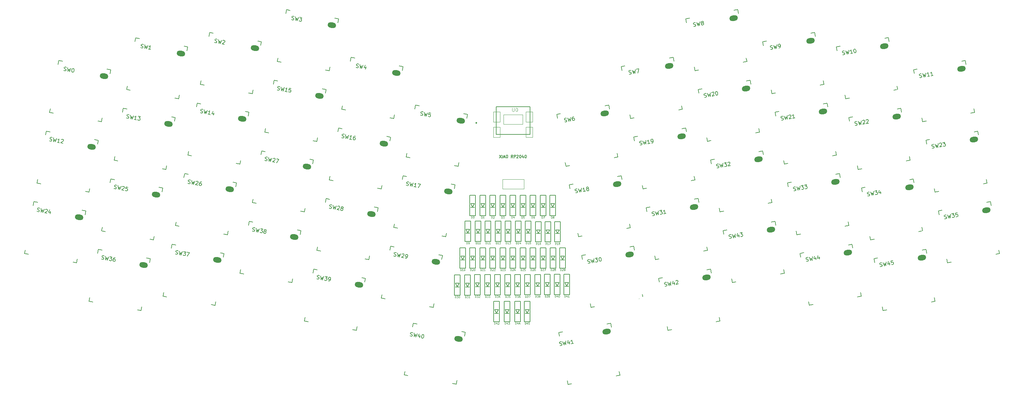
<source format=gbr>
%TF.GenerationSoftware,KiCad,Pcbnew,7.0.5*%
%TF.CreationDate,2023-06-27T22:08:49+09:00*%
%TF.ProjectId,keyboard_011 rev.1.2,6b657962-6f61-4726-945f-303131207265,REV1*%
%TF.SameCoordinates,Original*%
%TF.FileFunction,Legend,Top*%
%TF.FilePolarity,Positive*%
%FSLAX46Y46*%
G04 Gerber Fmt 4.6, Leading zero omitted, Abs format (unit mm)*
G04 Created by KiCad (PCBNEW 7.0.5) date 2023-06-27 22:08:49*
%MOMM*%
%LPD*%
G01*
G04 APERTURE LIST*
G04 Aperture macros list*
%AMHorizOval*
0 Thick line with rounded ends*
0 $1 width*
0 $2 $3 position (X,Y) of the first rounded end (center of the circle)*
0 $4 $5 position (X,Y) of the second rounded end (center of the circle)*
0 Add line between two ends*
20,1,$1,$2,$3,$4,$5,0*
0 Add two circle primitives to create the rounded ends*
1,1,$1,$2,$3*
1,1,$1,$4,$5*%
G04 Aperture macros list end*
%ADD10C,0.150000*%
%ADD11C,0.125000*%
%ADD12C,0.101600*%
%ADD13C,0.066040*%
%ADD14C,0.127000*%
%ADD15C,0.254000*%
%ADD16HorizOval,1.500000X-0.344683X-0.060777X0.344683X0.060777X0*%
%ADD17HorizOval,1.500000X-0.344683X0.060777X0.344683X-0.060777X0*%
%ADD18C,1.900000*%
%ADD19C,3.000000*%
%ADD20C,5.000000*%
%ADD21R,1.000000X1.400000*%
%ADD22O,2.748280X1.998980*%
%ADD23O,1.016000X2.032000*%
%ADD24C,1.143000*%
G04 APERTURE END LIST*
D10*
%TO.C,SW10*%
X171563493Y70331466D02*
X171712449Y70309378D01*
X171712449Y70309378D02*
X171946927Y70350722D01*
X171946927Y70350722D02*
X172032449Y70414156D01*
X172032449Y70414156D02*
X172071076Y70469320D01*
X172071076Y70469320D02*
X172101433Y70571381D01*
X172101433Y70571381D02*
X172084895Y70665172D01*
X172084895Y70665172D02*
X172021462Y70750694D01*
X172021462Y70750694D02*
X171966297Y70789321D01*
X171966297Y70789321D02*
X171864237Y70819678D01*
X171864237Y70819678D02*
X171668386Y70833498D01*
X171668386Y70833498D02*
X171566326Y70863856D01*
X171566326Y70863856D02*
X171511161Y70902483D01*
X171511161Y70902483D02*
X171447728Y70988005D01*
X171447728Y70988005D02*
X171431190Y71081796D01*
X171431190Y71081796D02*
X171461547Y71183856D01*
X171461547Y71183856D02*
X171500174Y71239021D01*
X171500174Y71239021D02*
X171585696Y71302454D01*
X171585696Y71302454D02*
X171820174Y71343799D01*
X171820174Y71343799D02*
X171969130Y71321710D01*
X172289130Y71426489D02*
X172697257Y70483026D01*
X172697257Y70483026D02*
X172760805Y71219536D01*
X172760805Y71219536D02*
X173072421Y70549177D01*
X173072421Y70549177D02*
X173133251Y71575330D01*
X174197916Y70747632D02*
X173635169Y70648405D01*
X173916542Y70698019D02*
X173742894Y71682826D01*
X173742894Y71682826D02*
X173673910Y71525602D01*
X173673910Y71525602D02*
X173596656Y71415273D01*
X173596656Y71415273D02*
X173511134Y71351839D01*
X174633911Y71839937D02*
X174727702Y71856475D01*
X174727702Y71856475D02*
X174829762Y71826117D01*
X174829762Y71826117D02*
X174884927Y71787490D01*
X174884927Y71787490D02*
X174948360Y71701968D01*
X174948360Y71701968D02*
X175028332Y71522655D01*
X175028332Y71522655D02*
X175069676Y71288177D01*
X175069676Y71288177D02*
X175055857Y71092325D01*
X175055857Y71092325D02*
X175025499Y70990265D01*
X175025499Y70990265D02*
X174986872Y70935100D01*
X174986872Y70935100D02*
X174901350Y70871667D01*
X174901350Y70871667D02*
X174807559Y70855129D01*
X174807559Y70855129D02*
X174705499Y70885487D01*
X174705499Y70885487D02*
X174650334Y70924113D01*
X174650334Y70924113D02*
X174586901Y71009636D01*
X174586901Y71009636D02*
X174506929Y71188949D01*
X174506929Y71188949D02*
X174465584Y71423427D01*
X174465584Y71423427D02*
X174479404Y71619278D01*
X174479404Y71619278D02*
X174509762Y71721339D01*
X174509762Y71721339D02*
X174548388Y71776503D01*
X174548388Y71776503D02*
X174633911Y71839937D01*
%TO.C,SW32*%
X138183493Y40261466D02*
X138332449Y40239378D01*
X138332449Y40239378D02*
X138566927Y40280722D01*
X138566927Y40280722D02*
X138652449Y40344156D01*
X138652449Y40344156D02*
X138691076Y40399320D01*
X138691076Y40399320D02*
X138721433Y40501381D01*
X138721433Y40501381D02*
X138704895Y40595172D01*
X138704895Y40595172D02*
X138641462Y40680694D01*
X138641462Y40680694D02*
X138586297Y40719321D01*
X138586297Y40719321D02*
X138484237Y40749678D01*
X138484237Y40749678D02*
X138288386Y40763498D01*
X138288386Y40763498D02*
X138186326Y40793856D01*
X138186326Y40793856D02*
X138131161Y40832483D01*
X138131161Y40832483D02*
X138067728Y40918005D01*
X138067728Y40918005D02*
X138051190Y41011796D01*
X138051190Y41011796D02*
X138081547Y41113856D01*
X138081547Y41113856D02*
X138120174Y41169021D01*
X138120174Y41169021D02*
X138205696Y41232454D01*
X138205696Y41232454D02*
X138440174Y41273799D01*
X138440174Y41273799D02*
X138589130Y41251710D01*
X138909130Y41356489D02*
X139317257Y40413026D01*
X139317257Y40413026D02*
X139380805Y41149536D01*
X139380805Y41149536D02*
X139692421Y40479177D01*
X139692421Y40479177D02*
X139753251Y41505330D01*
X140034625Y41554944D02*
X140644268Y41662440D01*
X140644268Y41662440D02*
X140382150Y41229393D01*
X140382150Y41229393D02*
X140522837Y41254200D01*
X140522837Y41254200D02*
X140624897Y41223842D01*
X140624897Y41223842D02*
X140680062Y41185215D01*
X140680062Y41185215D02*
X140743495Y41099693D01*
X140743495Y41099693D02*
X140784840Y40865215D01*
X140784840Y40865215D02*
X140754482Y40763155D01*
X140754482Y40763155D02*
X140715856Y40707990D01*
X140715856Y40707990D02*
X140630333Y40644557D01*
X140630333Y40644557D02*
X140348960Y40594943D01*
X140348960Y40594943D02*
X140246900Y40625301D01*
X140246900Y40625301D02*
X140191735Y40663927D01*
X141035970Y41634801D02*
X141074597Y41689965D01*
X141074597Y41689965D02*
X141160119Y41753399D01*
X141160119Y41753399D02*
X141394597Y41794744D01*
X141394597Y41794744D02*
X141496658Y41764386D01*
X141496658Y41764386D02*
X141551822Y41725759D01*
X141551822Y41725759D02*
X141615256Y41640237D01*
X141615256Y41640237D02*
X141631794Y41546446D01*
X141631794Y41546446D02*
X141609705Y41397490D01*
X141609705Y41397490D02*
X141146185Y40735515D01*
X141146185Y40735515D02*
X141755828Y40843012D01*
D11*
%TO.C,D27*%
X91422957Y12891891D02*
X91422957Y13391891D01*
X91422957Y13391891D02*
X91542005Y13391891D01*
X91542005Y13391891D02*
X91613433Y13368081D01*
X91613433Y13368081D02*
X91661052Y13320462D01*
X91661052Y13320462D02*
X91684862Y13272843D01*
X91684862Y13272843D02*
X91708671Y13177605D01*
X91708671Y13177605D02*
X91708671Y13106177D01*
X91708671Y13106177D02*
X91684862Y13010939D01*
X91684862Y13010939D02*
X91661052Y12963320D01*
X91661052Y12963320D02*
X91613433Y12915700D01*
X91613433Y12915700D02*
X91542005Y12891891D01*
X91542005Y12891891D02*
X91422957Y12891891D01*
X91899148Y13344272D02*
X91922957Y13368081D01*
X91922957Y13368081D02*
X91970576Y13391891D01*
X91970576Y13391891D02*
X92089624Y13391891D01*
X92089624Y13391891D02*
X92137243Y13368081D01*
X92137243Y13368081D02*
X92161052Y13344272D01*
X92161052Y13344272D02*
X92184862Y13296653D01*
X92184862Y13296653D02*
X92184862Y13249034D01*
X92184862Y13249034D02*
X92161052Y13177605D01*
X92161052Y13177605D02*
X91875338Y12891891D01*
X91875338Y12891891D02*
X92184862Y12891891D01*
X92351528Y13391891D02*
X92684861Y13391891D01*
X92684861Y13391891D02*
X92470576Y12891891D01*
D10*
%TO.C,SW39*%
X32000147Y10791171D02*
X32132565Y10719469D01*
X32132565Y10719469D02*
X32367043Y10678124D01*
X32367043Y10678124D02*
X32469103Y10708482D01*
X32469103Y10708482D02*
X32524268Y10747108D01*
X32524268Y10747108D02*
X32587701Y10832631D01*
X32587701Y10832631D02*
X32604239Y10926422D01*
X32604239Y10926422D02*
X32573881Y11028482D01*
X32573881Y11028482D02*
X32535255Y11083647D01*
X32535255Y11083647D02*
X32449732Y11147080D01*
X32449732Y11147080D02*
X32270419Y11227052D01*
X32270419Y11227052D02*
X32184897Y11290485D01*
X32184897Y11290485D02*
X32146270Y11345650D01*
X32146270Y11345650D02*
X32115912Y11447710D01*
X32115912Y11447710D02*
X32132450Y11541501D01*
X32132450Y11541501D02*
X32195884Y11627023D01*
X32195884Y11627023D02*
X32251048Y11665650D01*
X32251048Y11665650D02*
X32353109Y11696008D01*
X32353109Y11696008D02*
X32587587Y11654663D01*
X32587587Y11654663D02*
X32720004Y11582960D01*
X33056543Y11571973D02*
X33117373Y10545821D01*
X33117373Y10545821D02*
X33428989Y11216179D01*
X33428989Y11216179D02*
X33492537Y10479669D01*
X33492537Y10479669D02*
X33900664Y11423132D01*
X34182037Y11373518D02*
X34791680Y11266022D01*
X34791680Y11266022D02*
X34397259Y10948740D01*
X34397259Y10948740D02*
X34537946Y10923933D01*
X34537946Y10923933D02*
X34623468Y10860499D01*
X34623468Y10860499D02*
X34662095Y10805335D01*
X34662095Y10805335D02*
X34692452Y10703274D01*
X34692452Y10703274D02*
X34651108Y10468796D01*
X34651108Y10468796D02*
X34587674Y10383274D01*
X34587674Y10383274D02*
X34532510Y10344647D01*
X34532510Y10344647D02*
X34430449Y10314290D01*
X34430449Y10314290D02*
X34149076Y10363904D01*
X34149076Y10363904D02*
X34063554Y10427337D01*
X34063554Y10427337D02*
X34024927Y10482502D01*
X35086988Y10198524D02*
X35274570Y10165448D01*
X35274570Y10165448D02*
X35376631Y10195806D01*
X35376631Y10195806D02*
X35431795Y10234433D01*
X35431795Y10234433D02*
X35550393Y10358582D01*
X35550393Y10358582D02*
X35630365Y10537895D01*
X35630365Y10537895D02*
X35696516Y10913060D01*
X35696516Y10913060D02*
X35666159Y11015120D01*
X35666159Y11015120D02*
X35627532Y11070285D01*
X35627532Y11070285D02*
X35542010Y11133718D01*
X35542010Y11133718D02*
X35354427Y11166794D01*
X35354427Y11166794D02*
X35252367Y11136436D01*
X35252367Y11136436D02*
X35197203Y11097810D01*
X35197203Y11097810D02*
X35133769Y11012288D01*
X35133769Y11012288D02*
X35092424Y10777809D01*
X35092424Y10777809D02*
X35122782Y10675749D01*
X35122782Y10675749D02*
X35161409Y10620585D01*
X35161409Y10620585D02*
X35246931Y10557151D01*
X35246931Y10557151D02*
X35434513Y10524075D01*
X35434513Y10524075D02*
X35536573Y10554433D01*
X35536573Y10554433D02*
X35591738Y10593060D01*
X35591738Y10593060D02*
X35655172Y10678582D01*
D11*
%TO.C,D5*%
X86327052Y26861891D02*
X86327052Y27361891D01*
X86327052Y27361891D02*
X86446100Y27361891D01*
X86446100Y27361891D02*
X86517528Y27338081D01*
X86517528Y27338081D02*
X86565147Y27290462D01*
X86565147Y27290462D02*
X86588957Y27242843D01*
X86588957Y27242843D02*
X86612766Y27147605D01*
X86612766Y27147605D02*
X86612766Y27076177D01*
X86612766Y27076177D02*
X86588957Y26980939D01*
X86588957Y26980939D02*
X86565147Y26933320D01*
X86565147Y26933320D02*
X86517528Y26885700D01*
X86517528Y26885700D02*
X86446100Y26861891D01*
X86446100Y26861891D02*
X86327052Y26861891D01*
X87065147Y27361891D02*
X86827052Y27361891D01*
X86827052Y27361891D02*
X86803243Y27123796D01*
X86803243Y27123796D02*
X86827052Y27147605D01*
X86827052Y27147605D02*
X86874671Y27171415D01*
X86874671Y27171415D02*
X86993719Y27171415D01*
X86993719Y27171415D02*
X87041338Y27147605D01*
X87041338Y27147605D02*
X87065147Y27123796D01*
X87065147Y27123796D02*
X87088957Y27076177D01*
X87088957Y27076177D02*
X87088957Y26957129D01*
X87088957Y26957129D02*
X87065147Y26909510D01*
X87065147Y26909510D02*
X87041338Y26885700D01*
X87041338Y26885700D02*
X86993719Y26861891D01*
X86993719Y26861891D02*
X86874671Y26861891D01*
X86874671Y26861891D02*
X86827052Y26885700D01*
X86827052Y26885700D02*
X86803243Y26909510D01*
%TO.C,D43*%
X81901057Y-1332109D02*
X81901057Y-832109D01*
X81901057Y-832109D02*
X82020105Y-832109D01*
X82020105Y-832109D02*
X82091533Y-855919D01*
X82091533Y-855919D02*
X82139152Y-903538D01*
X82139152Y-903538D02*
X82162962Y-951157D01*
X82162962Y-951157D02*
X82186771Y-1046395D01*
X82186771Y-1046395D02*
X82186771Y-1117823D01*
X82186771Y-1117823D02*
X82162962Y-1213061D01*
X82162962Y-1213061D02*
X82139152Y-1260680D01*
X82139152Y-1260680D02*
X82091533Y-1308300D01*
X82091533Y-1308300D02*
X82020105Y-1332109D01*
X82020105Y-1332109D02*
X81901057Y-1332109D01*
X82615343Y-998776D02*
X82615343Y-1332109D01*
X82496295Y-808300D02*
X82377248Y-1165442D01*
X82377248Y-1165442D02*
X82686771Y-1165442D01*
X82829628Y-832109D02*
X83139152Y-832109D01*
X83139152Y-832109D02*
X82972485Y-1022585D01*
X82972485Y-1022585D02*
X83043914Y-1022585D01*
X83043914Y-1022585D02*
X83091533Y-1046395D01*
X83091533Y-1046395D02*
X83115342Y-1070204D01*
X83115342Y-1070204D02*
X83139152Y-1117823D01*
X83139152Y-1117823D02*
X83139152Y-1236871D01*
X83139152Y-1236871D02*
X83115342Y-1284490D01*
X83115342Y-1284490D02*
X83091533Y-1308300D01*
X83091533Y-1308300D02*
X83043914Y-1332109D01*
X83043914Y-1332109D02*
X82901057Y-1332109D01*
X82901057Y-1332109D02*
X82853438Y-1308300D01*
X82853438Y-1308300D02*
X82829628Y-1284490D01*
%TO.C,D8*%
X94201052Y26861891D02*
X94201052Y27361891D01*
X94201052Y27361891D02*
X94320100Y27361891D01*
X94320100Y27361891D02*
X94391528Y27338081D01*
X94391528Y27338081D02*
X94439147Y27290462D01*
X94439147Y27290462D02*
X94462957Y27242843D01*
X94462957Y27242843D02*
X94486766Y27147605D01*
X94486766Y27147605D02*
X94486766Y27076177D01*
X94486766Y27076177D02*
X94462957Y26980939D01*
X94462957Y26980939D02*
X94439147Y26933320D01*
X94439147Y26933320D02*
X94391528Y26885700D01*
X94391528Y26885700D02*
X94320100Y26861891D01*
X94320100Y26861891D02*
X94201052Y26861891D01*
X94772481Y27147605D02*
X94724862Y27171415D01*
X94724862Y27171415D02*
X94701052Y27195224D01*
X94701052Y27195224D02*
X94677243Y27242843D01*
X94677243Y27242843D02*
X94677243Y27266653D01*
X94677243Y27266653D02*
X94701052Y27314272D01*
X94701052Y27314272D02*
X94724862Y27338081D01*
X94724862Y27338081D02*
X94772481Y27361891D01*
X94772481Y27361891D02*
X94867719Y27361891D01*
X94867719Y27361891D02*
X94915338Y27338081D01*
X94915338Y27338081D02*
X94939147Y27314272D01*
X94939147Y27314272D02*
X94962957Y27266653D01*
X94962957Y27266653D02*
X94962957Y27242843D01*
X94962957Y27242843D02*
X94939147Y27195224D01*
X94939147Y27195224D02*
X94915338Y27171415D01*
X94915338Y27171415D02*
X94867719Y27147605D01*
X94867719Y27147605D02*
X94772481Y27147605D01*
X94772481Y27147605D02*
X94724862Y27123796D01*
X94724862Y27123796D02*
X94701052Y27099986D01*
X94701052Y27099986D02*
X94677243Y27052367D01*
X94677243Y27052367D02*
X94677243Y26957129D01*
X94677243Y26957129D02*
X94701052Y26909510D01*
X94701052Y26909510D02*
X94724862Y26885700D01*
X94724862Y26885700D02*
X94772481Y26861891D01*
X94772481Y26861891D02*
X94867719Y26861891D01*
X94867719Y26861891D02*
X94915338Y26885700D01*
X94915338Y26885700D02*
X94939147Y26909510D01*
X94939147Y26909510D02*
X94962957Y26957129D01*
X94962957Y26957129D02*
X94962957Y27052367D01*
X94962957Y27052367D02*
X94939147Y27099986D01*
X94939147Y27099986D02*
X94915338Y27123796D01*
X94915338Y27123796D02*
X94867719Y27147605D01*
D10*
%TO.C,SW30*%
X103963493Y14891466D02*
X104112449Y14869378D01*
X104112449Y14869378D02*
X104346927Y14910722D01*
X104346927Y14910722D02*
X104432449Y14974156D01*
X104432449Y14974156D02*
X104471076Y15029320D01*
X104471076Y15029320D02*
X104501433Y15131381D01*
X104501433Y15131381D02*
X104484895Y15225172D01*
X104484895Y15225172D02*
X104421462Y15310694D01*
X104421462Y15310694D02*
X104366297Y15349321D01*
X104366297Y15349321D02*
X104264237Y15379678D01*
X104264237Y15379678D02*
X104068386Y15393498D01*
X104068386Y15393498D02*
X103966326Y15423856D01*
X103966326Y15423856D02*
X103911161Y15462483D01*
X103911161Y15462483D02*
X103847728Y15548005D01*
X103847728Y15548005D02*
X103831190Y15641796D01*
X103831190Y15641796D02*
X103861547Y15743856D01*
X103861547Y15743856D02*
X103900174Y15799021D01*
X103900174Y15799021D02*
X103985696Y15862454D01*
X103985696Y15862454D02*
X104220174Y15903799D01*
X104220174Y15903799D02*
X104369130Y15881710D01*
X104689130Y15986489D02*
X105097257Y15043026D01*
X105097257Y15043026D02*
X105160805Y15779536D01*
X105160805Y15779536D02*
X105472421Y15109177D01*
X105472421Y15109177D02*
X105533251Y16135330D01*
X105814625Y16184944D02*
X106424268Y16292440D01*
X106424268Y16292440D02*
X106162150Y15859393D01*
X106162150Y15859393D02*
X106302837Y15884200D01*
X106302837Y15884200D02*
X106404897Y15853842D01*
X106404897Y15853842D02*
X106460062Y15815215D01*
X106460062Y15815215D02*
X106523495Y15729693D01*
X106523495Y15729693D02*
X106564840Y15495215D01*
X106564840Y15495215D02*
X106534482Y15393155D01*
X106534482Y15393155D02*
X106495856Y15337990D01*
X106495856Y15337990D02*
X106410333Y15274557D01*
X106410333Y15274557D02*
X106128960Y15224943D01*
X106128960Y15224943D02*
X106026900Y15255301D01*
X106026900Y15255301D02*
X105971735Y15293927D01*
X107033911Y16399937D02*
X107127702Y16416475D01*
X107127702Y16416475D02*
X107229762Y16386117D01*
X107229762Y16386117D02*
X107284927Y16347490D01*
X107284927Y16347490D02*
X107348360Y16261968D01*
X107348360Y16261968D02*
X107428332Y16082655D01*
X107428332Y16082655D02*
X107469676Y15848177D01*
X107469676Y15848177D02*
X107455857Y15652325D01*
X107455857Y15652325D02*
X107425499Y15550265D01*
X107425499Y15550265D02*
X107386872Y15495100D01*
X107386872Y15495100D02*
X107301350Y15431667D01*
X107301350Y15431667D02*
X107207559Y15415129D01*
X107207559Y15415129D02*
X107105499Y15445487D01*
X107105499Y15445487D02*
X107050334Y15484113D01*
X107050334Y15484113D02*
X106986901Y15569636D01*
X106986901Y15569636D02*
X106906929Y15748949D01*
X106906929Y15748949D02*
X106865584Y15983427D01*
X106865584Y15983427D02*
X106879404Y16179278D01*
X106879404Y16179278D02*
X106909762Y16281339D01*
X106909762Y16281339D02*
X106948388Y16336503D01*
X106948388Y16336503D02*
X107033911Y16399937D01*
%TO.C,SW17*%
X55723747Y35637971D02*
X55856165Y35566269D01*
X55856165Y35566269D02*
X56090643Y35524924D01*
X56090643Y35524924D02*
X56192703Y35555282D01*
X56192703Y35555282D02*
X56247868Y35593908D01*
X56247868Y35593908D02*
X56311301Y35679431D01*
X56311301Y35679431D02*
X56327839Y35773222D01*
X56327839Y35773222D02*
X56297481Y35875282D01*
X56297481Y35875282D02*
X56258855Y35930447D01*
X56258855Y35930447D02*
X56173332Y35993880D01*
X56173332Y35993880D02*
X55994019Y36073852D01*
X55994019Y36073852D02*
X55908497Y36137285D01*
X55908497Y36137285D02*
X55869870Y36192450D01*
X55869870Y36192450D02*
X55839512Y36294510D01*
X55839512Y36294510D02*
X55856050Y36388301D01*
X55856050Y36388301D02*
X55919484Y36473823D01*
X55919484Y36473823D02*
X55974648Y36512450D01*
X55974648Y36512450D02*
X56076709Y36542808D01*
X56076709Y36542808D02*
X56311187Y36501463D01*
X56311187Y36501463D02*
X56443604Y36429760D01*
X56780143Y36418773D02*
X56840973Y35392621D01*
X56840973Y35392621D02*
X57152589Y36062979D01*
X57152589Y36062979D02*
X57216137Y35326469D01*
X57216137Y35326469D02*
X57624264Y36269932D01*
X58341632Y35128014D02*
X57778885Y35227241D01*
X58060258Y35177628D02*
X58233906Y36162435D01*
X58233906Y36162435D02*
X58115308Y36038287D01*
X58115308Y36038287D02*
X58004979Y35961033D01*
X58004979Y35961033D02*
X57902919Y35930676D01*
X58843549Y36054939D02*
X59500088Y35939173D01*
X59500088Y35939173D02*
X58904379Y35028786D01*
D11*
%TO.C,D29*%
X96629957Y12891891D02*
X96629957Y13391891D01*
X96629957Y13391891D02*
X96749005Y13391891D01*
X96749005Y13391891D02*
X96820433Y13368081D01*
X96820433Y13368081D02*
X96868052Y13320462D01*
X96868052Y13320462D02*
X96891862Y13272843D01*
X96891862Y13272843D02*
X96915671Y13177605D01*
X96915671Y13177605D02*
X96915671Y13106177D01*
X96915671Y13106177D02*
X96891862Y13010939D01*
X96891862Y13010939D02*
X96868052Y12963320D01*
X96868052Y12963320D02*
X96820433Y12915700D01*
X96820433Y12915700D02*
X96749005Y12891891D01*
X96749005Y12891891D02*
X96629957Y12891891D01*
X97106148Y13344272D02*
X97129957Y13368081D01*
X97129957Y13368081D02*
X97177576Y13391891D01*
X97177576Y13391891D02*
X97296624Y13391891D01*
X97296624Y13391891D02*
X97344243Y13368081D01*
X97344243Y13368081D02*
X97368052Y13344272D01*
X97368052Y13344272D02*
X97391862Y13296653D01*
X97391862Y13296653D02*
X97391862Y13249034D01*
X97391862Y13249034D02*
X97368052Y13177605D01*
X97368052Y13177605D02*
X97082338Y12891891D01*
X97082338Y12891891D02*
X97391862Y12891891D01*
X97629957Y12891891D02*
X97725195Y12891891D01*
X97725195Y12891891D02*
X97772814Y12915700D01*
X97772814Y12915700D02*
X97796623Y12939510D01*
X97796623Y12939510D02*
X97844242Y13010939D01*
X97844242Y13010939D02*
X97868052Y13106177D01*
X97868052Y13106177D02*
X97868052Y13296653D01*
X97868052Y13296653D02*
X97844242Y13344272D01*
X97844242Y13344272D02*
X97820433Y13368081D01*
X97820433Y13368081D02*
X97772814Y13391891D01*
X97772814Y13391891D02*
X97677576Y13391891D01*
X97677576Y13391891D02*
X97629957Y13368081D01*
X97629957Y13368081D02*
X97606147Y13344272D01*
X97606147Y13344272D02*
X97582338Y13296653D01*
X97582338Y13296653D02*
X97582338Y13177605D01*
X97582338Y13177605D02*
X97606147Y13129986D01*
X97606147Y13129986D02*
X97629957Y13106177D01*
X97629957Y13106177D02*
X97677576Y13082367D01*
X97677576Y13082367D02*
X97772814Y13082367D01*
X97772814Y13082367D02*
X97820433Y13106177D01*
X97820433Y13106177D02*
X97844242Y13129986D01*
X97844242Y13129986D02*
X97868052Y13177605D01*
D10*
%TO.C,SW40*%
X56752475Y-4400812D02*
X56884893Y-4472514D01*
X56884893Y-4472514D02*
X57119371Y-4513859D01*
X57119371Y-4513859D02*
X57221431Y-4483501D01*
X57221431Y-4483501D02*
X57276596Y-4444875D01*
X57276596Y-4444875D02*
X57340029Y-4359352D01*
X57340029Y-4359352D02*
X57356567Y-4265561D01*
X57356567Y-4265561D02*
X57326209Y-4163501D01*
X57326209Y-4163501D02*
X57287583Y-4108336D01*
X57287583Y-4108336D02*
X57202060Y-4044903D01*
X57202060Y-4044903D02*
X57022747Y-3964931D01*
X57022747Y-3964931D02*
X56937225Y-3901498D01*
X56937225Y-3901498D02*
X56898598Y-3846333D01*
X56898598Y-3846333D02*
X56868240Y-3744273D01*
X56868240Y-3744273D02*
X56884778Y-3650482D01*
X56884778Y-3650482D02*
X56948212Y-3564960D01*
X56948212Y-3564960D02*
X57003376Y-3526333D01*
X57003376Y-3526333D02*
X57105437Y-3495975D01*
X57105437Y-3495975D02*
X57339915Y-3537320D01*
X57339915Y-3537320D02*
X57472332Y-3609023D01*
X57808871Y-3620010D02*
X57869701Y-4646162D01*
X57869701Y-4646162D02*
X58181317Y-3975804D01*
X58181317Y-3975804D02*
X58244865Y-4712314D01*
X58244865Y-4712314D02*
X58652992Y-3768851D01*
X59392334Y-4237693D02*
X59276569Y-4894231D01*
X59224008Y-3821183D02*
X58865495Y-4483272D01*
X58865495Y-4483272D02*
X59475138Y-4590769D01*
X60153651Y-4033458D02*
X60247442Y-4049996D01*
X60247442Y-4049996D02*
X60332964Y-4113429D01*
X60332964Y-4113429D02*
X60371591Y-4168594D01*
X60371591Y-4168594D02*
X60401949Y-4270654D01*
X60401949Y-4270654D02*
X60415769Y-4466505D01*
X60415769Y-4466505D02*
X60374424Y-4700983D01*
X60374424Y-4700983D02*
X60294452Y-4880297D01*
X60294452Y-4880297D02*
X60231019Y-4965819D01*
X60231019Y-4965819D02*
X60175854Y-5004446D01*
X60175854Y-5004446D02*
X60073794Y-5034804D01*
X60073794Y-5034804D02*
X59980003Y-5018266D01*
X59980003Y-5018266D02*
X59894481Y-4954832D01*
X59894481Y-4954832D02*
X59855854Y-4899668D01*
X59855854Y-4899668D02*
X59825496Y-4797607D01*
X59825496Y-4797607D02*
X59811676Y-4601756D01*
X59811676Y-4601756D02*
X59853021Y-4367278D01*
X59853021Y-4367278D02*
X59932993Y-4187964D01*
X59932993Y-4187964D02*
X59996426Y-4102442D01*
X59996426Y-4102442D02*
X60051591Y-4063816D01*
X60051591Y-4063816D02*
X60153651Y-4033458D01*
D11*
%TO.C,D18*%
X95232957Y19880791D02*
X95232957Y20380791D01*
X95232957Y20380791D02*
X95352005Y20380791D01*
X95352005Y20380791D02*
X95423433Y20356981D01*
X95423433Y20356981D02*
X95471052Y20309362D01*
X95471052Y20309362D02*
X95494862Y20261743D01*
X95494862Y20261743D02*
X95518671Y20166505D01*
X95518671Y20166505D02*
X95518671Y20095077D01*
X95518671Y20095077D02*
X95494862Y19999839D01*
X95494862Y19999839D02*
X95471052Y19952220D01*
X95471052Y19952220D02*
X95423433Y19904600D01*
X95423433Y19904600D02*
X95352005Y19880791D01*
X95352005Y19880791D02*
X95232957Y19880791D01*
X95994862Y19880791D02*
X95709148Y19880791D01*
X95852005Y19880791D02*
X95852005Y20380791D01*
X95852005Y20380791D02*
X95804386Y20309362D01*
X95804386Y20309362D02*
X95756767Y20261743D01*
X95756767Y20261743D02*
X95709148Y20237934D01*
X96280576Y20166505D02*
X96232957Y20190315D01*
X96232957Y20190315D02*
X96209147Y20214124D01*
X96209147Y20214124D02*
X96185338Y20261743D01*
X96185338Y20261743D02*
X96185338Y20285553D01*
X96185338Y20285553D02*
X96209147Y20333172D01*
X96209147Y20333172D02*
X96232957Y20356981D01*
X96232957Y20356981D02*
X96280576Y20380791D01*
X96280576Y20380791D02*
X96375814Y20380791D01*
X96375814Y20380791D02*
X96423433Y20356981D01*
X96423433Y20356981D02*
X96447242Y20333172D01*
X96447242Y20333172D02*
X96471052Y20285553D01*
X96471052Y20285553D02*
X96471052Y20261743D01*
X96471052Y20261743D02*
X96447242Y20214124D01*
X96447242Y20214124D02*
X96423433Y20190315D01*
X96423433Y20190315D02*
X96375814Y20166505D01*
X96375814Y20166505D02*
X96280576Y20166505D01*
X96280576Y20166505D02*
X96232957Y20142696D01*
X96232957Y20142696D02*
X96209147Y20118886D01*
X96209147Y20118886D02*
X96185338Y20071267D01*
X96185338Y20071267D02*
X96185338Y19976029D01*
X96185338Y19976029D02*
X96209147Y19928410D01*
X96209147Y19928410D02*
X96232957Y19904600D01*
X96232957Y19904600D02*
X96280576Y19880791D01*
X96280576Y19880791D02*
X96375814Y19880791D01*
X96375814Y19880791D02*
X96423433Y19904600D01*
X96423433Y19904600D02*
X96447242Y19928410D01*
X96447242Y19928410D02*
X96471052Y19976029D01*
X96471052Y19976029D02*
X96471052Y20071267D01*
X96471052Y20071267D02*
X96447242Y20118886D01*
X96447242Y20118886D02*
X96423433Y20142696D01*
X96423433Y20142696D02*
X96375814Y20166505D01*
%TO.C,D32*%
X74023957Y5779891D02*
X74023957Y6279891D01*
X74023957Y6279891D02*
X74143005Y6279891D01*
X74143005Y6279891D02*
X74214433Y6256081D01*
X74214433Y6256081D02*
X74262052Y6208462D01*
X74262052Y6208462D02*
X74285862Y6160843D01*
X74285862Y6160843D02*
X74309671Y6065605D01*
X74309671Y6065605D02*
X74309671Y5994177D01*
X74309671Y5994177D02*
X74285862Y5898939D01*
X74285862Y5898939D02*
X74262052Y5851320D01*
X74262052Y5851320D02*
X74214433Y5803700D01*
X74214433Y5803700D02*
X74143005Y5779891D01*
X74143005Y5779891D02*
X74023957Y5779891D01*
X74476338Y6279891D02*
X74785862Y6279891D01*
X74785862Y6279891D02*
X74619195Y6089415D01*
X74619195Y6089415D02*
X74690624Y6089415D01*
X74690624Y6089415D02*
X74738243Y6065605D01*
X74738243Y6065605D02*
X74762052Y6041796D01*
X74762052Y6041796D02*
X74785862Y5994177D01*
X74785862Y5994177D02*
X74785862Y5875129D01*
X74785862Y5875129D02*
X74762052Y5827510D01*
X74762052Y5827510D02*
X74738243Y5803700D01*
X74738243Y5803700D02*
X74690624Y5779891D01*
X74690624Y5779891D02*
X74547767Y5779891D01*
X74547767Y5779891D02*
X74500148Y5803700D01*
X74500148Y5803700D02*
X74476338Y5827510D01*
X74976338Y6232272D02*
X75000147Y6256081D01*
X75000147Y6256081D02*
X75047766Y6279891D01*
X75047766Y6279891D02*
X75166814Y6279891D01*
X75166814Y6279891D02*
X75214433Y6256081D01*
X75214433Y6256081D02*
X75238242Y6232272D01*
X75238242Y6232272D02*
X75262052Y6184653D01*
X75262052Y6184653D02*
X75262052Y6137034D01*
X75262052Y6137034D02*
X75238242Y6065605D01*
X75238242Y6065605D02*
X74952528Y5779891D01*
X74952528Y5779891D02*
X75262052Y5779891D01*
%TO.C,D44*%
X84695057Y-1332109D02*
X84695057Y-832109D01*
X84695057Y-832109D02*
X84814105Y-832109D01*
X84814105Y-832109D02*
X84885533Y-855919D01*
X84885533Y-855919D02*
X84933152Y-903538D01*
X84933152Y-903538D02*
X84956962Y-951157D01*
X84956962Y-951157D02*
X84980771Y-1046395D01*
X84980771Y-1046395D02*
X84980771Y-1117823D01*
X84980771Y-1117823D02*
X84956962Y-1213061D01*
X84956962Y-1213061D02*
X84933152Y-1260680D01*
X84933152Y-1260680D02*
X84885533Y-1308300D01*
X84885533Y-1308300D02*
X84814105Y-1332109D01*
X84814105Y-1332109D02*
X84695057Y-1332109D01*
X85409343Y-998776D02*
X85409343Y-1332109D01*
X85290295Y-808300D02*
X85171248Y-1165442D01*
X85171248Y-1165442D02*
X85480771Y-1165442D01*
X85885533Y-998776D02*
X85885533Y-1332109D01*
X85766485Y-808300D02*
X85647438Y-1165442D01*
X85647438Y-1165442D02*
X85956961Y-1165442D01*
%TO.C,D39*%
X92525657Y5872891D02*
X92525657Y6372891D01*
X92525657Y6372891D02*
X92644705Y6372891D01*
X92644705Y6372891D02*
X92716133Y6349081D01*
X92716133Y6349081D02*
X92763752Y6301462D01*
X92763752Y6301462D02*
X92787562Y6253843D01*
X92787562Y6253843D02*
X92811371Y6158605D01*
X92811371Y6158605D02*
X92811371Y6087177D01*
X92811371Y6087177D02*
X92787562Y5991939D01*
X92787562Y5991939D02*
X92763752Y5944320D01*
X92763752Y5944320D02*
X92716133Y5896700D01*
X92716133Y5896700D02*
X92644705Y5872891D01*
X92644705Y5872891D02*
X92525657Y5872891D01*
X92978038Y6372891D02*
X93287562Y6372891D01*
X93287562Y6372891D02*
X93120895Y6182415D01*
X93120895Y6182415D02*
X93192324Y6182415D01*
X93192324Y6182415D02*
X93239943Y6158605D01*
X93239943Y6158605D02*
X93263752Y6134796D01*
X93263752Y6134796D02*
X93287562Y6087177D01*
X93287562Y6087177D02*
X93287562Y5968129D01*
X93287562Y5968129D02*
X93263752Y5920510D01*
X93263752Y5920510D02*
X93239943Y5896700D01*
X93239943Y5896700D02*
X93192324Y5872891D01*
X93192324Y5872891D02*
X93049467Y5872891D01*
X93049467Y5872891D02*
X93001848Y5896700D01*
X93001848Y5896700D02*
X92978038Y5920510D01*
X93525657Y5872891D02*
X93620895Y5872891D01*
X93620895Y5872891D02*
X93668514Y5896700D01*
X93668514Y5896700D02*
X93692323Y5920510D01*
X93692323Y5920510D02*
X93739942Y5991939D01*
X93739942Y5991939D02*
X93763752Y6087177D01*
X93763752Y6087177D02*
X93763752Y6277653D01*
X93763752Y6277653D02*
X93739942Y6325272D01*
X93739942Y6325272D02*
X93716133Y6349081D01*
X93716133Y6349081D02*
X93668514Y6372891D01*
X93668514Y6372891D02*
X93573276Y6372891D01*
X93573276Y6372891D02*
X93525657Y6349081D01*
X93525657Y6349081D02*
X93501847Y6325272D01*
X93501847Y6325272D02*
X93478038Y6277653D01*
X93478038Y6277653D02*
X93478038Y6158605D01*
X93478038Y6158605D02*
X93501847Y6110986D01*
X93501847Y6110986D02*
X93525657Y6087177D01*
X93525657Y6087177D02*
X93573276Y6063367D01*
X93573276Y6063367D02*
X93668514Y6063367D01*
X93668514Y6063367D02*
X93716133Y6087177D01*
X93716133Y6087177D02*
X93739942Y6110986D01*
X93739942Y6110986D02*
X93763752Y6158605D01*
D10*
%TO.C,SW35*%
X198593493Y26731466D02*
X198742449Y26709378D01*
X198742449Y26709378D02*
X198976927Y26750722D01*
X198976927Y26750722D02*
X199062449Y26814156D01*
X199062449Y26814156D02*
X199101076Y26869320D01*
X199101076Y26869320D02*
X199131433Y26971381D01*
X199131433Y26971381D02*
X199114895Y27065172D01*
X199114895Y27065172D02*
X199051462Y27150694D01*
X199051462Y27150694D02*
X198996297Y27189321D01*
X198996297Y27189321D02*
X198894237Y27219678D01*
X198894237Y27219678D02*
X198698386Y27233498D01*
X198698386Y27233498D02*
X198596326Y27263856D01*
X198596326Y27263856D02*
X198541161Y27302483D01*
X198541161Y27302483D02*
X198477728Y27388005D01*
X198477728Y27388005D02*
X198461190Y27481796D01*
X198461190Y27481796D02*
X198491547Y27583856D01*
X198491547Y27583856D02*
X198530174Y27639021D01*
X198530174Y27639021D02*
X198615696Y27702454D01*
X198615696Y27702454D02*
X198850174Y27743799D01*
X198850174Y27743799D02*
X198999130Y27721710D01*
X199319130Y27826489D02*
X199727257Y26883026D01*
X199727257Y26883026D02*
X199790805Y27619536D01*
X199790805Y27619536D02*
X200102421Y26949177D01*
X200102421Y26949177D02*
X200163251Y27975330D01*
X200444625Y28024944D02*
X201054268Y28132440D01*
X201054268Y28132440D02*
X200792150Y27699393D01*
X200792150Y27699393D02*
X200932837Y27724200D01*
X200932837Y27724200D02*
X201034897Y27693842D01*
X201034897Y27693842D02*
X201090062Y27655215D01*
X201090062Y27655215D02*
X201153495Y27569693D01*
X201153495Y27569693D02*
X201194840Y27335215D01*
X201194840Y27335215D02*
X201164482Y27233155D01*
X201164482Y27233155D02*
X201125856Y27177990D01*
X201125856Y27177990D02*
X201040333Y27114557D01*
X201040333Y27114557D02*
X200758960Y27064943D01*
X200758960Y27064943D02*
X200656900Y27095301D01*
X200656900Y27095301D02*
X200601735Y27133927D01*
X201945284Y28289550D02*
X201476328Y28206861D01*
X201476328Y28206861D02*
X201512122Y27729636D01*
X201512122Y27729636D02*
X201550749Y27784800D01*
X201550749Y27784800D02*
X201636271Y27848234D01*
X201636271Y27848234D02*
X201870749Y27889579D01*
X201870749Y27889579D02*
X201972809Y27859221D01*
X201972809Y27859221D02*
X202027974Y27820594D01*
X202027974Y27820594D02*
X202091407Y27735072D01*
X202091407Y27735072D02*
X202132752Y27500594D01*
X202132752Y27500594D02*
X202102394Y27398534D01*
X202102394Y27398534D02*
X202063768Y27343369D01*
X202063768Y27343369D02*
X201978246Y27279936D01*
X201978246Y27279936D02*
X201743768Y27238591D01*
X201743768Y27238591D02*
X201641707Y27268949D01*
X201641707Y27268949D02*
X201586543Y27307575D01*
D11*
%TO.C,D36*%
X84695057Y5776891D02*
X84695057Y6276891D01*
X84695057Y6276891D02*
X84814105Y6276891D01*
X84814105Y6276891D02*
X84885533Y6253081D01*
X84885533Y6253081D02*
X84933152Y6205462D01*
X84933152Y6205462D02*
X84956962Y6157843D01*
X84956962Y6157843D02*
X84980771Y6062605D01*
X84980771Y6062605D02*
X84980771Y5991177D01*
X84980771Y5991177D02*
X84956962Y5895939D01*
X84956962Y5895939D02*
X84933152Y5848320D01*
X84933152Y5848320D02*
X84885533Y5800700D01*
X84885533Y5800700D02*
X84814105Y5776891D01*
X84814105Y5776891D02*
X84695057Y5776891D01*
X85147438Y6276891D02*
X85456962Y6276891D01*
X85456962Y6276891D02*
X85290295Y6086415D01*
X85290295Y6086415D02*
X85361724Y6086415D01*
X85361724Y6086415D02*
X85409343Y6062605D01*
X85409343Y6062605D02*
X85433152Y6038796D01*
X85433152Y6038796D02*
X85456962Y5991177D01*
X85456962Y5991177D02*
X85456962Y5872129D01*
X85456962Y5872129D02*
X85433152Y5824510D01*
X85433152Y5824510D02*
X85409343Y5800700D01*
X85409343Y5800700D02*
X85361724Y5776891D01*
X85361724Y5776891D02*
X85218867Y5776891D01*
X85218867Y5776891D02*
X85171248Y5800700D01*
X85171248Y5800700D02*
X85147438Y5824510D01*
X85885533Y6276891D02*
X85790295Y6276891D01*
X85790295Y6276891D02*
X85742676Y6253081D01*
X85742676Y6253081D02*
X85718866Y6229272D01*
X85718866Y6229272D02*
X85671247Y6157843D01*
X85671247Y6157843D02*
X85647438Y6062605D01*
X85647438Y6062605D02*
X85647438Y5872129D01*
X85647438Y5872129D02*
X85671247Y5824510D01*
X85671247Y5824510D02*
X85695057Y5800700D01*
X85695057Y5800700D02*
X85742676Y5776891D01*
X85742676Y5776891D02*
X85837914Y5776891D01*
X85837914Y5776891D02*
X85885533Y5800700D01*
X85885533Y5800700D02*
X85909342Y5824510D01*
X85909342Y5824510D02*
X85933152Y5872129D01*
X85933152Y5872129D02*
X85933152Y5991177D01*
X85933152Y5991177D02*
X85909342Y6038796D01*
X85909342Y6038796D02*
X85885533Y6062605D01*
X85885533Y6062605D02*
X85837914Y6086415D01*
X85837914Y6086415D02*
X85742676Y6086415D01*
X85742676Y6086415D02*
X85695057Y6062605D01*
X85695057Y6062605D02*
X85671247Y6038796D01*
X85671247Y6038796D02*
X85647438Y5991177D01*
D10*
%TO.C,SW33*%
X158593493Y34191466D02*
X158742449Y34169378D01*
X158742449Y34169378D02*
X158976927Y34210722D01*
X158976927Y34210722D02*
X159062449Y34274156D01*
X159062449Y34274156D02*
X159101076Y34329320D01*
X159101076Y34329320D02*
X159131433Y34431381D01*
X159131433Y34431381D02*
X159114895Y34525172D01*
X159114895Y34525172D02*
X159051462Y34610694D01*
X159051462Y34610694D02*
X158996297Y34649321D01*
X158996297Y34649321D02*
X158894237Y34679678D01*
X158894237Y34679678D02*
X158698386Y34693498D01*
X158698386Y34693498D02*
X158596326Y34723856D01*
X158596326Y34723856D02*
X158541161Y34762483D01*
X158541161Y34762483D02*
X158477728Y34848005D01*
X158477728Y34848005D02*
X158461190Y34941796D01*
X158461190Y34941796D02*
X158491547Y35043856D01*
X158491547Y35043856D02*
X158530174Y35099021D01*
X158530174Y35099021D02*
X158615696Y35162454D01*
X158615696Y35162454D02*
X158850174Y35203799D01*
X158850174Y35203799D02*
X158999130Y35181710D01*
X159319130Y35286489D02*
X159727257Y34343026D01*
X159727257Y34343026D02*
X159790805Y35079536D01*
X159790805Y35079536D02*
X160102421Y34409177D01*
X160102421Y34409177D02*
X160163251Y35435330D01*
X160444625Y35484944D02*
X161054268Y35592440D01*
X161054268Y35592440D02*
X160792150Y35159393D01*
X160792150Y35159393D02*
X160932837Y35184200D01*
X160932837Y35184200D02*
X161034897Y35153842D01*
X161034897Y35153842D02*
X161090062Y35115215D01*
X161090062Y35115215D02*
X161153495Y35029693D01*
X161153495Y35029693D02*
X161194840Y34795215D01*
X161194840Y34795215D02*
X161164482Y34693155D01*
X161164482Y34693155D02*
X161125856Y34637990D01*
X161125856Y34637990D02*
X161040333Y34574557D01*
X161040333Y34574557D02*
X160758960Y34524943D01*
X160758960Y34524943D02*
X160656900Y34555301D01*
X160656900Y34555301D02*
X160601735Y34593927D01*
X161382537Y35650323D02*
X161992180Y35757819D01*
X161992180Y35757819D02*
X161730062Y35324772D01*
X161730062Y35324772D02*
X161870749Y35349579D01*
X161870749Y35349579D02*
X161972809Y35319221D01*
X161972809Y35319221D02*
X162027974Y35280594D01*
X162027974Y35280594D02*
X162091407Y35195072D01*
X162091407Y35195072D02*
X162132752Y34960594D01*
X162132752Y34960594D02*
X162102394Y34858534D01*
X162102394Y34858534D02*
X162063768Y34803369D01*
X162063768Y34803369D02*
X161978246Y34739936D01*
X161978246Y34739936D02*
X161696872Y34690322D01*
X161696872Y34690322D02*
X161594812Y34720680D01*
X161594812Y34720680D02*
X161539647Y34759306D01*
%TO.C,SW28*%
X35310147Y29551171D02*
X35442565Y29479469D01*
X35442565Y29479469D02*
X35677043Y29438124D01*
X35677043Y29438124D02*
X35779103Y29468482D01*
X35779103Y29468482D02*
X35834268Y29507108D01*
X35834268Y29507108D02*
X35897701Y29592631D01*
X35897701Y29592631D02*
X35914239Y29686422D01*
X35914239Y29686422D02*
X35883881Y29788482D01*
X35883881Y29788482D02*
X35845255Y29843647D01*
X35845255Y29843647D02*
X35759732Y29907080D01*
X35759732Y29907080D02*
X35580419Y29987052D01*
X35580419Y29987052D02*
X35494897Y30050485D01*
X35494897Y30050485D02*
X35456270Y30105650D01*
X35456270Y30105650D02*
X35425912Y30207710D01*
X35425912Y30207710D02*
X35442450Y30301501D01*
X35442450Y30301501D02*
X35505884Y30387023D01*
X35505884Y30387023D02*
X35561048Y30425650D01*
X35561048Y30425650D02*
X35663109Y30456008D01*
X35663109Y30456008D02*
X35897587Y30414663D01*
X35897587Y30414663D02*
X36030004Y30342960D01*
X36366543Y30331973D02*
X36427373Y29305821D01*
X36427373Y29305821D02*
X36738989Y29976179D01*
X36738989Y29976179D02*
X36802537Y29239669D01*
X36802537Y29239669D02*
X37210664Y30183132D01*
X37522395Y30031458D02*
X37577559Y30070085D01*
X37577559Y30070085D02*
X37679620Y30100442D01*
X37679620Y30100442D02*
X37914098Y30059097D01*
X37914098Y30059097D02*
X37999620Y29995664D01*
X37999620Y29995664D02*
X38038246Y29940499D01*
X38038246Y29940499D02*
X38068604Y29838439D01*
X38068604Y29838439D02*
X38052066Y29744648D01*
X38052066Y29744648D02*
X37980364Y29612230D01*
X37980364Y29612230D02*
X37318389Y29148710D01*
X37318389Y29148710D02*
X37928032Y29041214D01*
X38590007Y29504734D02*
X38504484Y29568167D01*
X38504484Y29568167D02*
X38465858Y29623332D01*
X38465858Y29623332D02*
X38435500Y29725392D01*
X38435500Y29725392D02*
X38443769Y29772288D01*
X38443769Y29772288D02*
X38507203Y29857810D01*
X38507203Y29857810D02*
X38562367Y29896436D01*
X38562367Y29896436D02*
X38664427Y29926794D01*
X38664427Y29926794D02*
X38852010Y29893718D01*
X38852010Y29893718D02*
X38937532Y29830285D01*
X38937532Y29830285D02*
X38976159Y29775120D01*
X38976159Y29775120D02*
X39006516Y29673060D01*
X39006516Y29673060D02*
X38998247Y29626164D01*
X38998247Y29626164D02*
X38934814Y29540642D01*
X38934814Y29540642D02*
X38879649Y29502015D01*
X38879649Y29502015D02*
X38777589Y29471658D01*
X38777589Y29471658D02*
X38590007Y29504734D01*
X38590007Y29504734D02*
X38487947Y29474376D01*
X38487947Y29474376D02*
X38432782Y29435749D01*
X38432782Y29435749D02*
X38369348Y29350227D01*
X38369348Y29350227D02*
X38336273Y29162645D01*
X38336273Y29162645D02*
X38366630Y29060584D01*
X38366630Y29060584D02*
X38405257Y29005420D01*
X38405257Y29005420D02*
X38490779Y28941986D01*
X38490779Y28941986D02*
X38678362Y28908911D01*
X38678362Y28908911D02*
X38780422Y28939268D01*
X38780422Y28939268D02*
X38835586Y28977895D01*
X38835586Y28977895D02*
X38899020Y29063417D01*
X38899020Y29063417D02*
X38932096Y29251000D01*
X38932096Y29251000D02*
X38901738Y29353060D01*
X38901738Y29353060D02*
X38863111Y29408224D01*
X38863111Y29408224D02*
X38777589Y29471658D01*
D11*
%TO.C,D0*%
X72992052Y26861891D02*
X72992052Y27361891D01*
X72992052Y27361891D02*
X73111100Y27361891D01*
X73111100Y27361891D02*
X73182528Y27338081D01*
X73182528Y27338081D02*
X73230147Y27290462D01*
X73230147Y27290462D02*
X73253957Y27242843D01*
X73253957Y27242843D02*
X73277766Y27147605D01*
X73277766Y27147605D02*
X73277766Y27076177D01*
X73277766Y27076177D02*
X73253957Y26980939D01*
X73253957Y26980939D02*
X73230147Y26933320D01*
X73230147Y26933320D02*
X73182528Y26885700D01*
X73182528Y26885700D02*
X73111100Y26861891D01*
X73111100Y26861891D02*
X72992052Y26861891D01*
X73587290Y27361891D02*
X73634909Y27361891D01*
X73634909Y27361891D02*
X73682528Y27338081D01*
X73682528Y27338081D02*
X73706338Y27314272D01*
X73706338Y27314272D02*
X73730147Y27266653D01*
X73730147Y27266653D02*
X73753957Y27171415D01*
X73753957Y27171415D02*
X73753957Y27052367D01*
X73753957Y27052367D02*
X73730147Y26957129D01*
X73730147Y26957129D02*
X73706338Y26909510D01*
X73706338Y26909510D02*
X73682528Y26885700D01*
X73682528Y26885700D02*
X73634909Y26861891D01*
X73634909Y26861891D02*
X73587290Y26861891D01*
X73587290Y26861891D02*
X73539671Y26885700D01*
X73539671Y26885700D02*
X73515862Y26909510D01*
X73515862Y26909510D02*
X73492052Y26957129D01*
X73492052Y26957129D02*
X73468243Y27052367D01*
X73468243Y27052367D02*
X73468243Y27171415D01*
X73468243Y27171415D02*
X73492052Y27266653D01*
X73492052Y27266653D02*
X73515862Y27314272D01*
X73515862Y27314272D02*
X73539671Y27338081D01*
X73539671Y27338081D02*
X73587290Y27361891D01*
%TO.C,D10*%
X74150957Y20003891D02*
X74150957Y20503891D01*
X74150957Y20503891D02*
X74270005Y20503891D01*
X74270005Y20503891D02*
X74341433Y20480081D01*
X74341433Y20480081D02*
X74389052Y20432462D01*
X74389052Y20432462D02*
X74412862Y20384843D01*
X74412862Y20384843D02*
X74436671Y20289605D01*
X74436671Y20289605D02*
X74436671Y20218177D01*
X74436671Y20218177D02*
X74412862Y20122939D01*
X74412862Y20122939D02*
X74389052Y20075320D01*
X74389052Y20075320D02*
X74341433Y20027700D01*
X74341433Y20027700D02*
X74270005Y20003891D01*
X74270005Y20003891D02*
X74150957Y20003891D01*
X74912862Y20003891D02*
X74627148Y20003891D01*
X74770005Y20003891D02*
X74770005Y20503891D01*
X74770005Y20503891D02*
X74722386Y20432462D01*
X74722386Y20432462D02*
X74674767Y20384843D01*
X74674767Y20384843D02*
X74627148Y20361034D01*
X75222385Y20503891D02*
X75270004Y20503891D01*
X75270004Y20503891D02*
X75317623Y20480081D01*
X75317623Y20480081D02*
X75341433Y20456272D01*
X75341433Y20456272D02*
X75365242Y20408653D01*
X75365242Y20408653D02*
X75389052Y20313415D01*
X75389052Y20313415D02*
X75389052Y20194367D01*
X75389052Y20194367D02*
X75365242Y20099129D01*
X75365242Y20099129D02*
X75341433Y20051510D01*
X75341433Y20051510D02*
X75317623Y20027700D01*
X75317623Y20027700D02*
X75270004Y20003891D01*
X75270004Y20003891D02*
X75222385Y20003891D01*
X75222385Y20003891D02*
X75174766Y20027700D01*
X75174766Y20027700D02*
X75150957Y20051510D01*
X75150957Y20051510D02*
X75127147Y20099129D01*
X75127147Y20099129D02*
X75103338Y20194367D01*
X75103338Y20194367D02*
X75103338Y20313415D01*
X75103338Y20313415D02*
X75127147Y20408653D01*
X75127147Y20408653D02*
X75150957Y20456272D01*
X75150957Y20456272D02*
X75174766Y20480081D01*
X75174766Y20480081D02*
X75222385Y20503891D01*
D10*
%TO.C,SW41*%
X96528588Y-6972639D02*
X96677544Y-6994727D01*
X96677544Y-6994727D02*
X96912022Y-6953383D01*
X96912022Y-6953383D02*
X96997544Y-6889949D01*
X96997544Y-6889949D02*
X97036171Y-6834785D01*
X97036171Y-6834785D02*
X97066528Y-6732724D01*
X97066528Y-6732724D02*
X97049990Y-6638933D01*
X97049990Y-6638933D02*
X96986557Y-6553411D01*
X96986557Y-6553411D02*
X96931392Y-6514784D01*
X96931392Y-6514784D02*
X96829332Y-6484427D01*
X96829332Y-6484427D02*
X96633481Y-6470607D01*
X96633481Y-6470607D02*
X96531421Y-6440249D01*
X96531421Y-6440249D02*
X96476256Y-6401622D01*
X96476256Y-6401622D02*
X96412823Y-6316100D01*
X96412823Y-6316100D02*
X96396285Y-6222309D01*
X96396285Y-6222309D02*
X96426642Y-6120249D01*
X96426642Y-6120249D02*
X96465269Y-6065084D01*
X96465269Y-6065084D02*
X96550791Y-6001651D01*
X96550791Y-6001651D02*
X96785269Y-5960306D01*
X96785269Y-5960306D02*
X96934225Y-5982395D01*
X97254225Y-5877616D02*
X97662352Y-6821079D01*
X97662352Y-6821079D02*
X97725900Y-6084569D01*
X97725900Y-6084569D02*
X98037516Y-6754928D01*
X98037516Y-6754928D02*
X98098346Y-5728775D01*
X98953454Y-5916472D02*
X99069220Y-6573010D01*
X98652824Y-5582652D02*
X98542381Y-6327431D01*
X98542381Y-6327431D02*
X99152024Y-6219934D01*
X100100923Y-6391093D02*
X99538176Y-6490321D01*
X99819549Y-6440707D02*
X99645901Y-5455899D01*
X99645901Y-5455899D02*
X99576917Y-5613124D01*
X99576917Y-5613124D02*
X99499664Y-5723453D01*
X99499664Y-5723453D02*
X99414141Y-5786887D01*
%TO.C,SW36*%
X-25109853Y16031171D02*
X-24977435Y15959469D01*
X-24977435Y15959469D02*
X-24742957Y15918124D01*
X-24742957Y15918124D02*
X-24640897Y15948482D01*
X-24640897Y15948482D02*
X-24585732Y15987108D01*
X-24585732Y15987108D02*
X-24522299Y16072631D01*
X-24522299Y16072631D02*
X-24505761Y16166422D01*
X-24505761Y16166422D02*
X-24536119Y16268482D01*
X-24536119Y16268482D02*
X-24574745Y16323647D01*
X-24574745Y16323647D02*
X-24660268Y16387080D01*
X-24660268Y16387080D02*
X-24839581Y16467052D01*
X-24839581Y16467052D02*
X-24925103Y16530485D01*
X-24925103Y16530485D02*
X-24963730Y16585650D01*
X-24963730Y16585650D02*
X-24994088Y16687710D01*
X-24994088Y16687710D02*
X-24977550Y16781501D01*
X-24977550Y16781501D02*
X-24914116Y16867023D01*
X-24914116Y16867023D02*
X-24858952Y16905650D01*
X-24858952Y16905650D02*
X-24756891Y16936008D01*
X-24756891Y16936008D02*
X-24522413Y16894663D01*
X-24522413Y16894663D02*
X-24389996Y16822960D01*
X-24053457Y16811973D02*
X-23992627Y15785821D01*
X-23992627Y15785821D02*
X-23681011Y16456179D01*
X-23681011Y16456179D02*
X-23617463Y15719669D01*
X-23617463Y15719669D02*
X-23209336Y16663132D01*
X-22927963Y16613518D02*
X-22318320Y16506022D01*
X-22318320Y16506022D02*
X-22712741Y16188740D01*
X-22712741Y16188740D02*
X-22572054Y16163933D01*
X-22572054Y16163933D02*
X-22486532Y16100499D01*
X-22486532Y16100499D02*
X-22447905Y16045335D01*
X-22447905Y16045335D02*
X-22417548Y15943274D01*
X-22417548Y15943274D02*
X-22458892Y15708796D01*
X-22458892Y15708796D02*
X-22522326Y15623274D01*
X-22522326Y15623274D02*
X-22577490Y15584647D01*
X-22577490Y15584647D02*
X-22679551Y15554290D01*
X-22679551Y15554290D02*
X-22960924Y15603904D01*
X-22960924Y15603904D02*
X-23046446Y15667337D01*
X-23046446Y15667337D02*
X-23085073Y15722502D01*
X-21474199Y16357180D02*
X-21661781Y16390256D01*
X-21661781Y16390256D02*
X-21763842Y16359899D01*
X-21763842Y16359899D02*
X-21819006Y16321272D01*
X-21819006Y16321272D02*
X-21937604Y16197123D01*
X-21937604Y16197123D02*
X-22017576Y16017809D01*
X-22017576Y16017809D02*
X-22083727Y15642645D01*
X-22083727Y15642645D02*
X-22053370Y15540584D01*
X-22053370Y15540584D02*
X-22014743Y15485420D01*
X-22014743Y15485420D02*
X-21929221Y15421986D01*
X-21929221Y15421986D02*
X-21741638Y15388911D01*
X-21741638Y15388911D02*
X-21639578Y15419268D01*
X-21639578Y15419268D02*
X-21584414Y15457895D01*
X-21584414Y15457895D02*
X-21520980Y15543417D01*
X-21520980Y15543417D02*
X-21479635Y15777895D01*
X-21479635Y15777895D02*
X-21509993Y15879955D01*
X-21509993Y15879955D02*
X-21548620Y15935120D01*
X-21548620Y15935120D02*
X-21634142Y15998553D01*
X-21634142Y15998553D02*
X-21821724Y16031629D01*
X-21821724Y16031629D02*
X-21923785Y16001272D01*
X-21923785Y16001272D02*
X-21978949Y15962645D01*
X-21978949Y15962645D02*
X-22042383Y15877123D01*
%TO.C,SW25*%
X-21799853Y34781171D02*
X-21667435Y34709469D01*
X-21667435Y34709469D02*
X-21432957Y34668124D01*
X-21432957Y34668124D02*
X-21330897Y34698482D01*
X-21330897Y34698482D02*
X-21275732Y34737108D01*
X-21275732Y34737108D02*
X-21212299Y34822631D01*
X-21212299Y34822631D02*
X-21195761Y34916422D01*
X-21195761Y34916422D02*
X-21226119Y35018482D01*
X-21226119Y35018482D02*
X-21264745Y35073647D01*
X-21264745Y35073647D02*
X-21350268Y35137080D01*
X-21350268Y35137080D02*
X-21529581Y35217052D01*
X-21529581Y35217052D02*
X-21615103Y35280485D01*
X-21615103Y35280485D02*
X-21653730Y35335650D01*
X-21653730Y35335650D02*
X-21684088Y35437710D01*
X-21684088Y35437710D02*
X-21667550Y35531501D01*
X-21667550Y35531501D02*
X-21604116Y35617023D01*
X-21604116Y35617023D02*
X-21548952Y35655650D01*
X-21548952Y35655650D02*
X-21446891Y35686008D01*
X-21446891Y35686008D02*
X-21212413Y35644663D01*
X-21212413Y35644663D02*
X-21079996Y35572960D01*
X-20743457Y35561973D02*
X-20682627Y34535821D01*
X-20682627Y34535821D02*
X-20371011Y35206179D01*
X-20371011Y35206179D02*
X-20307463Y34469669D01*
X-20307463Y34469669D02*
X-19899336Y35413132D01*
X-19587605Y35261458D02*
X-19532441Y35300085D01*
X-19532441Y35300085D02*
X-19430380Y35330442D01*
X-19430380Y35330442D02*
X-19195902Y35289097D01*
X-19195902Y35289097D02*
X-19110380Y35225664D01*
X-19110380Y35225664D02*
X-19071754Y35170499D01*
X-19071754Y35170499D02*
X-19041396Y35068439D01*
X-19041396Y35068439D02*
X-19057934Y34974648D01*
X-19057934Y34974648D02*
X-19129636Y34842230D01*
X-19129636Y34842230D02*
X-19791611Y34378710D01*
X-19791611Y34378710D02*
X-19181968Y34271214D01*
X-18117303Y35098911D02*
X-18586259Y35181601D01*
X-18586259Y35181601D02*
X-18715845Y34720914D01*
X-18715845Y34720914D02*
X-18660680Y34759541D01*
X-18660680Y34759541D02*
X-18558620Y34789898D01*
X-18558620Y34789898D02*
X-18324142Y34748553D01*
X-18324142Y34748553D02*
X-18238620Y34685120D01*
X-18238620Y34685120D02*
X-18199993Y34629955D01*
X-18199993Y34629955D02*
X-18169635Y34527895D01*
X-18169635Y34527895D02*
X-18210980Y34293417D01*
X-18210980Y34293417D02*
X-18274414Y34207895D01*
X-18274414Y34207895D02*
X-18329578Y34169268D01*
X-18329578Y34169268D02*
X-18431638Y34138911D01*
X-18431638Y34138911D02*
X-18666116Y34180255D01*
X-18666116Y34180255D02*
X-18751639Y34243689D01*
X-18751639Y34243689D02*
X-18790265Y34298853D01*
%TO.C,SW26*%
X-2216253Y36168071D02*
X-2083835Y36096369D01*
X-2083835Y36096369D02*
X-1849357Y36055024D01*
X-1849357Y36055024D02*
X-1747297Y36085382D01*
X-1747297Y36085382D02*
X-1692132Y36124008D01*
X-1692132Y36124008D02*
X-1628699Y36209531D01*
X-1628699Y36209531D02*
X-1612161Y36303322D01*
X-1612161Y36303322D02*
X-1642519Y36405382D01*
X-1642519Y36405382D02*
X-1681145Y36460547D01*
X-1681145Y36460547D02*
X-1766668Y36523980D01*
X-1766668Y36523980D02*
X-1945981Y36603952D01*
X-1945981Y36603952D02*
X-2031503Y36667385D01*
X-2031503Y36667385D02*
X-2070130Y36722550D01*
X-2070130Y36722550D02*
X-2100488Y36824610D01*
X-2100488Y36824610D02*
X-2083950Y36918401D01*
X-2083950Y36918401D02*
X-2020516Y37003923D01*
X-2020516Y37003923D02*
X-1965352Y37042550D01*
X-1965352Y37042550D02*
X-1863291Y37072908D01*
X-1863291Y37072908D02*
X-1628813Y37031563D01*
X-1628813Y37031563D02*
X-1496396Y36959860D01*
X-1159857Y36948873D02*
X-1099027Y35922721D01*
X-1099027Y35922721D02*
X-787411Y36593079D01*
X-787411Y36593079D02*
X-723863Y35856569D01*
X-723863Y35856569D02*
X-315736Y36800032D01*
X-4005Y36648358D02*
X51159Y36686985D01*
X51159Y36686985D02*
X153220Y36717342D01*
X153220Y36717342D02*
X387698Y36675997D01*
X387698Y36675997D02*
X473220Y36612564D01*
X473220Y36612564D02*
X511846Y36557399D01*
X511846Y36557399D02*
X542204Y36455339D01*
X542204Y36455339D02*
X525666Y36361548D01*
X525666Y36361548D02*
X453964Y36229130D01*
X453964Y36229130D02*
X-208011Y35765610D01*
X-208011Y35765610D02*
X401632Y35658114D01*
X1419401Y36494080D02*
X1231819Y36527156D01*
X1231819Y36527156D02*
X1129758Y36496799D01*
X1129758Y36496799D02*
X1074594Y36458172D01*
X1074594Y36458172D02*
X955996Y36334023D01*
X955996Y36334023D02*
X876024Y36154709D01*
X876024Y36154709D02*
X809873Y35779545D01*
X809873Y35779545D02*
X840230Y35677484D01*
X840230Y35677484D02*
X878857Y35622320D01*
X878857Y35622320D02*
X964379Y35558886D01*
X964379Y35558886D02*
X1151962Y35525811D01*
X1151962Y35525811D02*
X1254022Y35556168D01*
X1254022Y35556168D02*
X1309186Y35594795D01*
X1309186Y35594795D02*
X1372620Y35680317D01*
X1372620Y35680317D02*
X1413965Y35914795D01*
X1413965Y35914795D02*
X1383607Y36016855D01*
X1383607Y36016855D02*
X1344980Y36072020D01*
X1344980Y36072020D02*
X1259458Y36135453D01*
X1259458Y36135453D02*
X1071876Y36168529D01*
X1071876Y36168529D02*
X969815Y36138172D01*
X969815Y36138172D02*
X914651Y36099545D01*
X914651Y36099545D02*
X851217Y36014023D01*
%TO.C,SW11*%
X191979893Y64258266D02*
X192128849Y64236178D01*
X192128849Y64236178D02*
X192363327Y64277522D01*
X192363327Y64277522D02*
X192448849Y64340956D01*
X192448849Y64340956D02*
X192487476Y64396120D01*
X192487476Y64396120D02*
X192517833Y64498181D01*
X192517833Y64498181D02*
X192501295Y64591972D01*
X192501295Y64591972D02*
X192437862Y64677494D01*
X192437862Y64677494D02*
X192382697Y64716121D01*
X192382697Y64716121D02*
X192280637Y64746478D01*
X192280637Y64746478D02*
X192084786Y64760298D01*
X192084786Y64760298D02*
X191982726Y64790656D01*
X191982726Y64790656D02*
X191927561Y64829283D01*
X191927561Y64829283D02*
X191864128Y64914805D01*
X191864128Y64914805D02*
X191847590Y65008596D01*
X191847590Y65008596D02*
X191877947Y65110656D01*
X191877947Y65110656D02*
X191916574Y65165821D01*
X191916574Y65165821D02*
X192002096Y65229254D01*
X192002096Y65229254D02*
X192236574Y65270599D01*
X192236574Y65270599D02*
X192385530Y65248510D01*
X192705530Y65353289D02*
X193113657Y64409826D01*
X193113657Y64409826D02*
X193177205Y65146336D01*
X193177205Y65146336D02*
X193488821Y64475977D01*
X193488821Y64475977D02*
X193549651Y65502130D01*
X194614316Y64674432D02*
X194051569Y64575205D01*
X194332942Y64624819D02*
X194159294Y65609626D01*
X194159294Y65609626D02*
X194090310Y65452402D01*
X194090310Y65452402D02*
X194013056Y65342073D01*
X194013056Y65342073D02*
X193927534Y65278639D01*
X195552228Y64839812D02*
X194989481Y64740584D01*
X195270854Y64790198D02*
X195097206Y65775006D01*
X195097206Y65775006D02*
X195028222Y65617781D01*
X195028222Y65617781D02*
X194950969Y65507452D01*
X194950969Y65507452D02*
X194865446Y65444018D01*
D11*
%TO.C,D21*%
X75420957Y12888091D02*
X75420957Y13388091D01*
X75420957Y13388091D02*
X75540005Y13388091D01*
X75540005Y13388091D02*
X75611433Y13364281D01*
X75611433Y13364281D02*
X75659052Y13316662D01*
X75659052Y13316662D02*
X75682862Y13269043D01*
X75682862Y13269043D02*
X75706671Y13173805D01*
X75706671Y13173805D02*
X75706671Y13102377D01*
X75706671Y13102377D02*
X75682862Y13007139D01*
X75682862Y13007139D02*
X75659052Y12959520D01*
X75659052Y12959520D02*
X75611433Y12911900D01*
X75611433Y12911900D02*
X75540005Y12888091D01*
X75540005Y12888091D02*
X75420957Y12888091D01*
X75897148Y13340472D02*
X75920957Y13364281D01*
X75920957Y13364281D02*
X75968576Y13388091D01*
X75968576Y13388091D02*
X76087624Y13388091D01*
X76087624Y13388091D02*
X76135243Y13364281D01*
X76135243Y13364281D02*
X76159052Y13340472D01*
X76159052Y13340472D02*
X76182862Y13292853D01*
X76182862Y13292853D02*
X76182862Y13245234D01*
X76182862Y13245234D02*
X76159052Y13173805D01*
X76159052Y13173805D02*
X75873338Y12888091D01*
X75873338Y12888091D02*
X76182862Y12888091D01*
X76659052Y12888091D02*
X76373338Y12888091D01*
X76516195Y12888091D02*
X76516195Y13388091D01*
X76516195Y13388091D02*
X76468576Y13316662D01*
X76468576Y13316662D02*
X76420957Y13269043D01*
X76420957Y13269043D02*
X76373338Y13245234D01*
%TO.C,D38*%
X89985757Y5824891D02*
X89985757Y6324891D01*
X89985757Y6324891D02*
X90104805Y6324891D01*
X90104805Y6324891D02*
X90176233Y6301081D01*
X90176233Y6301081D02*
X90223852Y6253462D01*
X90223852Y6253462D02*
X90247662Y6205843D01*
X90247662Y6205843D02*
X90271471Y6110605D01*
X90271471Y6110605D02*
X90271471Y6039177D01*
X90271471Y6039177D02*
X90247662Y5943939D01*
X90247662Y5943939D02*
X90223852Y5896320D01*
X90223852Y5896320D02*
X90176233Y5848700D01*
X90176233Y5848700D02*
X90104805Y5824891D01*
X90104805Y5824891D02*
X89985757Y5824891D01*
X90438138Y6324891D02*
X90747662Y6324891D01*
X90747662Y6324891D02*
X90580995Y6134415D01*
X90580995Y6134415D02*
X90652424Y6134415D01*
X90652424Y6134415D02*
X90700043Y6110605D01*
X90700043Y6110605D02*
X90723852Y6086796D01*
X90723852Y6086796D02*
X90747662Y6039177D01*
X90747662Y6039177D02*
X90747662Y5920129D01*
X90747662Y5920129D02*
X90723852Y5872510D01*
X90723852Y5872510D02*
X90700043Y5848700D01*
X90700043Y5848700D02*
X90652424Y5824891D01*
X90652424Y5824891D02*
X90509567Y5824891D01*
X90509567Y5824891D02*
X90461948Y5848700D01*
X90461948Y5848700D02*
X90438138Y5872510D01*
X91033376Y6110605D02*
X90985757Y6134415D01*
X90985757Y6134415D02*
X90961947Y6158224D01*
X90961947Y6158224D02*
X90938138Y6205843D01*
X90938138Y6205843D02*
X90938138Y6229653D01*
X90938138Y6229653D02*
X90961947Y6277272D01*
X90961947Y6277272D02*
X90985757Y6301081D01*
X90985757Y6301081D02*
X91033376Y6324891D01*
X91033376Y6324891D02*
X91128614Y6324891D01*
X91128614Y6324891D02*
X91176233Y6301081D01*
X91176233Y6301081D02*
X91200042Y6277272D01*
X91200042Y6277272D02*
X91223852Y6229653D01*
X91223852Y6229653D02*
X91223852Y6205843D01*
X91223852Y6205843D02*
X91200042Y6158224D01*
X91200042Y6158224D02*
X91176233Y6134415D01*
X91176233Y6134415D02*
X91128614Y6110605D01*
X91128614Y6110605D02*
X91033376Y6110605D01*
X91033376Y6110605D02*
X90985757Y6086796D01*
X90985757Y6086796D02*
X90961947Y6062986D01*
X90961947Y6062986D02*
X90938138Y6015367D01*
X90938138Y6015367D02*
X90938138Y5920129D01*
X90938138Y5920129D02*
X90961947Y5872510D01*
X90961947Y5872510D02*
X90985757Y5848700D01*
X90985757Y5848700D02*
X91033376Y5824891D01*
X91033376Y5824891D02*
X91128614Y5824891D01*
X91128614Y5824891D02*
X91176233Y5848700D01*
X91176233Y5848700D02*
X91200042Y5872510D01*
X91200042Y5872510D02*
X91223852Y5920129D01*
X91223852Y5920129D02*
X91223852Y6015367D01*
X91223852Y6015367D02*
X91200042Y6062986D01*
X91200042Y6062986D02*
X91176233Y6086796D01*
X91176233Y6086796D02*
X91128614Y6110605D01*
%TO.C,D24*%
X83421957Y12891891D02*
X83421957Y13391891D01*
X83421957Y13391891D02*
X83541005Y13391891D01*
X83541005Y13391891D02*
X83612433Y13368081D01*
X83612433Y13368081D02*
X83660052Y13320462D01*
X83660052Y13320462D02*
X83683862Y13272843D01*
X83683862Y13272843D02*
X83707671Y13177605D01*
X83707671Y13177605D02*
X83707671Y13106177D01*
X83707671Y13106177D02*
X83683862Y13010939D01*
X83683862Y13010939D02*
X83660052Y12963320D01*
X83660052Y12963320D02*
X83612433Y12915700D01*
X83612433Y12915700D02*
X83541005Y12891891D01*
X83541005Y12891891D02*
X83421957Y12891891D01*
X83898148Y13344272D02*
X83921957Y13368081D01*
X83921957Y13368081D02*
X83969576Y13391891D01*
X83969576Y13391891D02*
X84088624Y13391891D01*
X84088624Y13391891D02*
X84136243Y13368081D01*
X84136243Y13368081D02*
X84160052Y13344272D01*
X84160052Y13344272D02*
X84183862Y13296653D01*
X84183862Y13296653D02*
X84183862Y13249034D01*
X84183862Y13249034D02*
X84160052Y13177605D01*
X84160052Y13177605D02*
X83874338Y12891891D01*
X83874338Y12891891D02*
X84183862Y12891891D01*
X84612433Y13225224D02*
X84612433Y12891891D01*
X84493385Y13415700D02*
X84374338Y13058558D01*
X84374338Y13058558D02*
X84683861Y13058558D01*
%TO.C,D41*%
X97732657Y5872891D02*
X97732657Y6372891D01*
X97732657Y6372891D02*
X97851705Y6372891D01*
X97851705Y6372891D02*
X97923133Y6349081D01*
X97923133Y6349081D02*
X97970752Y6301462D01*
X97970752Y6301462D02*
X97994562Y6253843D01*
X97994562Y6253843D02*
X98018371Y6158605D01*
X98018371Y6158605D02*
X98018371Y6087177D01*
X98018371Y6087177D02*
X97994562Y5991939D01*
X97994562Y5991939D02*
X97970752Y5944320D01*
X97970752Y5944320D02*
X97923133Y5896700D01*
X97923133Y5896700D02*
X97851705Y5872891D01*
X97851705Y5872891D02*
X97732657Y5872891D01*
X98446943Y6206224D02*
X98446943Y5872891D01*
X98327895Y6396700D02*
X98208848Y6039558D01*
X98208848Y6039558D02*
X98518371Y6039558D01*
X98970752Y5872891D02*
X98685038Y5872891D01*
X98827895Y5872891D02*
X98827895Y6372891D01*
X98827895Y6372891D02*
X98780276Y6301462D01*
X98780276Y6301462D02*
X98732657Y6253843D01*
X98732657Y6253843D02*
X98685038Y6230034D01*
D10*
%TO.C,SW7*%
X114918850Y65170956D02*
X115067805Y65148867D01*
X115067805Y65148867D02*
X115302283Y65190212D01*
X115302283Y65190212D02*
X115387806Y65253646D01*
X115387806Y65253646D02*
X115426432Y65308810D01*
X115426432Y65308810D02*
X115456790Y65410870D01*
X115456790Y65410870D02*
X115440252Y65504662D01*
X115440252Y65504662D02*
X115376819Y65590184D01*
X115376819Y65590184D02*
X115321654Y65628810D01*
X115321654Y65628810D02*
X115219594Y65659168D01*
X115219594Y65659168D02*
X115023742Y65672988D01*
X115023742Y65672988D02*
X114921682Y65703346D01*
X114921682Y65703346D02*
X114866518Y65741972D01*
X114866518Y65741972D02*
X114803084Y65827494D01*
X114803084Y65827494D02*
X114786546Y65921286D01*
X114786546Y65921286D02*
X114816904Y66023346D01*
X114816904Y66023346D02*
X114855531Y66078510D01*
X114855531Y66078510D02*
X114941053Y66141944D01*
X114941053Y66141944D02*
X115175531Y66183289D01*
X115175531Y66183289D02*
X115324487Y66161200D01*
X115644487Y66265978D02*
X116052613Y65322515D01*
X116052613Y65322515D02*
X116116161Y66059025D01*
X116116161Y66059025D02*
X116427778Y65388667D01*
X116427778Y65388667D02*
X116488608Y66414820D01*
X116769981Y66464433D02*
X117426520Y66580199D01*
X117426520Y66580199D02*
X117178108Y65520970D01*
%TO.C,SW15*%
X21510147Y61001171D02*
X21642565Y60929469D01*
X21642565Y60929469D02*
X21877043Y60888124D01*
X21877043Y60888124D02*
X21979103Y60918482D01*
X21979103Y60918482D02*
X22034268Y60957108D01*
X22034268Y60957108D02*
X22097701Y61042631D01*
X22097701Y61042631D02*
X22114239Y61136422D01*
X22114239Y61136422D02*
X22083881Y61238482D01*
X22083881Y61238482D02*
X22045255Y61293647D01*
X22045255Y61293647D02*
X21959732Y61357080D01*
X21959732Y61357080D02*
X21780419Y61437052D01*
X21780419Y61437052D02*
X21694897Y61500485D01*
X21694897Y61500485D02*
X21656270Y61555650D01*
X21656270Y61555650D02*
X21625912Y61657710D01*
X21625912Y61657710D02*
X21642450Y61751501D01*
X21642450Y61751501D02*
X21705884Y61837023D01*
X21705884Y61837023D02*
X21761048Y61875650D01*
X21761048Y61875650D02*
X21863109Y61906008D01*
X21863109Y61906008D02*
X22097587Y61864663D01*
X22097587Y61864663D02*
X22230004Y61792960D01*
X22566543Y61781973D02*
X22627373Y60755821D01*
X22627373Y60755821D02*
X22938989Y61426179D01*
X22938989Y61426179D02*
X23002537Y60689669D01*
X23002537Y60689669D02*
X23410664Y61633132D01*
X24128032Y60491214D02*
X23565285Y60590441D01*
X23846658Y60540828D02*
X24020306Y61525635D01*
X24020306Y61525635D02*
X23901708Y61401487D01*
X23901708Y61401487D02*
X23791379Y61324233D01*
X23791379Y61324233D02*
X23689319Y61293876D01*
X25192697Y61318911D02*
X24723741Y61401601D01*
X24723741Y61401601D02*
X24594155Y60940914D01*
X24594155Y60940914D02*
X24649320Y60979541D01*
X24649320Y60979541D02*
X24751380Y61009898D01*
X24751380Y61009898D02*
X24985858Y60968553D01*
X24985858Y60968553D02*
X25071380Y60905120D01*
X25071380Y60905120D02*
X25110007Y60849955D01*
X25110007Y60849955D02*
X25140365Y60747895D01*
X25140365Y60747895D02*
X25099020Y60513417D01*
X25099020Y60513417D02*
X25035586Y60427895D01*
X25035586Y60427895D02*
X24980422Y60389268D01*
X24980422Y60389268D02*
X24878362Y60358911D01*
X24878362Y60358911D02*
X24643884Y60400255D01*
X24643884Y60400255D02*
X24558361Y60463689D01*
X24558361Y60463689D02*
X24519735Y60518853D01*
D11*
%TO.C,D6*%
X88994052Y26861991D02*
X88994052Y27361991D01*
X88994052Y27361991D02*
X89113100Y27361991D01*
X89113100Y27361991D02*
X89184528Y27338181D01*
X89184528Y27338181D02*
X89232147Y27290562D01*
X89232147Y27290562D02*
X89255957Y27242943D01*
X89255957Y27242943D02*
X89279766Y27147705D01*
X89279766Y27147705D02*
X89279766Y27076277D01*
X89279766Y27076277D02*
X89255957Y26981039D01*
X89255957Y26981039D02*
X89232147Y26933420D01*
X89232147Y26933420D02*
X89184528Y26885800D01*
X89184528Y26885800D02*
X89113100Y26861991D01*
X89113100Y26861991D02*
X88994052Y26861991D01*
X89708338Y27361991D02*
X89613100Y27361991D01*
X89613100Y27361991D02*
X89565481Y27338181D01*
X89565481Y27338181D02*
X89541671Y27314372D01*
X89541671Y27314372D02*
X89494052Y27242943D01*
X89494052Y27242943D02*
X89470243Y27147705D01*
X89470243Y27147705D02*
X89470243Y26957229D01*
X89470243Y26957229D02*
X89494052Y26909610D01*
X89494052Y26909610D02*
X89517862Y26885800D01*
X89517862Y26885800D02*
X89565481Y26861991D01*
X89565481Y26861991D02*
X89660719Y26861991D01*
X89660719Y26861991D02*
X89708338Y26885800D01*
X89708338Y26885800D02*
X89732147Y26909610D01*
X89732147Y26909610D02*
X89755957Y26957229D01*
X89755957Y26957229D02*
X89755957Y27076277D01*
X89755957Y27076277D02*
X89732147Y27123896D01*
X89732147Y27123896D02*
X89708338Y27147705D01*
X89708338Y27147705D02*
X89660719Y27171515D01*
X89660719Y27171515D02*
X89565481Y27171515D01*
X89565481Y27171515D02*
X89517862Y27147705D01*
X89517862Y27147705D02*
X89494052Y27123896D01*
X89494052Y27123896D02*
X89470243Y27076277D01*
%TO.C,D25*%
X86088957Y12891891D02*
X86088957Y13391891D01*
X86088957Y13391891D02*
X86208005Y13391891D01*
X86208005Y13391891D02*
X86279433Y13368081D01*
X86279433Y13368081D02*
X86327052Y13320462D01*
X86327052Y13320462D02*
X86350862Y13272843D01*
X86350862Y13272843D02*
X86374671Y13177605D01*
X86374671Y13177605D02*
X86374671Y13106177D01*
X86374671Y13106177D02*
X86350862Y13010939D01*
X86350862Y13010939D02*
X86327052Y12963320D01*
X86327052Y12963320D02*
X86279433Y12915700D01*
X86279433Y12915700D02*
X86208005Y12891891D01*
X86208005Y12891891D02*
X86088957Y12891891D01*
X86565148Y13344272D02*
X86588957Y13368081D01*
X86588957Y13368081D02*
X86636576Y13391891D01*
X86636576Y13391891D02*
X86755624Y13391891D01*
X86755624Y13391891D02*
X86803243Y13368081D01*
X86803243Y13368081D02*
X86827052Y13344272D01*
X86827052Y13344272D02*
X86850862Y13296653D01*
X86850862Y13296653D02*
X86850862Y13249034D01*
X86850862Y13249034D02*
X86827052Y13177605D01*
X86827052Y13177605D02*
X86541338Y12891891D01*
X86541338Y12891891D02*
X86850862Y12891891D01*
X87303242Y13391891D02*
X87065147Y13391891D01*
X87065147Y13391891D02*
X87041338Y13153796D01*
X87041338Y13153796D02*
X87065147Y13177605D01*
X87065147Y13177605D02*
X87112766Y13201415D01*
X87112766Y13201415D02*
X87231814Y13201415D01*
X87231814Y13201415D02*
X87279433Y13177605D01*
X87279433Y13177605D02*
X87303242Y13153796D01*
X87303242Y13153796D02*
X87327052Y13106177D01*
X87327052Y13106177D02*
X87327052Y12987129D01*
X87327052Y12987129D02*
X87303242Y12939510D01*
X87303242Y12939510D02*
X87279433Y12915700D01*
X87279433Y12915700D02*
X87231814Y12891891D01*
X87231814Y12891891D02*
X87112766Y12891891D01*
X87112766Y12891891D02*
X87065147Y12915700D01*
X87065147Y12915700D02*
X87041338Y12939510D01*
D10*
%TO.C,SW5*%
X59499103Y54298482D02*
X59631521Y54226779D01*
X59631521Y54226779D02*
X59865999Y54185434D01*
X59865999Y54185434D02*
X59968060Y54215792D01*
X59968060Y54215792D02*
X60023224Y54254419D01*
X60023224Y54254419D02*
X60086658Y54339941D01*
X60086658Y54339941D02*
X60103196Y54433732D01*
X60103196Y54433732D02*
X60072838Y54535792D01*
X60072838Y54535792D02*
X60034211Y54590957D01*
X60034211Y54590957D02*
X59948689Y54654390D01*
X59948689Y54654390D02*
X59769376Y54734362D01*
X59769376Y54734362D02*
X59683853Y54797795D01*
X59683853Y54797795D02*
X59645227Y54852960D01*
X59645227Y54852960D02*
X59614869Y54955020D01*
X59614869Y54955020D02*
X59631407Y55048811D01*
X59631407Y55048811D02*
X59694840Y55134334D01*
X59694840Y55134334D02*
X59750005Y55172960D01*
X59750005Y55172960D02*
X59852065Y55203318D01*
X59852065Y55203318D02*
X60086543Y55161973D01*
X60086543Y55161973D02*
X60218961Y55090271D01*
X60555499Y55079283D02*
X60616329Y54053131D01*
X60616329Y54053131D02*
X60927946Y54723489D01*
X60927946Y54723489D02*
X60991494Y53986979D01*
X60991494Y53986979D02*
X61399620Y54930442D01*
X62243741Y54781601D02*
X61774785Y54864291D01*
X61774785Y54864291D02*
X61645200Y54403603D01*
X61645200Y54403603D02*
X61700364Y54442230D01*
X61700364Y54442230D02*
X61802424Y54472588D01*
X61802424Y54472588D02*
X62036902Y54431243D01*
X62036902Y54431243D02*
X62122425Y54367809D01*
X62122425Y54367809D02*
X62161051Y54312645D01*
X62161051Y54312645D02*
X62191409Y54210585D01*
X62191409Y54210585D02*
X62150064Y53976107D01*
X62150064Y53976107D02*
X62086631Y53890584D01*
X62086631Y53890584D02*
X62031466Y53851958D01*
X62031466Y53851958D02*
X61929406Y53821600D01*
X61929406Y53821600D02*
X61694928Y53862945D01*
X61694928Y53862945D02*
X61609406Y53926378D01*
X61609406Y53926378D02*
X61570779Y53981543D01*
%TO.C,SW1*%
X-14710897Y72218482D02*
X-14578479Y72146779D01*
X-14578479Y72146779D02*
X-14344001Y72105434D01*
X-14344001Y72105434D02*
X-14241940Y72135792D01*
X-14241940Y72135792D02*
X-14186776Y72174419D01*
X-14186776Y72174419D02*
X-14123342Y72259941D01*
X-14123342Y72259941D02*
X-14106804Y72353732D01*
X-14106804Y72353732D02*
X-14137162Y72455792D01*
X-14137162Y72455792D02*
X-14175789Y72510957D01*
X-14175789Y72510957D02*
X-14261311Y72574390D01*
X-14261311Y72574390D02*
X-14440624Y72654362D01*
X-14440624Y72654362D02*
X-14526147Y72717795D01*
X-14526147Y72717795D02*
X-14564773Y72772960D01*
X-14564773Y72772960D02*
X-14595131Y72875020D01*
X-14595131Y72875020D02*
X-14578593Y72968811D01*
X-14578593Y72968811D02*
X-14515160Y73054334D01*
X-14515160Y73054334D02*
X-14459995Y73092960D01*
X-14459995Y73092960D02*
X-14357935Y73123318D01*
X-14357935Y73123318D02*
X-14123457Y73081973D01*
X-14123457Y73081973D02*
X-13991039Y73010271D01*
X-13654501Y72999283D02*
X-13593671Y71973131D01*
X-13593671Y71973131D02*
X-13282054Y72643489D01*
X-13282054Y72643489D02*
X-13218506Y71906979D01*
X-13218506Y71906979D02*
X-12810380Y72850442D01*
X-12093012Y71708524D02*
X-12655759Y71807752D01*
X-12374385Y71758138D02*
X-12200737Y72742946D01*
X-12200737Y72742946D02*
X-12319335Y72618797D01*
X-12319335Y72618797D02*
X-12429664Y72541544D01*
X-12429664Y72541544D02*
X-12531724Y72511186D01*
%TO.C,SW13*%
X-18489853Y53541171D02*
X-18357435Y53469469D01*
X-18357435Y53469469D02*
X-18122957Y53428124D01*
X-18122957Y53428124D02*
X-18020897Y53458482D01*
X-18020897Y53458482D02*
X-17965732Y53497108D01*
X-17965732Y53497108D02*
X-17902299Y53582631D01*
X-17902299Y53582631D02*
X-17885761Y53676422D01*
X-17885761Y53676422D02*
X-17916119Y53778482D01*
X-17916119Y53778482D02*
X-17954745Y53833647D01*
X-17954745Y53833647D02*
X-18040268Y53897080D01*
X-18040268Y53897080D02*
X-18219581Y53977052D01*
X-18219581Y53977052D02*
X-18305103Y54040485D01*
X-18305103Y54040485D02*
X-18343730Y54095650D01*
X-18343730Y54095650D02*
X-18374088Y54197710D01*
X-18374088Y54197710D02*
X-18357550Y54291501D01*
X-18357550Y54291501D02*
X-18294116Y54377023D01*
X-18294116Y54377023D02*
X-18238952Y54415650D01*
X-18238952Y54415650D02*
X-18136891Y54446008D01*
X-18136891Y54446008D02*
X-17902413Y54404663D01*
X-17902413Y54404663D02*
X-17769996Y54332960D01*
X-17433457Y54321973D02*
X-17372627Y53295821D01*
X-17372627Y53295821D02*
X-17061011Y53966179D01*
X-17061011Y53966179D02*
X-16997463Y53229669D01*
X-16997463Y53229669D02*
X-16589336Y54173132D01*
X-15871968Y53031214D02*
X-16434715Y53130441D01*
X-16153342Y53080828D02*
X-15979694Y54065635D01*
X-15979694Y54065635D02*
X-16098292Y53941487D01*
X-16098292Y53941487D02*
X-16208621Y53864233D01*
X-16208621Y53864233D02*
X-16310681Y53833876D01*
X-15370051Y53958139D02*
X-14760408Y53850642D01*
X-14760408Y53850642D02*
X-15154829Y53533360D01*
X-15154829Y53533360D02*
X-15014142Y53508553D01*
X-15014142Y53508553D02*
X-14928620Y53445120D01*
X-14928620Y53445120D02*
X-14889993Y53389955D01*
X-14889993Y53389955D02*
X-14859635Y53287895D01*
X-14859635Y53287895D02*
X-14900980Y53053417D01*
X-14900980Y53053417D02*
X-14964414Y52967895D01*
X-14964414Y52967895D02*
X-15019578Y52929268D01*
X-15019578Y52929268D02*
X-15121638Y52898911D01*
X-15121638Y52898911D02*
X-15403012Y52948524D01*
X-15403012Y52948524D02*
X-15488534Y53011958D01*
X-15488534Y53011958D02*
X-15527161Y53067122D01*
%TO.C,SW37*%
X-5519853Y17401171D02*
X-5387435Y17329469D01*
X-5387435Y17329469D02*
X-5152957Y17288124D01*
X-5152957Y17288124D02*
X-5050897Y17318482D01*
X-5050897Y17318482D02*
X-4995732Y17357108D01*
X-4995732Y17357108D02*
X-4932299Y17442631D01*
X-4932299Y17442631D02*
X-4915761Y17536422D01*
X-4915761Y17536422D02*
X-4946119Y17638482D01*
X-4946119Y17638482D02*
X-4984745Y17693647D01*
X-4984745Y17693647D02*
X-5070268Y17757080D01*
X-5070268Y17757080D02*
X-5249581Y17837052D01*
X-5249581Y17837052D02*
X-5335103Y17900485D01*
X-5335103Y17900485D02*
X-5373730Y17955650D01*
X-5373730Y17955650D02*
X-5404088Y18057710D01*
X-5404088Y18057710D02*
X-5387550Y18151501D01*
X-5387550Y18151501D02*
X-5324116Y18237023D01*
X-5324116Y18237023D02*
X-5268952Y18275650D01*
X-5268952Y18275650D02*
X-5166891Y18306008D01*
X-5166891Y18306008D02*
X-4932413Y18264663D01*
X-4932413Y18264663D02*
X-4799996Y18192960D01*
X-4463457Y18181973D02*
X-4402627Y17155821D01*
X-4402627Y17155821D02*
X-4091011Y17826179D01*
X-4091011Y17826179D02*
X-4027463Y17089669D01*
X-4027463Y17089669D02*
X-3619336Y18033132D01*
X-3337963Y17983518D02*
X-2728320Y17876022D01*
X-2728320Y17876022D02*
X-3122741Y17558740D01*
X-3122741Y17558740D02*
X-2982054Y17533933D01*
X-2982054Y17533933D02*
X-2896532Y17470499D01*
X-2896532Y17470499D02*
X-2857905Y17415335D01*
X-2857905Y17415335D02*
X-2827548Y17313274D01*
X-2827548Y17313274D02*
X-2868892Y17078796D01*
X-2868892Y17078796D02*
X-2932326Y16993274D01*
X-2932326Y16993274D02*
X-2987490Y16954647D01*
X-2987490Y16954647D02*
X-3089551Y16924290D01*
X-3089551Y16924290D02*
X-3370924Y16973904D01*
X-3370924Y16973904D02*
X-3456446Y17037337D01*
X-3456446Y17037337D02*
X-3495073Y17092502D01*
X-2400051Y17818139D02*
X-1743512Y17702373D01*
X-1743512Y17702373D02*
X-2339221Y16791986D01*
D11*
%TO.C,D31*%
X71356957Y5697091D02*
X71356957Y6197091D01*
X71356957Y6197091D02*
X71476005Y6197091D01*
X71476005Y6197091D02*
X71547433Y6173281D01*
X71547433Y6173281D02*
X71595052Y6125662D01*
X71595052Y6125662D02*
X71618862Y6078043D01*
X71618862Y6078043D02*
X71642671Y5982805D01*
X71642671Y5982805D02*
X71642671Y5911377D01*
X71642671Y5911377D02*
X71618862Y5816139D01*
X71618862Y5816139D02*
X71595052Y5768520D01*
X71595052Y5768520D02*
X71547433Y5720900D01*
X71547433Y5720900D02*
X71476005Y5697091D01*
X71476005Y5697091D02*
X71356957Y5697091D01*
X71809338Y6197091D02*
X72118862Y6197091D01*
X72118862Y6197091D02*
X71952195Y6006615D01*
X71952195Y6006615D02*
X72023624Y6006615D01*
X72023624Y6006615D02*
X72071243Y5982805D01*
X72071243Y5982805D02*
X72095052Y5958996D01*
X72095052Y5958996D02*
X72118862Y5911377D01*
X72118862Y5911377D02*
X72118862Y5792329D01*
X72118862Y5792329D02*
X72095052Y5744710D01*
X72095052Y5744710D02*
X72071243Y5720900D01*
X72071243Y5720900D02*
X72023624Y5697091D01*
X72023624Y5697091D02*
X71880767Y5697091D01*
X71880767Y5697091D02*
X71833148Y5720900D01*
X71833148Y5720900D02*
X71809338Y5744710D01*
X72595052Y5697091D02*
X72309338Y5697091D01*
X72452195Y5697091D02*
X72452195Y6197091D01*
X72452195Y6197091D02*
X72404576Y6125662D01*
X72404576Y6125662D02*
X72356957Y6078043D01*
X72356957Y6078043D02*
X72309338Y6054234D01*
D10*
%TO.C,SW29*%
X52410147Y16861171D02*
X52542565Y16789469D01*
X52542565Y16789469D02*
X52777043Y16748124D01*
X52777043Y16748124D02*
X52879103Y16778482D01*
X52879103Y16778482D02*
X52934268Y16817108D01*
X52934268Y16817108D02*
X52997701Y16902631D01*
X52997701Y16902631D02*
X53014239Y16996422D01*
X53014239Y16996422D02*
X52983881Y17098482D01*
X52983881Y17098482D02*
X52945255Y17153647D01*
X52945255Y17153647D02*
X52859732Y17217080D01*
X52859732Y17217080D02*
X52680419Y17297052D01*
X52680419Y17297052D02*
X52594897Y17360485D01*
X52594897Y17360485D02*
X52556270Y17415650D01*
X52556270Y17415650D02*
X52525912Y17517710D01*
X52525912Y17517710D02*
X52542450Y17611501D01*
X52542450Y17611501D02*
X52605884Y17697023D01*
X52605884Y17697023D02*
X52661048Y17735650D01*
X52661048Y17735650D02*
X52763109Y17766008D01*
X52763109Y17766008D02*
X52997587Y17724663D01*
X52997587Y17724663D02*
X53130004Y17652960D01*
X53466543Y17641973D02*
X53527373Y16615821D01*
X53527373Y16615821D02*
X53838989Y17286179D01*
X53838989Y17286179D02*
X53902537Y16549669D01*
X53902537Y16549669D02*
X54310664Y17493132D01*
X54622395Y17341458D02*
X54677559Y17380085D01*
X54677559Y17380085D02*
X54779620Y17410442D01*
X54779620Y17410442D02*
X55014098Y17369097D01*
X55014098Y17369097D02*
X55099620Y17305664D01*
X55099620Y17305664D02*
X55138246Y17250499D01*
X55138246Y17250499D02*
X55168604Y17148439D01*
X55168604Y17148439D02*
X55152066Y17054648D01*
X55152066Y17054648D02*
X55080364Y16922230D01*
X55080364Y16922230D02*
X54418389Y16458710D01*
X54418389Y16458710D02*
X55028032Y16351214D01*
X55496988Y16268524D02*
X55684570Y16235448D01*
X55684570Y16235448D02*
X55786631Y16265806D01*
X55786631Y16265806D02*
X55841795Y16304433D01*
X55841795Y16304433D02*
X55960393Y16428582D01*
X55960393Y16428582D02*
X56040365Y16607895D01*
X56040365Y16607895D02*
X56106516Y16983060D01*
X56106516Y16983060D02*
X56076159Y17085120D01*
X56076159Y17085120D02*
X56037532Y17140285D01*
X56037532Y17140285D02*
X55952010Y17203718D01*
X55952010Y17203718D02*
X55764427Y17236794D01*
X55764427Y17236794D02*
X55662367Y17206436D01*
X55662367Y17206436D02*
X55607203Y17167810D01*
X55607203Y17167810D02*
X55543769Y17082288D01*
X55543769Y17082288D02*
X55502424Y16847809D01*
X55502424Y16847809D02*
X55532782Y16745749D01*
X55532782Y16745749D02*
X55571409Y16690585D01*
X55571409Y16690585D02*
X55656931Y16627151D01*
X55656931Y16627151D02*
X55844513Y16594075D01*
X55844513Y16594075D02*
X55946573Y16624433D01*
X55946573Y16624433D02*
X56001738Y16663060D01*
X56001738Y16663060D02*
X56065172Y16748582D01*
D11*
%TO.C,D14*%
X84818957Y20003891D02*
X84818957Y20503891D01*
X84818957Y20503891D02*
X84938005Y20503891D01*
X84938005Y20503891D02*
X85009433Y20480081D01*
X85009433Y20480081D02*
X85057052Y20432462D01*
X85057052Y20432462D02*
X85080862Y20384843D01*
X85080862Y20384843D02*
X85104671Y20289605D01*
X85104671Y20289605D02*
X85104671Y20218177D01*
X85104671Y20218177D02*
X85080862Y20122939D01*
X85080862Y20122939D02*
X85057052Y20075320D01*
X85057052Y20075320D02*
X85009433Y20027700D01*
X85009433Y20027700D02*
X84938005Y20003891D01*
X84938005Y20003891D02*
X84818957Y20003891D01*
X85580862Y20003891D02*
X85295148Y20003891D01*
X85438005Y20003891D02*
X85438005Y20503891D01*
X85438005Y20503891D02*
X85390386Y20432462D01*
X85390386Y20432462D02*
X85342767Y20384843D01*
X85342767Y20384843D02*
X85295148Y20361034D01*
X86009433Y20337224D02*
X86009433Y20003891D01*
X85890385Y20527700D02*
X85771338Y20170558D01*
X85771338Y20170558D02*
X86080861Y20170558D01*
%TO.C,D37*%
X87318657Y5824891D02*
X87318657Y6324891D01*
X87318657Y6324891D02*
X87437705Y6324891D01*
X87437705Y6324891D02*
X87509133Y6301081D01*
X87509133Y6301081D02*
X87556752Y6253462D01*
X87556752Y6253462D02*
X87580562Y6205843D01*
X87580562Y6205843D02*
X87604371Y6110605D01*
X87604371Y6110605D02*
X87604371Y6039177D01*
X87604371Y6039177D02*
X87580562Y5943939D01*
X87580562Y5943939D02*
X87556752Y5896320D01*
X87556752Y5896320D02*
X87509133Y5848700D01*
X87509133Y5848700D02*
X87437705Y5824891D01*
X87437705Y5824891D02*
X87318657Y5824891D01*
X87771038Y6324891D02*
X88080562Y6324891D01*
X88080562Y6324891D02*
X87913895Y6134415D01*
X87913895Y6134415D02*
X87985324Y6134415D01*
X87985324Y6134415D02*
X88032943Y6110605D01*
X88032943Y6110605D02*
X88056752Y6086796D01*
X88056752Y6086796D02*
X88080562Y6039177D01*
X88080562Y6039177D02*
X88080562Y5920129D01*
X88080562Y5920129D02*
X88056752Y5872510D01*
X88056752Y5872510D02*
X88032943Y5848700D01*
X88032943Y5848700D02*
X87985324Y5824891D01*
X87985324Y5824891D02*
X87842467Y5824891D01*
X87842467Y5824891D02*
X87794848Y5848700D01*
X87794848Y5848700D02*
X87771038Y5872510D01*
X88247228Y6324891D02*
X88580561Y6324891D01*
X88580561Y6324891D02*
X88366276Y5824891D01*
D10*
%TO.C,SW19*%
X117763493Y46341466D02*
X117912449Y46319378D01*
X117912449Y46319378D02*
X118146927Y46360722D01*
X118146927Y46360722D02*
X118232449Y46424156D01*
X118232449Y46424156D02*
X118271076Y46479320D01*
X118271076Y46479320D02*
X118301433Y46581381D01*
X118301433Y46581381D02*
X118284895Y46675172D01*
X118284895Y46675172D02*
X118221462Y46760694D01*
X118221462Y46760694D02*
X118166297Y46799321D01*
X118166297Y46799321D02*
X118064237Y46829678D01*
X118064237Y46829678D02*
X117868386Y46843498D01*
X117868386Y46843498D02*
X117766326Y46873856D01*
X117766326Y46873856D02*
X117711161Y46912483D01*
X117711161Y46912483D02*
X117647728Y46998005D01*
X117647728Y46998005D02*
X117631190Y47091796D01*
X117631190Y47091796D02*
X117661547Y47193856D01*
X117661547Y47193856D02*
X117700174Y47249021D01*
X117700174Y47249021D02*
X117785696Y47312454D01*
X117785696Y47312454D02*
X118020174Y47353799D01*
X118020174Y47353799D02*
X118169130Y47331710D01*
X118489130Y47436489D02*
X118897257Y46493026D01*
X118897257Y46493026D02*
X118960805Y47229536D01*
X118960805Y47229536D02*
X119272421Y46559177D01*
X119272421Y46559177D02*
X119333251Y47585330D01*
X120397916Y46757632D02*
X119835169Y46658405D01*
X120116542Y46708019D02*
X119942894Y47692826D01*
X119942894Y47692826D02*
X119873910Y47535602D01*
X119873910Y47535602D02*
X119796656Y47425273D01*
X119796656Y47425273D02*
X119711134Y47361839D01*
X120866872Y46840322D02*
X121054454Y46873398D01*
X121054454Y46873398D02*
X121139977Y46936831D01*
X121139977Y46936831D02*
X121178603Y46991996D01*
X121178603Y46991996D02*
X121247588Y47149221D01*
X121247588Y47149221D02*
X121261407Y47345072D01*
X121261407Y47345072D02*
X121195256Y47720237D01*
X121195256Y47720237D02*
X121131822Y47805759D01*
X121131822Y47805759D02*
X121076658Y47844386D01*
X121076658Y47844386D02*
X120974597Y47874744D01*
X120974597Y47874744D02*
X120787015Y47841668D01*
X120787015Y47841668D02*
X120701493Y47778234D01*
X120701493Y47778234D02*
X120662866Y47723070D01*
X120662866Y47723070D02*
X120632508Y47621009D01*
X120632508Y47621009D02*
X120673853Y47386531D01*
X120673853Y47386531D02*
X120737287Y47301009D01*
X120737287Y47301009D02*
X120792451Y47262383D01*
X120792451Y47262383D02*
X120894511Y47232025D01*
X120894511Y47232025D02*
X121082094Y47265101D01*
X121082094Y47265101D02*
X121167616Y47328534D01*
X121167616Y47328534D02*
X121206243Y47383699D01*
X121206243Y47383699D02*
X121236600Y47485759D01*
D11*
%TO.C,D9*%
X71722052Y20003891D02*
X71722052Y20503891D01*
X71722052Y20503891D02*
X71841100Y20503891D01*
X71841100Y20503891D02*
X71912528Y20480081D01*
X71912528Y20480081D02*
X71960147Y20432462D01*
X71960147Y20432462D02*
X71983957Y20384843D01*
X71983957Y20384843D02*
X72007766Y20289605D01*
X72007766Y20289605D02*
X72007766Y20218177D01*
X72007766Y20218177D02*
X71983957Y20122939D01*
X71983957Y20122939D02*
X71960147Y20075320D01*
X71960147Y20075320D02*
X71912528Y20027700D01*
X71912528Y20027700D02*
X71841100Y20003891D01*
X71841100Y20003891D02*
X71722052Y20003891D01*
X72245862Y20003891D02*
X72341100Y20003891D01*
X72341100Y20003891D02*
X72388719Y20027700D01*
X72388719Y20027700D02*
X72412528Y20051510D01*
X72412528Y20051510D02*
X72460147Y20122939D01*
X72460147Y20122939D02*
X72483957Y20218177D01*
X72483957Y20218177D02*
X72483957Y20408653D01*
X72483957Y20408653D02*
X72460147Y20456272D01*
X72460147Y20456272D02*
X72436338Y20480081D01*
X72436338Y20480081D02*
X72388719Y20503891D01*
X72388719Y20503891D02*
X72293481Y20503891D01*
X72293481Y20503891D02*
X72245862Y20480081D01*
X72245862Y20480081D02*
X72222052Y20456272D01*
X72222052Y20456272D02*
X72198243Y20408653D01*
X72198243Y20408653D02*
X72198243Y20289605D01*
X72198243Y20289605D02*
X72222052Y20241986D01*
X72222052Y20241986D02*
X72245862Y20218177D01*
X72245862Y20218177D02*
X72293481Y20194367D01*
X72293481Y20194367D02*
X72388719Y20194367D01*
X72388719Y20194367D02*
X72436338Y20218177D01*
X72436338Y20218177D02*
X72460147Y20241986D01*
X72460147Y20241986D02*
X72483957Y20289605D01*
D10*
%TO.C,SW2*%
X4869103Y73608482D02*
X5001521Y73536779D01*
X5001521Y73536779D02*
X5235999Y73495434D01*
X5235999Y73495434D02*
X5338060Y73525792D01*
X5338060Y73525792D02*
X5393224Y73564419D01*
X5393224Y73564419D02*
X5456658Y73649941D01*
X5456658Y73649941D02*
X5473196Y73743732D01*
X5473196Y73743732D02*
X5442838Y73845792D01*
X5442838Y73845792D02*
X5404211Y73900957D01*
X5404211Y73900957D02*
X5318689Y73964390D01*
X5318689Y73964390D02*
X5139376Y74044362D01*
X5139376Y74044362D02*
X5053853Y74107795D01*
X5053853Y74107795D02*
X5015227Y74162960D01*
X5015227Y74162960D02*
X4984869Y74265020D01*
X4984869Y74265020D02*
X5001407Y74358811D01*
X5001407Y74358811D02*
X5064840Y74444334D01*
X5064840Y74444334D02*
X5120005Y74482960D01*
X5120005Y74482960D02*
X5222065Y74513318D01*
X5222065Y74513318D02*
X5456543Y74471973D01*
X5456543Y74471973D02*
X5588961Y74400271D01*
X5925499Y74389283D02*
X5986329Y73363131D01*
X5986329Y73363131D02*
X6297946Y74033489D01*
X6297946Y74033489D02*
X6361494Y73296979D01*
X6361494Y73296979D02*
X6769620Y74240442D01*
X7081351Y74088768D02*
X7136516Y74127395D01*
X7136516Y74127395D02*
X7238576Y74157753D01*
X7238576Y74157753D02*
X7473054Y74116408D01*
X7473054Y74116408D02*
X7558576Y74052974D01*
X7558576Y74052974D02*
X7597203Y73997810D01*
X7597203Y73997810D02*
X7627561Y73895750D01*
X7627561Y73895750D02*
X7611023Y73801958D01*
X7611023Y73801958D02*
X7539320Y73669540D01*
X7539320Y73669540D02*
X6877346Y73206021D01*
X6877346Y73206021D02*
X7486988Y73098524D01*
%TO.C,SW6*%
X97812450Y52484156D02*
X97961405Y52462067D01*
X97961405Y52462067D02*
X98195883Y52503412D01*
X98195883Y52503412D02*
X98281406Y52566846D01*
X98281406Y52566846D02*
X98320032Y52622010D01*
X98320032Y52622010D02*
X98350390Y52724070D01*
X98350390Y52724070D02*
X98333852Y52817862D01*
X98333852Y52817862D02*
X98270419Y52903384D01*
X98270419Y52903384D02*
X98215254Y52942010D01*
X98215254Y52942010D02*
X98113194Y52972368D01*
X98113194Y52972368D02*
X97917342Y52986188D01*
X97917342Y52986188D02*
X97815282Y53016546D01*
X97815282Y53016546D02*
X97760118Y53055172D01*
X97760118Y53055172D02*
X97696684Y53140694D01*
X97696684Y53140694D02*
X97680146Y53234486D01*
X97680146Y53234486D02*
X97710504Y53336546D01*
X97710504Y53336546D02*
X97749131Y53391710D01*
X97749131Y53391710D02*
X97834653Y53455144D01*
X97834653Y53455144D02*
X98069131Y53496489D01*
X98069131Y53496489D02*
X98218087Y53474400D01*
X98538087Y53579178D02*
X98946213Y52635715D01*
X98946213Y52635715D02*
X99009761Y53372225D01*
X99009761Y53372225D02*
X99321378Y52701867D01*
X99321378Y52701867D02*
X99382208Y53728020D01*
X100179433Y53868592D02*
X99991851Y53835516D01*
X99991851Y53835516D02*
X99906328Y53772083D01*
X99906328Y53772083D02*
X99867702Y53716918D01*
X99867702Y53716918D02*
X99798717Y53559693D01*
X99798717Y53559693D02*
X99784898Y53363842D01*
X99784898Y53363842D02*
X99851049Y52988677D01*
X99851049Y52988677D02*
X99914483Y52903155D01*
X99914483Y52903155D02*
X99969647Y52864528D01*
X99969647Y52864528D02*
X100071708Y52834170D01*
X100071708Y52834170D02*
X100259290Y52867246D01*
X100259290Y52867246D02*
X100344812Y52930680D01*
X100344812Y52930680D02*
X100383439Y52985844D01*
X100383439Y52985844D02*
X100413797Y53087905D01*
X100413797Y53087905D02*
X100372452Y53322383D01*
X100372452Y53322383D02*
X100309018Y53407905D01*
X100309018Y53407905D02*
X100253854Y53446532D01*
X100253854Y53446532D02*
X100151794Y53476889D01*
X100151794Y53476889D02*
X99964211Y53443813D01*
X99964211Y53443813D02*
X99878689Y53380380D01*
X99878689Y53380380D02*
X99840062Y53325215D01*
X99840062Y53325215D02*
X99809704Y53223155D01*
D11*
%TO.C,D30*%
X68689957Y5697091D02*
X68689957Y6197091D01*
X68689957Y6197091D02*
X68809005Y6197091D01*
X68809005Y6197091D02*
X68880433Y6173281D01*
X68880433Y6173281D02*
X68928052Y6125662D01*
X68928052Y6125662D02*
X68951862Y6078043D01*
X68951862Y6078043D02*
X68975671Y5982805D01*
X68975671Y5982805D02*
X68975671Y5911377D01*
X68975671Y5911377D02*
X68951862Y5816139D01*
X68951862Y5816139D02*
X68928052Y5768520D01*
X68928052Y5768520D02*
X68880433Y5720900D01*
X68880433Y5720900D02*
X68809005Y5697091D01*
X68809005Y5697091D02*
X68689957Y5697091D01*
X69142338Y6197091D02*
X69451862Y6197091D01*
X69451862Y6197091D02*
X69285195Y6006615D01*
X69285195Y6006615D02*
X69356624Y6006615D01*
X69356624Y6006615D02*
X69404243Y5982805D01*
X69404243Y5982805D02*
X69428052Y5958996D01*
X69428052Y5958996D02*
X69451862Y5911377D01*
X69451862Y5911377D02*
X69451862Y5792329D01*
X69451862Y5792329D02*
X69428052Y5744710D01*
X69428052Y5744710D02*
X69404243Y5720900D01*
X69404243Y5720900D02*
X69356624Y5697091D01*
X69356624Y5697091D02*
X69213767Y5697091D01*
X69213767Y5697091D02*
X69166148Y5720900D01*
X69166148Y5720900D02*
X69142338Y5744710D01*
X69761385Y6197091D02*
X69809004Y6197091D01*
X69809004Y6197091D02*
X69856623Y6173281D01*
X69856623Y6173281D02*
X69880433Y6149472D01*
X69880433Y6149472D02*
X69904242Y6101853D01*
X69904242Y6101853D02*
X69928052Y6006615D01*
X69928052Y6006615D02*
X69928052Y5887567D01*
X69928052Y5887567D02*
X69904242Y5792329D01*
X69904242Y5792329D02*
X69880433Y5744710D01*
X69880433Y5744710D02*
X69856623Y5720900D01*
X69856623Y5720900D02*
X69809004Y5697091D01*
X69809004Y5697091D02*
X69761385Y5697091D01*
X69761385Y5697091D02*
X69713766Y5720900D01*
X69713766Y5720900D02*
X69689957Y5744710D01*
X69689957Y5744710D02*
X69666147Y5792329D01*
X69666147Y5792329D02*
X69642338Y5887567D01*
X69642338Y5887567D02*
X69642338Y6006615D01*
X69642338Y6006615D02*
X69666147Y6101853D01*
X69666147Y6101853D02*
X69689957Y6149472D01*
X69689957Y6149472D02*
X69713766Y6173281D01*
X69713766Y6173281D02*
X69761385Y6197091D01*
D10*
%TO.C,SW43*%
X141483493Y21501466D02*
X141632449Y21479378D01*
X141632449Y21479378D02*
X141866927Y21520722D01*
X141866927Y21520722D02*
X141952449Y21584156D01*
X141952449Y21584156D02*
X141991076Y21639320D01*
X141991076Y21639320D02*
X142021433Y21741381D01*
X142021433Y21741381D02*
X142004895Y21835172D01*
X142004895Y21835172D02*
X141941462Y21920694D01*
X141941462Y21920694D02*
X141886297Y21959321D01*
X141886297Y21959321D02*
X141784237Y21989678D01*
X141784237Y21989678D02*
X141588386Y22003498D01*
X141588386Y22003498D02*
X141486326Y22033856D01*
X141486326Y22033856D02*
X141431161Y22072483D01*
X141431161Y22072483D02*
X141367728Y22158005D01*
X141367728Y22158005D02*
X141351190Y22251796D01*
X141351190Y22251796D02*
X141381547Y22353856D01*
X141381547Y22353856D02*
X141420174Y22409021D01*
X141420174Y22409021D02*
X141505696Y22472454D01*
X141505696Y22472454D02*
X141740174Y22513799D01*
X141740174Y22513799D02*
X141889130Y22491710D01*
X142209130Y22596489D02*
X142617257Y21653026D01*
X142617257Y21653026D02*
X142680805Y22389536D01*
X142680805Y22389536D02*
X142992421Y21719177D01*
X142992421Y21719177D02*
X143053251Y22745330D01*
X143908359Y22557633D02*
X144024125Y21901095D01*
X143607729Y22891453D02*
X143497286Y22146674D01*
X143497286Y22146674D02*
X144106929Y22254171D01*
X144272537Y22960323D02*
X144882180Y23067819D01*
X144882180Y23067819D02*
X144620062Y22634772D01*
X144620062Y22634772D02*
X144760749Y22659579D01*
X144760749Y22659579D02*
X144862809Y22629221D01*
X144862809Y22629221D02*
X144917974Y22590594D01*
X144917974Y22590594D02*
X144981407Y22505072D01*
X144981407Y22505072D02*
X145022752Y22270594D01*
X145022752Y22270594D02*
X144992394Y22168534D01*
X144992394Y22168534D02*
X144953768Y22113369D01*
X144953768Y22113369D02*
X144868246Y22049936D01*
X144868246Y22049936D02*
X144586872Y22000322D01*
X144586872Y22000322D02*
X144484812Y22030680D01*
X144484812Y22030680D02*
X144429647Y22069306D01*
%TO.C,SW22*%
X174863493Y51561466D02*
X175012449Y51539378D01*
X175012449Y51539378D02*
X175246927Y51580722D01*
X175246927Y51580722D02*
X175332449Y51644156D01*
X175332449Y51644156D02*
X175371076Y51699320D01*
X175371076Y51699320D02*
X175401433Y51801381D01*
X175401433Y51801381D02*
X175384895Y51895172D01*
X175384895Y51895172D02*
X175321462Y51980694D01*
X175321462Y51980694D02*
X175266297Y52019321D01*
X175266297Y52019321D02*
X175164237Y52049678D01*
X175164237Y52049678D02*
X174968386Y52063498D01*
X174968386Y52063498D02*
X174866326Y52093856D01*
X174866326Y52093856D02*
X174811161Y52132483D01*
X174811161Y52132483D02*
X174747728Y52218005D01*
X174747728Y52218005D02*
X174731190Y52311796D01*
X174731190Y52311796D02*
X174761547Y52413856D01*
X174761547Y52413856D02*
X174800174Y52469021D01*
X174800174Y52469021D02*
X174885696Y52532454D01*
X174885696Y52532454D02*
X175120174Y52573799D01*
X175120174Y52573799D02*
X175269130Y52551710D01*
X175589130Y52656489D02*
X175997257Y51713026D01*
X175997257Y51713026D02*
X176060805Y52449536D01*
X176060805Y52449536D02*
X176372421Y51779177D01*
X176372421Y51779177D02*
X176433251Y52805330D01*
X176778058Y52769421D02*
X176816685Y52824586D01*
X176816685Y52824586D02*
X176902207Y52888020D01*
X176902207Y52888020D02*
X177136685Y52929364D01*
X177136685Y52929364D02*
X177238745Y52899007D01*
X177238745Y52899007D02*
X177293910Y52860380D01*
X177293910Y52860380D02*
X177357344Y52774858D01*
X177357344Y52774858D02*
X177373881Y52681067D01*
X177373881Y52681067D02*
X177351793Y52532111D01*
X177351793Y52532111D02*
X176888273Y51870136D01*
X176888273Y51870136D02*
X177497916Y51977632D01*
X177715970Y52934801D02*
X177754597Y52989965D01*
X177754597Y52989965D02*
X177840119Y53053399D01*
X177840119Y53053399D02*
X178074597Y53094744D01*
X178074597Y53094744D02*
X178176658Y53064386D01*
X178176658Y53064386D02*
X178231822Y53025759D01*
X178231822Y53025759D02*
X178295256Y52940237D01*
X178295256Y52940237D02*
X178311794Y52846446D01*
X178311794Y52846446D02*
X178289705Y52697490D01*
X178289705Y52697490D02*
X177826185Y52035515D01*
X177826185Y52035515D02*
X178435828Y52143012D01*
%TO.C,SW14*%
X1090147Y54931171D02*
X1222565Y54859469D01*
X1222565Y54859469D02*
X1457043Y54818124D01*
X1457043Y54818124D02*
X1559103Y54848482D01*
X1559103Y54848482D02*
X1614268Y54887108D01*
X1614268Y54887108D02*
X1677701Y54972631D01*
X1677701Y54972631D02*
X1694239Y55066422D01*
X1694239Y55066422D02*
X1663881Y55168482D01*
X1663881Y55168482D02*
X1625255Y55223647D01*
X1625255Y55223647D02*
X1539732Y55287080D01*
X1539732Y55287080D02*
X1360419Y55367052D01*
X1360419Y55367052D02*
X1274897Y55430485D01*
X1274897Y55430485D02*
X1236270Y55485650D01*
X1236270Y55485650D02*
X1205912Y55587710D01*
X1205912Y55587710D02*
X1222450Y55681501D01*
X1222450Y55681501D02*
X1285884Y55767023D01*
X1285884Y55767023D02*
X1341048Y55805650D01*
X1341048Y55805650D02*
X1443109Y55836008D01*
X1443109Y55836008D02*
X1677587Y55794663D01*
X1677587Y55794663D02*
X1810004Y55722960D01*
X2146543Y55711973D02*
X2207373Y54685821D01*
X2207373Y54685821D02*
X2518989Y55356179D01*
X2518989Y55356179D02*
X2582537Y54619669D01*
X2582537Y54619669D02*
X2990664Y55563132D01*
X3708032Y54421214D02*
X3145285Y54520441D01*
X3426658Y54470828D02*
X3600306Y55455635D01*
X3600306Y55455635D02*
X3481708Y55331487D01*
X3481708Y55331487D02*
X3371379Y55254233D01*
X3371379Y55254233D02*
X3269319Y55223876D01*
X4667918Y54928911D02*
X4552153Y54272373D01*
X4499592Y55345421D02*
X4141079Y54683331D01*
X4141079Y54683331D02*
X4750722Y54575835D01*
%TO.C,SW18*%
X100653493Y33641466D02*
X100802449Y33619378D01*
X100802449Y33619378D02*
X101036927Y33660722D01*
X101036927Y33660722D02*
X101122449Y33724156D01*
X101122449Y33724156D02*
X101161076Y33779320D01*
X101161076Y33779320D02*
X101191433Y33881381D01*
X101191433Y33881381D02*
X101174895Y33975172D01*
X101174895Y33975172D02*
X101111462Y34060694D01*
X101111462Y34060694D02*
X101056297Y34099321D01*
X101056297Y34099321D02*
X100954237Y34129678D01*
X100954237Y34129678D02*
X100758386Y34143498D01*
X100758386Y34143498D02*
X100656326Y34173856D01*
X100656326Y34173856D02*
X100601161Y34212483D01*
X100601161Y34212483D02*
X100537728Y34298005D01*
X100537728Y34298005D02*
X100521190Y34391796D01*
X100521190Y34391796D02*
X100551547Y34493856D01*
X100551547Y34493856D02*
X100590174Y34549021D01*
X100590174Y34549021D02*
X100675696Y34612454D01*
X100675696Y34612454D02*
X100910174Y34653799D01*
X100910174Y34653799D02*
X101059130Y34631710D01*
X101379130Y34736489D02*
X101787257Y33793026D01*
X101787257Y33793026D02*
X101850805Y34529536D01*
X101850805Y34529536D02*
X102162421Y33859177D01*
X102162421Y33859177D02*
X102223251Y34885330D01*
X103287916Y34057632D02*
X102725169Y33958405D01*
X103006542Y34008019D02*
X102832894Y34992826D01*
X102832894Y34992826D02*
X102763910Y34835602D01*
X102763910Y34835602D02*
X102686656Y34725273D01*
X102686656Y34725273D02*
X102601134Y34661839D01*
X103751436Y34719607D02*
X103649375Y34749965D01*
X103649375Y34749965D02*
X103594211Y34788592D01*
X103594211Y34788592D02*
X103530777Y34874114D01*
X103530777Y34874114D02*
X103522508Y34921009D01*
X103522508Y34921009D02*
X103552866Y35023070D01*
X103552866Y35023070D02*
X103591493Y35078234D01*
X103591493Y35078234D02*
X103677015Y35141668D01*
X103677015Y35141668D02*
X103864597Y35174744D01*
X103864597Y35174744D02*
X103966658Y35144386D01*
X103966658Y35144386D02*
X104021822Y35105759D01*
X104021822Y35105759D02*
X104085256Y35020237D01*
X104085256Y35020237D02*
X104093525Y34973341D01*
X104093525Y34973341D02*
X104063167Y34871281D01*
X104063167Y34871281D02*
X104024540Y34816117D01*
X104024540Y34816117D02*
X103939018Y34752683D01*
X103939018Y34752683D02*
X103751436Y34719607D01*
X103751436Y34719607D02*
X103665913Y34656174D01*
X103665913Y34656174D02*
X103627287Y34601009D01*
X103627287Y34601009D02*
X103596929Y34498949D01*
X103596929Y34498949D02*
X103630005Y34311367D01*
X103630005Y34311367D02*
X103693438Y34225844D01*
X103693438Y34225844D02*
X103748603Y34187218D01*
X103748603Y34187218D02*
X103850663Y34156860D01*
X103850663Y34156860D02*
X104038246Y34189936D01*
X104038246Y34189936D02*
X104123768Y34253369D01*
X104123768Y34253369D02*
X104162394Y34308534D01*
X104162394Y34308534D02*
X104192752Y34410594D01*
X104192752Y34410594D02*
X104159676Y34598177D01*
X104159676Y34598177D02*
X104096243Y34683699D01*
X104096243Y34683699D02*
X104041078Y34722325D01*
X104041078Y34722325D02*
X103939018Y34752683D01*
D11*
%TO.C,D22*%
X78087957Y12888091D02*
X78087957Y13388091D01*
X78087957Y13388091D02*
X78207005Y13388091D01*
X78207005Y13388091D02*
X78278433Y13364281D01*
X78278433Y13364281D02*
X78326052Y13316662D01*
X78326052Y13316662D02*
X78349862Y13269043D01*
X78349862Y13269043D02*
X78373671Y13173805D01*
X78373671Y13173805D02*
X78373671Y13102377D01*
X78373671Y13102377D02*
X78349862Y13007139D01*
X78349862Y13007139D02*
X78326052Y12959520D01*
X78326052Y12959520D02*
X78278433Y12911900D01*
X78278433Y12911900D02*
X78207005Y12888091D01*
X78207005Y12888091D02*
X78087957Y12888091D01*
X78564148Y13340472D02*
X78587957Y13364281D01*
X78587957Y13364281D02*
X78635576Y13388091D01*
X78635576Y13388091D02*
X78754624Y13388091D01*
X78754624Y13388091D02*
X78802243Y13364281D01*
X78802243Y13364281D02*
X78826052Y13340472D01*
X78826052Y13340472D02*
X78849862Y13292853D01*
X78849862Y13292853D02*
X78849862Y13245234D01*
X78849862Y13245234D02*
X78826052Y13173805D01*
X78826052Y13173805D02*
X78540338Y12888091D01*
X78540338Y12888091D02*
X78849862Y12888091D01*
X79040338Y13340472D02*
X79064147Y13364281D01*
X79064147Y13364281D02*
X79111766Y13388091D01*
X79111766Y13388091D02*
X79230814Y13388091D01*
X79230814Y13388091D02*
X79278433Y13364281D01*
X79278433Y13364281D02*
X79302242Y13340472D01*
X79302242Y13340472D02*
X79326052Y13292853D01*
X79326052Y13292853D02*
X79326052Y13245234D01*
X79326052Y13245234D02*
X79302242Y13173805D01*
X79302242Y13173805D02*
X79016528Y12888091D01*
X79016528Y12888091D02*
X79326052Y12888091D01*
%TO.C,D23*%
X80754957Y12888091D02*
X80754957Y13388091D01*
X80754957Y13388091D02*
X80874005Y13388091D01*
X80874005Y13388091D02*
X80945433Y13364281D01*
X80945433Y13364281D02*
X80993052Y13316662D01*
X80993052Y13316662D02*
X81016862Y13269043D01*
X81016862Y13269043D02*
X81040671Y13173805D01*
X81040671Y13173805D02*
X81040671Y13102377D01*
X81040671Y13102377D02*
X81016862Y13007139D01*
X81016862Y13007139D02*
X80993052Y12959520D01*
X80993052Y12959520D02*
X80945433Y12911900D01*
X80945433Y12911900D02*
X80874005Y12888091D01*
X80874005Y12888091D02*
X80754957Y12888091D01*
X81231148Y13340472D02*
X81254957Y13364281D01*
X81254957Y13364281D02*
X81302576Y13388091D01*
X81302576Y13388091D02*
X81421624Y13388091D01*
X81421624Y13388091D02*
X81469243Y13364281D01*
X81469243Y13364281D02*
X81493052Y13340472D01*
X81493052Y13340472D02*
X81516862Y13292853D01*
X81516862Y13292853D02*
X81516862Y13245234D01*
X81516862Y13245234D02*
X81493052Y13173805D01*
X81493052Y13173805D02*
X81207338Y12888091D01*
X81207338Y12888091D02*
X81516862Y12888091D01*
X81683528Y13388091D02*
X81993052Y13388091D01*
X81993052Y13388091D02*
X81826385Y13197615D01*
X81826385Y13197615D02*
X81897814Y13197615D01*
X81897814Y13197615D02*
X81945433Y13173805D01*
X81945433Y13173805D02*
X81969242Y13149996D01*
X81969242Y13149996D02*
X81993052Y13102377D01*
X81993052Y13102377D02*
X81993052Y12983329D01*
X81993052Y12983329D02*
X81969242Y12935710D01*
X81969242Y12935710D02*
X81945433Y12911900D01*
X81945433Y12911900D02*
X81897814Y12888091D01*
X81897814Y12888091D02*
X81754957Y12888091D01*
X81754957Y12888091D02*
X81707338Y12911900D01*
X81707338Y12911900D02*
X81683528Y12935710D01*
%TO.C,D4*%
X83660052Y26861891D02*
X83660052Y27361891D01*
X83660052Y27361891D02*
X83779100Y27361891D01*
X83779100Y27361891D02*
X83850528Y27338081D01*
X83850528Y27338081D02*
X83898147Y27290462D01*
X83898147Y27290462D02*
X83921957Y27242843D01*
X83921957Y27242843D02*
X83945766Y27147605D01*
X83945766Y27147605D02*
X83945766Y27076177D01*
X83945766Y27076177D02*
X83921957Y26980939D01*
X83921957Y26980939D02*
X83898147Y26933320D01*
X83898147Y26933320D02*
X83850528Y26885700D01*
X83850528Y26885700D02*
X83779100Y26861891D01*
X83779100Y26861891D02*
X83660052Y26861891D01*
X84374338Y27195224D02*
X84374338Y26861891D01*
X84255290Y27385700D02*
X84136243Y27028558D01*
X84136243Y27028558D02*
X84445766Y27028558D01*
D10*
%TO.C,SW34*%
X178179893Y32798266D02*
X178328849Y32776178D01*
X178328849Y32776178D02*
X178563327Y32817522D01*
X178563327Y32817522D02*
X178648849Y32880956D01*
X178648849Y32880956D02*
X178687476Y32936120D01*
X178687476Y32936120D02*
X178717833Y33038181D01*
X178717833Y33038181D02*
X178701295Y33131972D01*
X178701295Y33131972D02*
X178637862Y33217494D01*
X178637862Y33217494D02*
X178582697Y33256121D01*
X178582697Y33256121D02*
X178480637Y33286478D01*
X178480637Y33286478D02*
X178284786Y33300298D01*
X178284786Y33300298D02*
X178182726Y33330656D01*
X178182726Y33330656D02*
X178127561Y33369283D01*
X178127561Y33369283D02*
X178064128Y33454805D01*
X178064128Y33454805D02*
X178047590Y33548596D01*
X178047590Y33548596D02*
X178077947Y33650656D01*
X178077947Y33650656D02*
X178116574Y33705821D01*
X178116574Y33705821D02*
X178202096Y33769254D01*
X178202096Y33769254D02*
X178436574Y33810599D01*
X178436574Y33810599D02*
X178585530Y33788510D01*
X178905530Y33893289D02*
X179313657Y32949826D01*
X179313657Y32949826D02*
X179377205Y33686336D01*
X179377205Y33686336D02*
X179688821Y33015977D01*
X179688821Y33015977D02*
X179749651Y34042130D01*
X180031025Y34091744D02*
X180640668Y34199240D01*
X180640668Y34199240D02*
X180378550Y33766193D01*
X180378550Y33766193D02*
X180519237Y33791000D01*
X180519237Y33791000D02*
X180621297Y33760642D01*
X180621297Y33760642D02*
X180676462Y33722015D01*
X180676462Y33722015D02*
X180739895Y33636493D01*
X180739895Y33636493D02*
X180781240Y33402015D01*
X180781240Y33402015D02*
X180750882Y33299955D01*
X180750882Y33299955D02*
X180712256Y33244790D01*
X180712256Y33244790D02*
X180626733Y33181357D01*
X180626733Y33181357D02*
X180345360Y33131743D01*
X180345360Y33131743D02*
X180243300Y33162101D01*
X180243300Y33162101D02*
X180188135Y33200727D01*
X181542671Y34019812D02*
X181658437Y33363274D01*
X181242042Y34353632D02*
X181131598Y33608853D01*
X181131598Y33608853D02*
X181741241Y33716350D01*
%TO.C,SW44*%
X161903493Y15431466D02*
X162052449Y15409378D01*
X162052449Y15409378D02*
X162286927Y15450722D01*
X162286927Y15450722D02*
X162372449Y15514156D01*
X162372449Y15514156D02*
X162411076Y15569320D01*
X162411076Y15569320D02*
X162441433Y15671381D01*
X162441433Y15671381D02*
X162424895Y15765172D01*
X162424895Y15765172D02*
X162361462Y15850694D01*
X162361462Y15850694D02*
X162306297Y15889321D01*
X162306297Y15889321D02*
X162204237Y15919678D01*
X162204237Y15919678D02*
X162008386Y15933498D01*
X162008386Y15933498D02*
X161906326Y15963856D01*
X161906326Y15963856D02*
X161851161Y16002483D01*
X161851161Y16002483D02*
X161787728Y16088005D01*
X161787728Y16088005D02*
X161771190Y16181796D01*
X161771190Y16181796D02*
X161801547Y16283856D01*
X161801547Y16283856D02*
X161840174Y16339021D01*
X161840174Y16339021D02*
X161925696Y16402454D01*
X161925696Y16402454D02*
X162160174Y16443799D01*
X162160174Y16443799D02*
X162309130Y16421710D01*
X162629130Y16526489D02*
X163037257Y15583026D01*
X163037257Y15583026D02*
X163100805Y16319536D01*
X163100805Y16319536D02*
X163412421Y15649177D01*
X163412421Y15649177D02*
X163473251Y16675330D01*
X164328359Y16487633D02*
X164444125Y15831095D01*
X164027729Y16821453D02*
X163917286Y16076674D01*
X163917286Y16076674D02*
X164526929Y16184171D01*
X165266271Y16653012D02*
X165382037Y15996474D01*
X164965642Y16986832D02*
X164855198Y16242053D01*
X164855198Y16242053D02*
X165464841Y16349550D01*
D11*
%TO.C,D42*%
X79107057Y-1332109D02*
X79107057Y-832109D01*
X79107057Y-832109D02*
X79226105Y-832109D01*
X79226105Y-832109D02*
X79297533Y-855919D01*
X79297533Y-855919D02*
X79345152Y-903538D01*
X79345152Y-903538D02*
X79368962Y-951157D01*
X79368962Y-951157D02*
X79392771Y-1046395D01*
X79392771Y-1046395D02*
X79392771Y-1117823D01*
X79392771Y-1117823D02*
X79368962Y-1213061D01*
X79368962Y-1213061D02*
X79345152Y-1260680D01*
X79345152Y-1260680D02*
X79297533Y-1308300D01*
X79297533Y-1308300D02*
X79226105Y-1332109D01*
X79226105Y-1332109D02*
X79107057Y-1332109D01*
X79821343Y-998776D02*
X79821343Y-1332109D01*
X79702295Y-808300D02*
X79583248Y-1165442D01*
X79583248Y-1165442D02*
X79892771Y-1165442D01*
X80059438Y-879728D02*
X80083247Y-855919D01*
X80083247Y-855919D02*
X80130866Y-832109D01*
X80130866Y-832109D02*
X80249914Y-832109D01*
X80249914Y-832109D02*
X80297533Y-855919D01*
X80297533Y-855919D02*
X80321342Y-879728D01*
X80321342Y-879728D02*
X80345152Y-927347D01*
X80345152Y-927347D02*
X80345152Y-974966D01*
X80345152Y-974966D02*
X80321342Y-1046395D01*
X80321342Y-1046395D02*
X80035628Y-1332109D01*
X80035628Y-1332109D02*
X80345152Y-1332109D01*
D10*
%TO.C,SW12*%
X-38909853Y47471171D02*
X-38777435Y47399469D01*
X-38777435Y47399469D02*
X-38542957Y47358124D01*
X-38542957Y47358124D02*
X-38440897Y47388482D01*
X-38440897Y47388482D02*
X-38385732Y47427108D01*
X-38385732Y47427108D02*
X-38322299Y47512631D01*
X-38322299Y47512631D02*
X-38305761Y47606422D01*
X-38305761Y47606422D02*
X-38336119Y47708482D01*
X-38336119Y47708482D02*
X-38374745Y47763647D01*
X-38374745Y47763647D02*
X-38460268Y47827080D01*
X-38460268Y47827080D02*
X-38639581Y47907052D01*
X-38639581Y47907052D02*
X-38725103Y47970485D01*
X-38725103Y47970485D02*
X-38763730Y48025650D01*
X-38763730Y48025650D02*
X-38794088Y48127710D01*
X-38794088Y48127710D02*
X-38777550Y48221501D01*
X-38777550Y48221501D02*
X-38714116Y48307023D01*
X-38714116Y48307023D02*
X-38658952Y48345650D01*
X-38658952Y48345650D02*
X-38556891Y48376008D01*
X-38556891Y48376008D02*
X-38322413Y48334663D01*
X-38322413Y48334663D02*
X-38189996Y48262960D01*
X-37853457Y48251973D02*
X-37792627Y47225821D01*
X-37792627Y47225821D02*
X-37481011Y47896179D01*
X-37481011Y47896179D02*
X-37417463Y47159669D01*
X-37417463Y47159669D02*
X-37009336Y48103132D01*
X-36291968Y46961214D02*
X-36854715Y47060441D01*
X-36573342Y47010828D02*
X-36399694Y47995635D01*
X-36399694Y47995635D02*
X-36518292Y47871487D01*
X-36518292Y47871487D02*
X-36628621Y47794233D01*
X-36628621Y47794233D02*
X-36730681Y47763876D01*
X-35759693Y47786079D02*
X-35704528Y47824705D01*
X-35704528Y47824705D02*
X-35602468Y47855063D01*
X-35602468Y47855063D02*
X-35367990Y47813718D01*
X-35367990Y47813718D02*
X-35282468Y47750285D01*
X-35282468Y47750285D02*
X-35243841Y47695120D01*
X-35243841Y47695120D02*
X-35213484Y47593060D01*
X-35213484Y47593060D02*
X-35230022Y47499269D01*
X-35230022Y47499269D02*
X-35301724Y47366851D01*
X-35301724Y47366851D02*
X-35963699Y46903331D01*
X-35963699Y46903331D02*
X-35354056Y46795835D01*
%TO.C,SW27*%
X18200147Y42241171D02*
X18332565Y42169469D01*
X18332565Y42169469D02*
X18567043Y42128124D01*
X18567043Y42128124D02*
X18669103Y42158482D01*
X18669103Y42158482D02*
X18724268Y42197108D01*
X18724268Y42197108D02*
X18787701Y42282631D01*
X18787701Y42282631D02*
X18804239Y42376422D01*
X18804239Y42376422D02*
X18773881Y42478482D01*
X18773881Y42478482D02*
X18735255Y42533647D01*
X18735255Y42533647D02*
X18649732Y42597080D01*
X18649732Y42597080D02*
X18470419Y42677052D01*
X18470419Y42677052D02*
X18384897Y42740485D01*
X18384897Y42740485D02*
X18346270Y42795650D01*
X18346270Y42795650D02*
X18315912Y42897710D01*
X18315912Y42897710D02*
X18332450Y42991501D01*
X18332450Y42991501D02*
X18395884Y43077023D01*
X18395884Y43077023D02*
X18451048Y43115650D01*
X18451048Y43115650D02*
X18553109Y43146008D01*
X18553109Y43146008D02*
X18787587Y43104663D01*
X18787587Y43104663D02*
X18920004Y43032960D01*
X19256543Y43021973D02*
X19317373Y41995821D01*
X19317373Y41995821D02*
X19628989Y42666179D01*
X19628989Y42666179D02*
X19692537Y41929669D01*
X19692537Y41929669D02*
X20100664Y42873132D01*
X20412395Y42721458D02*
X20467559Y42760085D01*
X20467559Y42760085D02*
X20569620Y42790442D01*
X20569620Y42790442D02*
X20804098Y42749097D01*
X20804098Y42749097D02*
X20889620Y42685664D01*
X20889620Y42685664D02*
X20928246Y42630499D01*
X20928246Y42630499D02*
X20958604Y42528439D01*
X20958604Y42528439D02*
X20942066Y42434648D01*
X20942066Y42434648D02*
X20870364Y42302230D01*
X20870364Y42302230D02*
X20208389Y41838710D01*
X20208389Y41838710D02*
X20818032Y41731214D01*
X21319949Y42658139D02*
X21976488Y42542373D01*
X21976488Y42542373D02*
X21380779Y41631986D01*
%TO.C,SW3*%
X25289103Y79678482D02*
X25421521Y79606779D01*
X25421521Y79606779D02*
X25655999Y79565434D01*
X25655999Y79565434D02*
X25758060Y79595792D01*
X25758060Y79595792D02*
X25813224Y79634419D01*
X25813224Y79634419D02*
X25876658Y79719941D01*
X25876658Y79719941D02*
X25893196Y79813732D01*
X25893196Y79813732D02*
X25862838Y79915792D01*
X25862838Y79915792D02*
X25824211Y79970957D01*
X25824211Y79970957D02*
X25738689Y80034390D01*
X25738689Y80034390D02*
X25559376Y80114362D01*
X25559376Y80114362D02*
X25473853Y80177795D01*
X25473853Y80177795D02*
X25435227Y80232960D01*
X25435227Y80232960D02*
X25404869Y80335020D01*
X25404869Y80335020D02*
X25421407Y80428811D01*
X25421407Y80428811D02*
X25484840Y80514334D01*
X25484840Y80514334D02*
X25540005Y80552960D01*
X25540005Y80552960D02*
X25642065Y80583318D01*
X25642065Y80583318D02*
X25876543Y80541973D01*
X25876543Y80541973D02*
X26008961Y80470271D01*
X26345499Y80459283D02*
X26406329Y79433131D01*
X26406329Y79433131D02*
X26717946Y80103489D01*
X26717946Y80103489D02*
X26781494Y79366979D01*
X26781494Y79366979D02*
X27189620Y80310442D01*
X27470994Y80260828D02*
X28080637Y80153332D01*
X28080637Y80153332D02*
X27686216Y79836050D01*
X27686216Y79836050D02*
X27826902Y79811243D01*
X27826902Y79811243D02*
X27912425Y79747809D01*
X27912425Y79747809D02*
X27951051Y79692645D01*
X27951051Y79692645D02*
X27981409Y79590585D01*
X27981409Y79590585D02*
X27940064Y79356107D01*
X27940064Y79356107D02*
X27876631Y79270584D01*
X27876631Y79270584D02*
X27821466Y79231958D01*
X27821466Y79231958D02*
X27719406Y79201600D01*
X27719406Y79201600D02*
X27438032Y79251214D01*
X27438032Y79251214D02*
X27352510Y79314647D01*
X27352510Y79314647D02*
X27313883Y79369812D01*
D11*
%TO.C,D45*%
X87194857Y-1332109D02*
X87194857Y-832109D01*
X87194857Y-832109D02*
X87313905Y-832109D01*
X87313905Y-832109D02*
X87385333Y-855919D01*
X87385333Y-855919D02*
X87432952Y-903538D01*
X87432952Y-903538D02*
X87456762Y-951157D01*
X87456762Y-951157D02*
X87480571Y-1046395D01*
X87480571Y-1046395D02*
X87480571Y-1117823D01*
X87480571Y-1117823D02*
X87456762Y-1213061D01*
X87456762Y-1213061D02*
X87432952Y-1260680D01*
X87432952Y-1260680D02*
X87385333Y-1308300D01*
X87385333Y-1308300D02*
X87313905Y-1332109D01*
X87313905Y-1332109D02*
X87194857Y-1332109D01*
X87909143Y-998776D02*
X87909143Y-1332109D01*
X87790095Y-808300D02*
X87671048Y-1165442D01*
X87671048Y-1165442D02*
X87980571Y-1165442D01*
X88409142Y-832109D02*
X88171047Y-832109D01*
X88171047Y-832109D02*
X88147238Y-1070204D01*
X88147238Y-1070204D02*
X88171047Y-1046395D01*
X88171047Y-1046395D02*
X88218666Y-1022585D01*
X88218666Y-1022585D02*
X88337714Y-1022585D01*
X88337714Y-1022585D02*
X88385333Y-1046395D01*
X88385333Y-1046395D02*
X88409142Y-1070204D01*
X88409142Y-1070204D02*
X88432952Y-1117823D01*
X88432952Y-1117823D02*
X88432952Y-1236871D01*
X88432952Y-1236871D02*
X88409142Y-1284490D01*
X88409142Y-1284490D02*
X88385333Y-1308300D01*
X88385333Y-1308300D02*
X88337714Y-1332109D01*
X88337714Y-1332109D02*
X88218666Y-1332109D01*
X88218666Y-1332109D02*
X88171047Y-1308300D01*
X88171047Y-1308300D02*
X88147238Y-1284490D01*
%TO.C,D35*%
X82024957Y5779891D02*
X82024957Y6279891D01*
X82024957Y6279891D02*
X82144005Y6279891D01*
X82144005Y6279891D02*
X82215433Y6256081D01*
X82215433Y6256081D02*
X82263052Y6208462D01*
X82263052Y6208462D02*
X82286862Y6160843D01*
X82286862Y6160843D02*
X82310671Y6065605D01*
X82310671Y6065605D02*
X82310671Y5994177D01*
X82310671Y5994177D02*
X82286862Y5898939D01*
X82286862Y5898939D02*
X82263052Y5851320D01*
X82263052Y5851320D02*
X82215433Y5803700D01*
X82215433Y5803700D02*
X82144005Y5779891D01*
X82144005Y5779891D02*
X82024957Y5779891D01*
X82477338Y6279891D02*
X82786862Y6279891D01*
X82786862Y6279891D02*
X82620195Y6089415D01*
X82620195Y6089415D02*
X82691624Y6089415D01*
X82691624Y6089415D02*
X82739243Y6065605D01*
X82739243Y6065605D02*
X82763052Y6041796D01*
X82763052Y6041796D02*
X82786862Y5994177D01*
X82786862Y5994177D02*
X82786862Y5875129D01*
X82786862Y5875129D02*
X82763052Y5827510D01*
X82763052Y5827510D02*
X82739243Y5803700D01*
X82739243Y5803700D02*
X82691624Y5779891D01*
X82691624Y5779891D02*
X82548767Y5779891D01*
X82548767Y5779891D02*
X82501148Y5803700D01*
X82501148Y5803700D02*
X82477338Y5827510D01*
X83239242Y6279891D02*
X83001147Y6279891D01*
X83001147Y6279891D02*
X82977338Y6041796D01*
X82977338Y6041796D02*
X83001147Y6065605D01*
X83001147Y6065605D02*
X83048766Y6089415D01*
X83048766Y6089415D02*
X83167814Y6089415D01*
X83167814Y6089415D02*
X83215433Y6065605D01*
X83215433Y6065605D02*
X83239242Y6041796D01*
X83239242Y6041796D02*
X83263052Y5994177D01*
X83263052Y5994177D02*
X83263052Y5875129D01*
X83263052Y5875129D02*
X83239242Y5827510D01*
X83239242Y5827510D02*
X83215433Y5803700D01*
X83215433Y5803700D02*
X83167814Y5779891D01*
X83167814Y5779891D02*
X83048766Y5779891D01*
X83048766Y5779891D02*
X83001147Y5803700D01*
X83001147Y5803700D02*
X82977338Y5827510D01*
D10*
%TO.C,SW4*%
X42399103Y66988482D02*
X42531521Y66916779D01*
X42531521Y66916779D02*
X42765999Y66875434D01*
X42765999Y66875434D02*
X42868060Y66905792D01*
X42868060Y66905792D02*
X42923224Y66944419D01*
X42923224Y66944419D02*
X42986658Y67029941D01*
X42986658Y67029941D02*
X43003196Y67123732D01*
X43003196Y67123732D02*
X42972838Y67225792D01*
X42972838Y67225792D02*
X42934211Y67280957D01*
X42934211Y67280957D02*
X42848689Y67344390D01*
X42848689Y67344390D02*
X42669376Y67424362D01*
X42669376Y67424362D02*
X42583853Y67487795D01*
X42583853Y67487795D02*
X42545227Y67542960D01*
X42545227Y67542960D02*
X42514869Y67645020D01*
X42514869Y67645020D02*
X42531407Y67738811D01*
X42531407Y67738811D02*
X42594840Y67824334D01*
X42594840Y67824334D02*
X42650005Y67862960D01*
X42650005Y67862960D02*
X42752065Y67893318D01*
X42752065Y67893318D02*
X42986543Y67851973D01*
X42986543Y67851973D02*
X43118961Y67780271D01*
X43455499Y67769283D02*
X43516329Y66743131D01*
X43516329Y66743131D02*
X43827946Y67413489D01*
X43827946Y67413489D02*
X43891494Y66676979D01*
X43891494Y66676979D02*
X44299620Y67620442D01*
X45038963Y67151601D02*
X44923197Y66495062D01*
X44870636Y67568110D02*
X44512124Y66906021D01*
X44512124Y66906021D02*
X45121767Y66798524D01*
D11*
%TO.C,D28*%
X94089957Y12891891D02*
X94089957Y13391891D01*
X94089957Y13391891D02*
X94209005Y13391891D01*
X94209005Y13391891D02*
X94280433Y13368081D01*
X94280433Y13368081D02*
X94328052Y13320462D01*
X94328052Y13320462D02*
X94351862Y13272843D01*
X94351862Y13272843D02*
X94375671Y13177605D01*
X94375671Y13177605D02*
X94375671Y13106177D01*
X94375671Y13106177D02*
X94351862Y13010939D01*
X94351862Y13010939D02*
X94328052Y12963320D01*
X94328052Y12963320D02*
X94280433Y12915700D01*
X94280433Y12915700D02*
X94209005Y12891891D01*
X94209005Y12891891D02*
X94089957Y12891891D01*
X94566148Y13344272D02*
X94589957Y13368081D01*
X94589957Y13368081D02*
X94637576Y13391891D01*
X94637576Y13391891D02*
X94756624Y13391891D01*
X94756624Y13391891D02*
X94804243Y13368081D01*
X94804243Y13368081D02*
X94828052Y13344272D01*
X94828052Y13344272D02*
X94851862Y13296653D01*
X94851862Y13296653D02*
X94851862Y13249034D01*
X94851862Y13249034D02*
X94828052Y13177605D01*
X94828052Y13177605D02*
X94542338Y12891891D01*
X94542338Y12891891D02*
X94851862Y12891891D01*
X95137576Y13177605D02*
X95089957Y13201415D01*
X95089957Y13201415D02*
X95066147Y13225224D01*
X95066147Y13225224D02*
X95042338Y13272843D01*
X95042338Y13272843D02*
X95042338Y13296653D01*
X95042338Y13296653D02*
X95066147Y13344272D01*
X95066147Y13344272D02*
X95089957Y13368081D01*
X95089957Y13368081D02*
X95137576Y13391891D01*
X95137576Y13391891D02*
X95232814Y13391891D01*
X95232814Y13391891D02*
X95280433Y13368081D01*
X95280433Y13368081D02*
X95304242Y13344272D01*
X95304242Y13344272D02*
X95328052Y13296653D01*
X95328052Y13296653D02*
X95328052Y13272843D01*
X95328052Y13272843D02*
X95304242Y13225224D01*
X95304242Y13225224D02*
X95280433Y13201415D01*
X95280433Y13201415D02*
X95232814Y13177605D01*
X95232814Y13177605D02*
X95137576Y13177605D01*
X95137576Y13177605D02*
X95089957Y13153796D01*
X95089957Y13153796D02*
X95066147Y13129986D01*
X95066147Y13129986D02*
X95042338Y13082367D01*
X95042338Y13082367D02*
X95042338Y12987129D01*
X95042338Y12987129D02*
X95066147Y12939510D01*
X95066147Y12939510D02*
X95089957Y12915700D01*
X95089957Y12915700D02*
X95137576Y12891891D01*
X95137576Y12891891D02*
X95232814Y12891891D01*
X95232814Y12891891D02*
X95280433Y12915700D01*
X95280433Y12915700D02*
X95304242Y12939510D01*
X95304242Y12939510D02*
X95328052Y12987129D01*
X95328052Y12987129D02*
X95328052Y13082367D01*
X95328052Y13082367D02*
X95304242Y13129986D01*
X95304242Y13129986D02*
X95280433Y13153796D01*
X95280433Y13153796D02*
X95232814Y13177605D01*
%TO.C,D26*%
X88755957Y12891891D02*
X88755957Y13391891D01*
X88755957Y13391891D02*
X88875005Y13391891D01*
X88875005Y13391891D02*
X88946433Y13368081D01*
X88946433Y13368081D02*
X88994052Y13320462D01*
X88994052Y13320462D02*
X89017862Y13272843D01*
X89017862Y13272843D02*
X89041671Y13177605D01*
X89041671Y13177605D02*
X89041671Y13106177D01*
X89041671Y13106177D02*
X89017862Y13010939D01*
X89017862Y13010939D02*
X88994052Y12963320D01*
X88994052Y12963320D02*
X88946433Y12915700D01*
X88946433Y12915700D02*
X88875005Y12891891D01*
X88875005Y12891891D02*
X88755957Y12891891D01*
X89232148Y13344272D02*
X89255957Y13368081D01*
X89255957Y13368081D02*
X89303576Y13391891D01*
X89303576Y13391891D02*
X89422624Y13391891D01*
X89422624Y13391891D02*
X89470243Y13368081D01*
X89470243Y13368081D02*
X89494052Y13344272D01*
X89494052Y13344272D02*
X89517862Y13296653D01*
X89517862Y13296653D02*
X89517862Y13249034D01*
X89517862Y13249034D02*
X89494052Y13177605D01*
X89494052Y13177605D02*
X89208338Y12891891D01*
X89208338Y12891891D02*
X89517862Y12891891D01*
X89946433Y13391891D02*
X89851195Y13391891D01*
X89851195Y13391891D02*
X89803576Y13368081D01*
X89803576Y13368081D02*
X89779766Y13344272D01*
X89779766Y13344272D02*
X89732147Y13272843D01*
X89732147Y13272843D02*
X89708338Y13177605D01*
X89708338Y13177605D02*
X89708338Y12987129D01*
X89708338Y12987129D02*
X89732147Y12939510D01*
X89732147Y12939510D02*
X89755957Y12915700D01*
X89755957Y12915700D02*
X89803576Y12891891D01*
X89803576Y12891891D02*
X89898814Y12891891D01*
X89898814Y12891891D02*
X89946433Y12915700D01*
X89946433Y12915700D02*
X89970242Y12939510D01*
X89970242Y12939510D02*
X89994052Y12987129D01*
X89994052Y12987129D02*
X89994052Y13106177D01*
X89994052Y13106177D02*
X89970242Y13153796D01*
X89970242Y13153796D02*
X89946433Y13177605D01*
X89946433Y13177605D02*
X89898814Y13201415D01*
X89898814Y13201415D02*
X89803576Y13201415D01*
X89803576Y13201415D02*
X89755957Y13177605D01*
X89755957Y13177605D02*
X89732147Y13153796D01*
X89732147Y13153796D02*
X89708338Y13106177D01*
D10*
%TO.C,SW9*%
X152442450Y71784156D02*
X152591405Y71762067D01*
X152591405Y71762067D02*
X152825883Y71803412D01*
X152825883Y71803412D02*
X152911406Y71866846D01*
X152911406Y71866846D02*
X152950032Y71922010D01*
X152950032Y71922010D02*
X152980390Y72024070D01*
X152980390Y72024070D02*
X152963852Y72117862D01*
X152963852Y72117862D02*
X152900419Y72203384D01*
X152900419Y72203384D02*
X152845254Y72242010D01*
X152845254Y72242010D02*
X152743194Y72272368D01*
X152743194Y72272368D02*
X152547342Y72286188D01*
X152547342Y72286188D02*
X152445282Y72316546D01*
X152445282Y72316546D02*
X152390118Y72355172D01*
X152390118Y72355172D02*
X152326684Y72440694D01*
X152326684Y72440694D02*
X152310146Y72534486D01*
X152310146Y72534486D02*
X152340504Y72636546D01*
X152340504Y72636546D02*
X152379131Y72691710D01*
X152379131Y72691710D02*
X152464653Y72755144D01*
X152464653Y72755144D02*
X152699131Y72796489D01*
X152699131Y72796489D02*
X152848087Y72774400D01*
X153168087Y72879178D02*
X153576213Y71935715D01*
X153576213Y71935715D02*
X153639761Y72672225D01*
X153639761Y72672225D02*
X153951378Y72001867D01*
X153951378Y72001867D02*
X154012208Y73028020D01*
X154607916Y72117633D02*
X154795499Y72150708D01*
X154795499Y72150708D02*
X154881021Y72214142D01*
X154881021Y72214142D02*
X154919648Y72269306D01*
X154919648Y72269306D02*
X154988632Y72426531D01*
X154988632Y72426531D02*
X155002452Y72622383D01*
X155002452Y72622383D02*
X154936300Y72997547D01*
X154936300Y72997547D02*
X154872867Y73083070D01*
X154872867Y73083070D02*
X154817702Y73121696D01*
X154817702Y73121696D02*
X154715642Y73152054D01*
X154715642Y73152054D02*
X154528059Y73118978D01*
X154528059Y73118978D02*
X154442537Y73055545D01*
X154442537Y73055545D02*
X154403910Y73000380D01*
X154403910Y73000380D02*
X154373553Y72898320D01*
X154373553Y72898320D02*
X154414898Y72663842D01*
X154414898Y72663842D02*
X154478331Y72578320D01*
X154478331Y72578320D02*
X154533496Y72539693D01*
X154533496Y72539693D02*
X154635556Y72509335D01*
X154635556Y72509335D02*
X154823138Y72542411D01*
X154823138Y72542411D02*
X154908661Y72605845D01*
X154908661Y72605845D02*
X154947287Y72661009D01*
X154947287Y72661009D02*
X154977645Y72763069D01*
D11*
%TO.C,D2*%
X78326052Y26861991D02*
X78326052Y27361991D01*
X78326052Y27361991D02*
X78445100Y27361991D01*
X78445100Y27361991D02*
X78516528Y27338181D01*
X78516528Y27338181D02*
X78564147Y27290562D01*
X78564147Y27290562D02*
X78587957Y27242943D01*
X78587957Y27242943D02*
X78611766Y27147705D01*
X78611766Y27147705D02*
X78611766Y27076277D01*
X78611766Y27076277D02*
X78587957Y26981039D01*
X78587957Y26981039D02*
X78564147Y26933420D01*
X78564147Y26933420D02*
X78516528Y26885800D01*
X78516528Y26885800D02*
X78445100Y26861991D01*
X78445100Y26861991D02*
X78326052Y26861991D01*
X78802243Y27314372D02*
X78826052Y27338181D01*
X78826052Y27338181D02*
X78873671Y27361991D01*
X78873671Y27361991D02*
X78992719Y27361991D01*
X78992719Y27361991D02*
X79040338Y27338181D01*
X79040338Y27338181D02*
X79064147Y27314372D01*
X79064147Y27314372D02*
X79087957Y27266753D01*
X79087957Y27266753D02*
X79087957Y27219134D01*
X79087957Y27219134D02*
X79064147Y27147705D01*
X79064147Y27147705D02*
X78778433Y26861991D01*
X78778433Y26861991D02*
X79087957Y26861991D01*
%TO.C,D1*%
X75659052Y26861991D02*
X75659052Y27361991D01*
X75659052Y27361991D02*
X75778100Y27361991D01*
X75778100Y27361991D02*
X75849528Y27338181D01*
X75849528Y27338181D02*
X75897147Y27290562D01*
X75897147Y27290562D02*
X75920957Y27242943D01*
X75920957Y27242943D02*
X75944766Y27147705D01*
X75944766Y27147705D02*
X75944766Y27076277D01*
X75944766Y27076277D02*
X75920957Y26981039D01*
X75920957Y26981039D02*
X75897147Y26933420D01*
X75897147Y26933420D02*
X75849528Y26885800D01*
X75849528Y26885800D02*
X75778100Y26861991D01*
X75778100Y26861991D02*
X75659052Y26861991D01*
X76420957Y26861991D02*
X76135243Y26861991D01*
X76278100Y26861991D02*
X76278100Y27361991D01*
X76278100Y27361991D02*
X76230481Y27290562D01*
X76230481Y27290562D02*
X76182862Y27242943D01*
X76182862Y27242943D02*
X76135243Y27219134D01*
%TO.C,D34*%
X79357957Y5779991D02*
X79357957Y6279991D01*
X79357957Y6279991D02*
X79477005Y6279991D01*
X79477005Y6279991D02*
X79548433Y6256181D01*
X79548433Y6256181D02*
X79596052Y6208562D01*
X79596052Y6208562D02*
X79619862Y6160943D01*
X79619862Y6160943D02*
X79643671Y6065705D01*
X79643671Y6065705D02*
X79643671Y5994277D01*
X79643671Y5994277D02*
X79619862Y5899039D01*
X79619862Y5899039D02*
X79596052Y5851420D01*
X79596052Y5851420D02*
X79548433Y5803800D01*
X79548433Y5803800D02*
X79477005Y5779991D01*
X79477005Y5779991D02*
X79357957Y5779991D01*
X79810338Y6279991D02*
X80119862Y6279991D01*
X80119862Y6279991D02*
X79953195Y6089515D01*
X79953195Y6089515D02*
X80024624Y6089515D01*
X80024624Y6089515D02*
X80072243Y6065705D01*
X80072243Y6065705D02*
X80096052Y6041896D01*
X80096052Y6041896D02*
X80119862Y5994277D01*
X80119862Y5994277D02*
X80119862Y5875229D01*
X80119862Y5875229D02*
X80096052Y5827610D01*
X80096052Y5827610D02*
X80072243Y5803800D01*
X80072243Y5803800D02*
X80024624Y5779991D01*
X80024624Y5779991D02*
X79881767Y5779991D01*
X79881767Y5779991D02*
X79834148Y5803800D01*
X79834148Y5803800D02*
X79810338Y5827610D01*
X80548433Y6113324D02*
X80548433Y5779991D01*
X80429385Y6303800D02*
X80310338Y5946658D01*
X80310338Y5946658D02*
X80619861Y5946658D01*
%TO.C,D20*%
X72753957Y12888091D02*
X72753957Y13388091D01*
X72753957Y13388091D02*
X72873005Y13388091D01*
X72873005Y13388091D02*
X72944433Y13364281D01*
X72944433Y13364281D02*
X72992052Y13316662D01*
X72992052Y13316662D02*
X73015862Y13269043D01*
X73015862Y13269043D02*
X73039671Y13173805D01*
X73039671Y13173805D02*
X73039671Y13102377D01*
X73039671Y13102377D02*
X73015862Y13007139D01*
X73015862Y13007139D02*
X72992052Y12959520D01*
X72992052Y12959520D02*
X72944433Y12911900D01*
X72944433Y12911900D02*
X72873005Y12888091D01*
X72873005Y12888091D02*
X72753957Y12888091D01*
X73230148Y13340472D02*
X73253957Y13364281D01*
X73253957Y13364281D02*
X73301576Y13388091D01*
X73301576Y13388091D02*
X73420624Y13388091D01*
X73420624Y13388091D02*
X73468243Y13364281D01*
X73468243Y13364281D02*
X73492052Y13340472D01*
X73492052Y13340472D02*
X73515862Y13292853D01*
X73515862Y13292853D02*
X73515862Y13245234D01*
X73515862Y13245234D02*
X73492052Y13173805D01*
X73492052Y13173805D02*
X73206338Y12888091D01*
X73206338Y12888091D02*
X73515862Y12888091D01*
X73825385Y13388091D02*
X73873004Y13388091D01*
X73873004Y13388091D02*
X73920623Y13364281D01*
X73920623Y13364281D02*
X73944433Y13340472D01*
X73944433Y13340472D02*
X73968242Y13292853D01*
X73968242Y13292853D02*
X73992052Y13197615D01*
X73992052Y13197615D02*
X73992052Y13078567D01*
X73992052Y13078567D02*
X73968242Y12983329D01*
X73968242Y12983329D02*
X73944433Y12935710D01*
X73944433Y12935710D02*
X73920623Y12911900D01*
X73920623Y12911900D02*
X73873004Y12888091D01*
X73873004Y12888091D02*
X73825385Y12888091D01*
X73825385Y12888091D02*
X73777766Y12911900D01*
X73777766Y12911900D02*
X73753957Y12935710D01*
X73753957Y12935710D02*
X73730147Y12983329D01*
X73730147Y12983329D02*
X73706338Y13078567D01*
X73706338Y13078567D02*
X73706338Y13197615D01*
X73706338Y13197615D02*
X73730147Y13292853D01*
X73730147Y13292853D02*
X73753957Y13340472D01*
X73753957Y13340472D02*
X73777766Y13364281D01*
X73777766Y13364281D02*
X73825385Y13388091D01*
D10*
%TO.C,SW8*%
X132032450Y77864156D02*
X132181405Y77842067D01*
X132181405Y77842067D02*
X132415883Y77883412D01*
X132415883Y77883412D02*
X132501406Y77946846D01*
X132501406Y77946846D02*
X132540032Y78002010D01*
X132540032Y78002010D02*
X132570390Y78104070D01*
X132570390Y78104070D02*
X132553852Y78197862D01*
X132553852Y78197862D02*
X132490419Y78283384D01*
X132490419Y78283384D02*
X132435254Y78322010D01*
X132435254Y78322010D02*
X132333194Y78352368D01*
X132333194Y78352368D02*
X132137342Y78366188D01*
X132137342Y78366188D02*
X132035282Y78396546D01*
X132035282Y78396546D02*
X131980118Y78435172D01*
X131980118Y78435172D02*
X131916684Y78520694D01*
X131916684Y78520694D02*
X131900146Y78614486D01*
X131900146Y78614486D02*
X131930504Y78716546D01*
X131930504Y78716546D02*
X131969131Y78771710D01*
X131969131Y78771710D02*
X132054653Y78835144D01*
X132054653Y78835144D02*
X132289131Y78876489D01*
X132289131Y78876489D02*
X132438087Y78854400D01*
X132758087Y78959178D02*
X133166213Y78015715D01*
X133166213Y78015715D02*
X133229761Y78752225D01*
X133229761Y78752225D02*
X133541378Y78081867D01*
X133541378Y78081867D02*
X133602208Y79108020D01*
X134192480Y78776918D02*
X134090420Y78807275D01*
X134090420Y78807275D02*
X134035255Y78845902D01*
X134035255Y78845902D02*
X133971822Y78931424D01*
X133971822Y78931424D02*
X133963553Y78978320D01*
X133963553Y78978320D02*
X133993910Y79080380D01*
X133993910Y79080380D02*
X134032537Y79135545D01*
X134032537Y79135545D02*
X134118059Y79198978D01*
X134118059Y79198978D02*
X134305642Y79232054D01*
X134305642Y79232054D02*
X134407702Y79201696D01*
X134407702Y79201696D02*
X134462867Y79163070D01*
X134462867Y79163070D02*
X134526300Y79077547D01*
X134526300Y79077547D02*
X134534569Y79030652D01*
X134534569Y79030652D02*
X134504211Y78928592D01*
X134504211Y78928592D02*
X134465585Y78873427D01*
X134465585Y78873427D02*
X134380062Y78809994D01*
X134380062Y78809994D02*
X134192480Y78776918D01*
X134192480Y78776918D02*
X134106958Y78713484D01*
X134106958Y78713484D02*
X134068331Y78658320D01*
X134068331Y78658320D02*
X134037973Y78556259D01*
X134037973Y78556259D02*
X134071049Y78368677D01*
X134071049Y78368677D02*
X134134483Y78283155D01*
X134134483Y78283155D02*
X134189647Y78244528D01*
X134189647Y78244528D02*
X134291708Y78214170D01*
X134291708Y78214170D02*
X134479290Y78247246D01*
X134479290Y78247246D02*
X134564812Y78310680D01*
X134564812Y78310680D02*
X134603439Y78365844D01*
X134603439Y78365844D02*
X134633797Y78467905D01*
X134633797Y78467905D02*
X134600721Y78655487D01*
X134600721Y78655487D02*
X134537287Y78741009D01*
X134537287Y78741009D02*
X134482123Y78779636D01*
X134482123Y78779636D02*
X134380062Y78809994D01*
%TO.C,SW16*%
X38613747Y48318071D02*
X38746165Y48246369D01*
X38746165Y48246369D02*
X38980643Y48205024D01*
X38980643Y48205024D02*
X39082703Y48235382D01*
X39082703Y48235382D02*
X39137868Y48274008D01*
X39137868Y48274008D02*
X39201301Y48359531D01*
X39201301Y48359531D02*
X39217839Y48453322D01*
X39217839Y48453322D02*
X39187481Y48555382D01*
X39187481Y48555382D02*
X39148855Y48610547D01*
X39148855Y48610547D02*
X39063332Y48673980D01*
X39063332Y48673980D02*
X38884019Y48753952D01*
X38884019Y48753952D02*
X38798497Y48817385D01*
X38798497Y48817385D02*
X38759870Y48872550D01*
X38759870Y48872550D02*
X38729512Y48974610D01*
X38729512Y48974610D02*
X38746050Y49068401D01*
X38746050Y49068401D02*
X38809484Y49153923D01*
X38809484Y49153923D02*
X38864648Y49192550D01*
X38864648Y49192550D02*
X38966709Y49222908D01*
X38966709Y49222908D02*
X39201187Y49181563D01*
X39201187Y49181563D02*
X39333604Y49109860D01*
X39670143Y49098873D02*
X39730973Y48072721D01*
X39730973Y48072721D02*
X40042589Y48743079D01*
X40042589Y48743079D02*
X40106137Y48006569D01*
X40106137Y48006569D02*
X40514264Y48950032D01*
X41231632Y47808114D02*
X40668885Y47907341D01*
X40950258Y47857728D02*
X41123906Y48842535D01*
X41123906Y48842535D02*
X41005308Y48718387D01*
X41005308Y48718387D02*
X40894979Y48641133D01*
X40894979Y48641133D02*
X40792919Y48610776D01*
X42249401Y48644080D02*
X42061819Y48677156D01*
X42061819Y48677156D02*
X41959758Y48646799D01*
X41959758Y48646799D02*
X41904594Y48608172D01*
X41904594Y48608172D02*
X41785996Y48484023D01*
X41785996Y48484023D02*
X41706024Y48304709D01*
X41706024Y48304709D02*
X41639873Y47929545D01*
X41639873Y47929545D02*
X41670230Y47827484D01*
X41670230Y47827484D02*
X41708857Y47772320D01*
X41708857Y47772320D02*
X41794379Y47708886D01*
X41794379Y47708886D02*
X41981962Y47675811D01*
X41981962Y47675811D02*
X42084022Y47706168D01*
X42084022Y47706168D02*
X42139186Y47744795D01*
X42139186Y47744795D02*
X42202620Y47830317D01*
X42202620Y47830317D02*
X42243965Y48064795D01*
X42243965Y48064795D02*
X42213607Y48166855D01*
X42213607Y48166855D02*
X42174980Y48222020D01*
X42174980Y48222020D02*
X42089458Y48285453D01*
X42089458Y48285453D02*
X41901876Y48318529D01*
X41901876Y48318529D02*
X41799815Y48288172D01*
X41799815Y48288172D02*
X41744651Y48249545D01*
X41744651Y48249545D02*
X41681217Y48164023D01*
D12*
%TO.C,U0*%
X83855066Y56144802D02*
X83855066Y55425135D01*
X83855066Y55425135D02*
X83897400Y55340469D01*
X83897400Y55340469D02*
X83939733Y55298135D01*
X83939733Y55298135D02*
X84024400Y55255802D01*
X84024400Y55255802D02*
X84193733Y55255802D01*
X84193733Y55255802D02*
X84278400Y55298135D01*
X84278400Y55298135D02*
X84320733Y55340469D01*
X84320733Y55340469D02*
X84363066Y55425135D01*
X84363066Y55425135D02*
X84363066Y56144802D01*
X84955733Y56144802D02*
X85040399Y56144802D01*
X85040399Y56144802D02*
X85125066Y56102469D01*
X85125066Y56102469D02*
X85167399Y56060135D01*
X85167399Y56060135D02*
X85209733Y55975469D01*
X85209733Y55975469D02*
X85252066Y55806135D01*
X85252066Y55806135D02*
X85252066Y55594469D01*
X85252066Y55594469D02*
X85209733Y55425135D01*
X85209733Y55425135D02*
X85167399Y55340469D01*
X85167399Y55340469D02*
X85125066Y55298135D01*
X85125066Y55298135D02*
X85040399Y55255802D01*
X85040399Y55255802D02*
X84955733Y55255802D01*
X84955733Y55255802D02*
X84871066Y55298135D01*
X84871066Y55298135D02*
X84828733Y55340469D01*
X84828733Y55340469D02*
X84786399Y55425135D01*
X84786399Y55425135D02*
X84744066Y55594469D01*
X84744066Y55594469D02*
X84744066Y55806135D01*
X84744066Y55806135D02*
X84786399Y55975469D01*
X84786399Y55975469D02*
X84828733Y56060135D01*
X84828733Y56060135D02*
X84871066Y56102469D01*
X84871066Y56102469D02*
X84955733Y56144802D01*
D10*
X80441326Y43662746D02*
X80941326Y42912746D01*
X80941326Y43662746D02*
X80441326Y42912746D01*
X81227041Y42912746D02*
X81227041Y43662746D01*
X81548470Y43127032D02*
X81905613Y43127032D01*
X81477041Y42912746D02*
X81727041Y43662746D01*
X81727041Y43662746D02*
X81977041Y42912746D01*
X82369898Y43662746D02*
X82512755Y43662746D01*
X82512755Y43662746D02*
X82584184Y43627032D01*
X82584184Y43627032D02*
X82655612Y43555603D01*
X82655612Y43555603D02*
X82691327Y43412746D01*
X82691327Y43412746D02*
X82691327Y43162746D01*
X82691327Y43162746D02*
X82655612Y43019889D01*
X82655612Y43019889D02*
X82584184Y42948460D01*
X82584184Y42948460D02*
X82512755Y42912746D01*
X82512755Y42912746D02*
X82369898Y42912746D01*
X82369898Y42912746D02*
X82298470Y42948460D01*
X82298470Y42948460D02*
X82227041Y43019889D01*
X82227041Y43019889D02*
X82191327Y43162746D01*
X82191327Y43162746D02*
X82191327Y43412746D01*
X82191327Y43412746D02*
X82227041Y43555603D01*
X82227041Y43555603D02*
X82298470Y43627032D01*
X82298470Y43627032D02*
X82369898Y43662746D01*
X84012755Y42912746D02*
X83762755Y43269889D01*
X83584184Y42912746D02*
X83584184Y43662746D01*
X83584184Y43662746D02*
X83869898Y43662746D01*
X83869898Y43662746D02*
X83941327Y43627032D01*
X83941327Y43627032D02*
X83977041Y43591318D01*
X83977041Y43591318D02*
X84012755Y43519889D01*
X84012755Y43519889D02*
X84012755Y43412746D01*
X84012755Y43412746D02*
X83977041Y43341318D01*
X83977041Y43341318D02*
X83941327Y43305603D01*
X83941327Y43305603D02*
X83869898Y43269889D01*
X83869898Y43269889D02*
X83584184Y43269889D01*
X84334184Y42912746D02*
X84334184Y43662746D01*
X84334184Y43662746D02*
X84619898Y43662746D01*
X84619898Y43662746D02*
X84691327Y43627032D01*
X84691327Y43627032D02*
X84727041Y43591318D01*
X84727041Y43591318D02*
X84762755Y43519889D01*
X84762755Y43519889D02*
X84762755Y43412746D01*
X84762755Y43412746D02*
X84727041Y43341318D01*
X84727041Y43341318D02*
X84691327Y43305603D01*
X84691327Y43305603D02*
X84619898Y43269889D01*
X84619898Y43269889D02*
X84334184Y43269889D01*
X85048470Y43591318D02*
X85084184Y43627032D01*
X85084184Y43627032D02*
X85155613Y43662746D01*
X85155613Y43662746D02*
X85334184Y43662746D01*
X85334184Y43662746D02*
X85405613Y43627032D01*
X85405613Y43627032D02*
X85441327Y43591318D01*
X85441327Y43591318D02*
X85477041Y43519889D01*
X85477041Y43519889D02*
X85477041Y43448460D01*
X85477041Y43448460D02*
X85441327Y43341318D01*
X85441327Y43341318D02*
X85012755Y42912746D01*
X85012755Y42912746D02*
X85477041Y42912746D01*
X85941327Y43662746D02*
X86012756Y43662746D01*
X86012756Y43662746D02*
X86084184Y43627032D01*
X86084184Y43627032D02*
X86119899Y43591318D01*
X86119899Y43591318D02*
X86155613Y43519889D01*
X86155613Y43519889D02*
X86191327Y43377032D01*
X86191327Y43377032D02*
X86191327Y43198460D01*
X86191327Y43198460D02*
X86155613Y43055603D01*
X86155613Y43055603D02*
X86119899Y42984175D01*
X86119899Y42984175D02*
X86084184Y42948460D01*
X86084184Y42948460D02*
X86012756Y42912746D01*
X86012756Y42912746D02*
X85941327Y42912746D01*
X85941327Y42912746D02*
X85869899Y42948460D01*
X85869899Y42948460D02*
X85834184Y42984175D01*
X85834184Y42984175D02*
X85798470Y43055603D01*
X85798470Y43055603D02*
X85762756Y43198460D01*
X85762756Y43198460D02*
X85762756Y43377032D01*
X85762756Y43377032D02*
X85798470Y43519889D01*
X85798470Y43519889D02*
X85834184Y43591318D01*
X85834184Y43591318D02*
X85869899Y43627032D01*
X85869899Y43627032D02*
X85941327Y43662746D01*
X86834185Y43412746D02*
X86834185Y42912746D01*
X86655613Y43698460D02*
X86477042Y43162746D01*
X86477042Y43162746D02*
X86941327Y43162746D01*
X87369899Y43662746D02*
X87441328Y43662746D01*
X87441328Y43662746D02*
X87512756Y43627032D01*
X87512756Y43627032D02*
X87548471Y43591318D01*
X87548471Y43591318D02*
X87584185Y43519889D01*
X87584185Y43519889D02*
X87619899Y43377032D01*
X87619899Y43377032D02*
X87619899Y43198460D01*
X87619899Y43198460D02*
X87584185Y43055603D01*
X87584185Y43055603D02*
X87548471Y42984175D01*
X87548471Y42984175D02*
X87512756Y42948460D01*
X87512756Y42948460D02*
X87441328Y42912746D01*
X87441328Y42912746D02*
X87369899Y42912746D01*
X87369899Y42912746D02*
X87298471Y42948460D01*
X87298471Y42948460D02*
X87262756Y42984175D01*
X87262756Y42984175D02*
X87227042Y43055603D01*
X87227042Y43055603D02*
X87191328Y43198460D01*
X87191328Y43198460D02*
X87191328Y43377032D01*
X87191328Y43377032D02*
X87227042Y43519889D01*
X87227042Y43519889D02*
X87262756Y43591318D01*
X87262756Y43591318D02*
X87298471Y43627032D01*
X87298471Y43627032D02*
X87369899Y43662746D01*
D11*
%TO.C,D12*%
X79484957Y20003891D02*
X79484957Y20503891D01*
X79484957Y20503891D02*
X79604005Y20503891D01*
X79604005Y20503891D02*
X79675433Y20480081D01*
X79675433Y20480081D02*
X79723052Y20432462D01*
X79723052Y20432462D02*
X79746862Y20384843D01*
X79746862Y20384843D02*
X79770671Y20289605D01*
X79770671Y20289605D02*
X79770671Y20218177D01*
X79770671Y20218177D02*
X79746862Y20122939D01*
X79746862Y20122939D02*
X79723052Y20075320D01*
X79723052Y20075320D02*
X79675433Y20027700D01*
X79675433Y20027700D02*
X79604005Y20003891D01*
X79604005Y20003891D02*
X79484957Y20003891D01*
X80246862Y20003891D02*
X79961148Y20003891D01*
X80104005Y20003891D02*
X80104005Y20503891D01*
X80104005Y20503891D02*
X80056386Y20432462D01*
X80056386Y20432462D02*
X80008767Y20384843D01*
X80008767Y20384843D02*
X79961148Y20361034D01*
X80437338Y20456272D02*
X80461147Y20480081D01*
X80461147Y20480081D02*
X80508766Y20503891D01*
X80508766Y20503891D02*
X80627814Y20503891D01*
X80627814Y20503891D02*
X80675433Y20480081D01*
X80675433Y20480081D02*
X80699242Y20456272D01*
X80699242Y20456272D02*
X80723052Y20408653D01*
X80723052Y20408653D02*
X80723052Y20361034D01*
X80723052Y20361034D02*
X80699242Y20289605D01*
X80699242Y20289605D02*
X80413528Y20003891D01*
X80413528Y20003891D02*
X80723052Y20003891D01*
D10*
%TO.C,SW20*%
X134873493Y59021466D02*
X135022449Y58999378D01*
X135022449Y58999378D02*
X135256927Y59040722D01*
X135256927Y59040722D02*
X135342449Y59104156D01*
X135342449Y59104156D02*
X135381076Y59159320D01*
X135381076Y59159320D02*
X135411433Y59261381D01*
X135411433Y59261381D02*
X135394895Y59355172D01*
X135394895Y59355172D02*
X135331462Y59440694D01*
X135331462Y59440694D02*
X135276297Y59479321D01*
X135276297Y59479321D02*
X135174237Y59509678D01*
X135174237Y59509678D02*
X134978386Y59523498D01*
X134978386Y59523498D02*
X134876326Y59553856D01*
X134876326Y59553856D02*
X134821161Y59592483D01*
X134821161Y59592483D02*
X134757728Y59678005D01*
X134757728Y59678005D02*
X134741190Y59771796D01*
X134741190Y59771796D02*
X134771547Y59873856D01*
X134771547Y59873856D02*
X134810174Y59929021D01*
X134810174Y59929021D02*
X134895696Y59992454D01*
X134895696Y59992454D02*
X135130174Y60033799D01*
X135130174Y60033799D02*
X135279130Y60011710D01*
X135599130Y60116489D02*
X136007257Y59173026D01*
X136007257Y59173026D02*
X136070805Y59909536D01*
X136070805Y59909536D02*
X136382421Y59239177D01*
X136382421Y59239177D02*
X136443251Y60265330D01*
X136788058Y60229421D02*
X136826685Y60284586D01*
X136826685Y60284586D02*
X136912207Y60348020D01*
X136912207Y60348020D02*
X137146685Y60389364D01*
X137146685Y60389364D02*
X137248745Y60359007D01*
X137248745Y60359007D02*
X137303910Y60320380D01*
X137303910Y60320380D02*
X137367344Y60234858D01*
X137367344Y60234858D02*
X137383881Y60141067D01*
X137383881Y60141067D02*
X137361793Y59992111D01*
X137361793Y59992111D02*
X136898273Y59330136D01*
X136898273Y59330136D02*
X137507916Y59437632D01*
X137943911Y60529937D02*
X138037702Y60546475D01*
X138037702Y60546475D02*
X138139762Y60516117D01*
X138139762Y60516117D02*
X138194927Y60477490D01*
X138194927Y60477490D02*
X138258360Y60391968D01*
X138258360Y60391968D02*
X138338332Y60212655D01*
X138338332Y60212655D02*
X138379676Y59978177D01*
X138379676Y59978177D02*
X138365857Y59782325D01*
X138365857Y59782325D02*
X138335499Y59680265D01*
X138335499Y59680265D02*
X138296872Y59625100D01*
X138296872Y59625100D02*
X138211350Y59561667D01*
X138211350Y59561667D02*
X138117559Y59545129D01*
X138117559Y59545129D02*
X138015499Y59575487D01*
X138015499Y59575487D02*
X137960334Y59614113D01*
X137960334Y59614113D02*
X137896901Y59699636D01*
X137896901Y59699636D02*
X137816929Y59878949D01*
X137816929Y59878949D02*
X137775584Y60113427D01*
X137775584Y60113427D02*
X137789404Y60309278D01*
X137789404Y60309278D02*
X137819762Y60411339D01*
X137819762Y60411339D02*
X137858388Y60466503D01*
X137858388Y60466503D02*
X137943911Y60529937D01*
D11*
%TO.C,D33*%
X76690957Y5779891D02*
X76690957Y6279891D01*
X76690957Y6279891D02*
X76810005Y6279891D01*
X76810005Y6279891D02*
X76881433Y6256081D01*
X76881433Y6256081D02*
X76929052Y6208462D01*
X76929052Y6208462D02*
X76952862Y6160843D01*
X76952862Y6160843D02*
X76976671Y6065605D01*
X76976671Y6065605D02*
X76976671Y5994177D01*
X76976671Y5994177D02*
X76952862Y5898939D01*
X76952862Y5898939D02*
X76929052Y5851320D01*
X76929052Y5851320D02*
X76881433Y5803700D01*
X76881433Y5803700D02*
X76810005Y5779891D01*
X76810005Y5779891D02*
X76690957Y5779891D01*
X77143338Y6279891D02*
X77452862Y6279891D01*
X77452862Y6279891D02*
X77286195Y6089415D01*
X77286195Y6089415D02*
X77357624Y6089415D01*
X77357624Y6089415D02*
X77405243Y6065605D01*
X77405243Y6065605D02*
X77429052Y6041796D01*
X77429052Y6041796D02*
X77452862Y5994177D01*
X77452862Y5994177D02*
X77452862Y5875129D01*
X77452862Y5875129D02*
X77429052Y5827510D01*
X77429052Y5827510D02*
X77405243Y5803700D01*
X77405243Y5803700D02*
X77357624Y5779891D01*
X77357624Y5779891D02*
X77214767Y5779891D01*
X77214767Y5779891D02*
X77167148Y5803700D01*
X77167148Y5803700D02*
X77143338Y5827510D01*
X77619528Y6279891D02*
X77929052Y6279891D01*
X77929052Y6279891D02*
X77762385Y6089415D01*
X77762385Y6089415D02*
X77833814Y6089415D01*
X77833814Y6089415D02*
X77881433Y6065605D01*
X77881433Y6065605D02*
X77905242Y6041796D01*
X77905242Y6041796D02*
X77929052Y5994177D01*
X77929052Y5994177D02*
X77929052Y5875129D01*
X77929052Y5875129D02*
X77905242Y5827510D01*
X77905242Y5827510D02*
X77881433Y5803700D01*
X77881433Y5803700D02*
X77833814Y5779891D01*
X77833814Y5779891D02*
X77690957Y5779891D01*
X77690957Y5779891D02*
X77643338Y5803700D01*
X77643338Y5803700D02*
X77619528Y5827510D01*
D10*
%TO.C,SW21*%
X155283493Y52951466D02*
X155432449Y52929378D01*
X155432449Y52929378D02*
X155666927Y52970722D01*
X155666927Y52970722D02*
X155752449Y53034156D01*
X155752449Y53034156D02*
X155791076Y53089320D01*
X155791076Y53089320D02*
X155821433Y53191381D01*
X155821433Y53191381D02*
X155804895Y53285172D01*
X155804895Y53285172D02*
X155741462Y53370694D01*
X155741462Y53370694D02*
X155686297Y53409321D01*
X155686297Y53409321D02*
X155584237Y53439678D01*
X155584237Y53439678D02*
X155388386Y53453498D01*
X155388386Y53453498D02*
X155286326Y53483856D01*
X155286326Y53483856D02*
X155231161Y53522483D01*
X155231161Y53522483D02*
X155167728Y53608005D01*
X155167728Y53608005D02*
X155151190Y53701796D01*
X155151190Y53701796D02*
X155181547Y53803856D01*
X155181547Y53803856D02*
X155220174Y53859021D01*
X155220174Y53859021D02*
X155305696Y53922454D01*
X155305696Y53922454D02*
X155540174Y53963799D01*
X155540174Y53963799D02*
X155689130Y53941710D01*
X156009130Y54046489D02*
X156417257Y53103026D01*
X156417257Y53103026D02*
X156480805Y53839536D01*
X156480805Y53839536D02*
X156792421Y53169177D01*
X156792421Y53169177D02*
X156853251Y54195330D01*
X157198058Y54159421D02*
X157236685Y54214586D01*
X157236685Y54214586D02*
X157322207Y54278020D01*
X157322207Y54278020D02*
X157556685Y54319364D01*
X157556685Y54319364D02*
X157658745Y54289007D01*
X157658745Y54289007D02*
X157713910Y54250380D01*
X157713910Y54250380D02*
X157777344Y54164858D01*
X157777344Y54164858D02*
X157793881Y54071067D01*
X157793881Y54071067D02*
X157771793Y53922111D01*
X157771793Y53922111D02*
X157308273Y53260136D01*
X157308273Y53260136D02*
X157917916Y53367632D01*
X158855828Y53533012D02*
X158293081Y53433784D01*
X158574454Y53483398D02*
X158400806Y54468206D01*
X158400806Y54468206D02*
X158331822Y54310981D01*
X158331822Y54310981D02*
X158254569Y54200652D01*
X158254569Y54200652D02*
X158169046Y54137218D01*
%TO.C,SW38*%
X14893747Y23478071D02*
X15026165Y23406369D01*
X15026165Y23406369D02*
X15260643Y23365024D01*
X15260643Y23365024D02*
X15362703Y23395382D01*
X15362703Y23395382D02*
X15417868Y23434008D01*
X15417868Y23434008D02*
X15481301Y23519531D01*
X15481301Y23519531D02*
X15497839Y23613322D01*
X15497839Y23613322D02*
X15467481Y23715382D01*
X15467481Y23715382D02*
X15428855Y23770547D01*
X15428855Y23770547D02*
X15343332Y23833980D01*
X15343332Y23833980D02*
X15164019Y23913952D01*
X15164019Y23913952D02*
X15078497Y23977385D01*
X15078497Y23977385D02*
X15039870Y24032550D01*
X15039870Y24032550D02*
X15009512Y24134610D01*
X15009512Y24134610D02*
X15026050Y24228401D01*
X15026050Y24228401D02*
X15089484Y24313923D01*
X15089484Y24313923D02*
X15144648Y24352550D01*
X15144648Y24352550D02*
X15246709Y24382908D01*
X15246709Y24382908D02*
X15481187Y24341563D01*
X15481187Y24341563D02*
X15613604Y24269860D01*
X15950143Y24258873D02*
X16010973Y23232721D01*
X16010973Y23232721D02*
X16322589Y23903079D01*
X16322589Y23903079D02*
X16386137Y23166569D01*
X16386137Y23166569D02*
X16794264Y24110032D01*
X17075637Y24060418D02*
X17685280Y23952922D01*
X17685280Y23952922D02*
X17290859Y23635640D01*
X17290859Y23635640D02*
X17431546Y23610833D01*
X17431546Y23610833D02*
X17517068Y23547399D01*
X17517068Y23547399D02*
X17555695Y23492235D01*
X17555695Y23492235D02*
X17586052Y23390174D01*
X17586052Y23390174D02*
X17544708Y23155696D01*
X17544708Y23155696D02*
X17481274Y23070174D01*
X17481274Y23070174D02*
X17426110Y23031547D01*
X17426110Y23031547D02*
X17324049Y23001190D01*
X17324049Y23001190D02*
X17042676Y23050804D01*
X17042676Y23050804D02*
X16957154Y23114237D01*
X16957154Y23114237D02*
X16918527Y23169402D01*
X18173607Y23431634D02*
X18088084Y23495067D01*
X18088084Y23495067D02*
X18049458Y23550232D01*
X18049458Y23550232D02*
X18019100Y23652292D01*
X18019100Y23652292D02*
X18027369Y23699188D01*
X18027369Y23699188D02*
X18090803Y23784710D01*
X18090803Y23784710D02*
X18145967Y23823336D01*
X18145967Y23823336D02*
X18248027Y23853694D01*
X18248027Y23853694D02*
X18435610Y23820618D01*
X18435610Y23820618D02*
X18521132Y23757185D01*
X18521132Y23757185D02*
X18559759Y23702020D01*
X18559759Y23702020D02*
X18590116Y23599960D01*
X18590116Y23599960D02*
X18581847Y23553064D01*
X18581847Y23553064D02*
X18518414Y23467542D01*
X18518414Y23467542D02*
X18463249Y23428915D01*
X18463249Y23428915D02*
X18361189Y23398558D01*
X18361189Y23398558D02*
X18173607Y23431634D01*
X18173607Y23431634D02*
X18071547Y23401276D01*
X18071547Y23401276D02*
X18016382Y23362649D01*
X18016382Y23362649D02*
X17952948Y23277127D01*
X17952948Y23277127D02*
X17919873Y23089545D01*
X17919873Y23089545D02*
X17950230Y22987484D01*
X17950230Y22987484D02*
X17988857Y22932320D01*
X17988857Y22932320D02*
X18074379Y22868886D01*
X18074379Y22868886D02*
X18261962Y22835811D01*
X18261962Y22835811D02*
X18364022Y22866168D01*
X18364022Y22866168D02*
X18419186Y22904795D01*
X18419186Y22904795D02*
X18482620Y22990317D01*
X18482620Y22990317D02*
X18515696Y23177900D01*
X18515696Y23177900D02*
X18485338Y23279960D01*
X18485338Y23279960D02*
X18446711Y23335124D01*
X18446711Y23335124D02*
X18361189Y23398558D01*
%TO.C,SW24*%
X-42219853Y28711171D02*
X-42087435Y28639469D01*
X-42087435Y28639469D02*
X-41852957Y28598124D01*
X-41852957Y28598124D02*
X-41750897Y28628482D01*
X-41750897Y28628482D02*
X-41695732Y28667108D01*
X-41695732Y28667108D02*
X-41632299Y28752631D01*
X-41632299Y28752631D02*
X-41615761Y28846422D01*
X-41615761Y28846422D02*
X-41646119Y28948482D01*
X-41646119Y28948482D02*
X-41684745Y29003647D01*
X-41684745Y29003647D02*
X-41770268Y29067080D01*
X-41770268Y29067080D02*
X-41949581Y29147052D01*
X-41949581Y29147052D02*
X-42035103Y29210485D01*
X-42035103Y29210485D02*
X-42073730Y29265650D01*
X-42073730Y29265650D02*
X-42104088Y29367710D01*
X-42104088Y29367710D02*
X-42087550Y29461501D01*
X-42087550Y29461501D02*
X-42024116Y29547023D01*
X-42024116Y29547023D02*
X-41968952Y29585650D01*
X-41968952Y29585650D02*
X-41866891Y29616008D01*
X-41866891Y29616008D02*
X-41632413Y29574663D01*
X-41632413Y29574663D02*
X-41499996Y29502960D01*
X-41163457Y29491973D02*
X-41102627Y28465821D01*
X-41102627Y28465821D02*
X-40791011Y29136179D01*
X-40791011Y29136179D02*
X-40727463Y28399669D01*
X-40727463Y28399669D02*
X-40319336Y29343132D01*
X-40007605Y29191458D02*
X-39952441Y29230085D01*
X-39952441Y29230085D02*
X-39850380Y29260442D01*
X-39850380Y29260442D02*
X-39615902Y29219097D01*
X-39615902Y29219097D02*
X-39530380Y29155664D01*
X-39530380Y29155664D02*
X-39491754Y29100499D01*
X-39491754Y29100499D02*
X-39461396Y28998439D01*
X-39461396Y28998439D02*
X-39477934Y28904648D01*
X-39477934Y28904648D02*
X-39549636Y28772230D01*
X-39549636Y28772230D02*
X-40211611Y28308710D01*
X-40211611Y28308710D02*
X-39601968Y28201214D01*
X-38642082Y28708911D02*
X-38757847Y28052373D01*
X-38810408Y29125421D02*
X-39168921Y28463331D01*
X-39168921Y28463331D02*
X-38559278Y28355835D01*
%TO.C,SW31*%
X121073493Y27571466D02*
X121222449Y27549378D01*
X121222449Y27549378D02*
X121456927Y27590722D01*
X121456927Y27590722D02*
X121542449Y27654156D01*
X121542449Y27654156D02*
X121581076Y27709320D01*
X121581076Y27709320D02*
X121611433Y27811381D01*
X121611433Y27811381D02*
X121594895Y27905172D01*
X121594895Y27905172D02*
X121531462Y27990694D01*
X121531462Y27990694D02*
X121476297Y28029321D01*
X121476297Y28029321D02*
X121374237Y28059678D01*
X121374237Y28059678D02*
X121178386Y28073498D01*
X121178386Y28073498D02*
X121076326Y28103856D01*
X121076326Y28103856D02*
X121021161Y28142483D01*
X121021161Y28142483D02*
X120957728Y28228005D01*
X120957728Y28228005D02*
X120941190Y28321796D01*
X120941190Y28321796D02*
X120971547Y28423856D01*
X120971547Y28423856D02*
X121010174Y28479021D01*
X121010174Y28479021D02*
X121095696Y28542454D01*
X121095696Y28542454D02*
X121330174Y28583799D01*
X121330174Y28583799D02*
X121479130Y28561710D01*
X121799130Y28666489D02*
X122207257Y27723026D01*
X122207257Y27723026D02*
X122270805Y28459536D01*
X122270805Y28459536D02*
X122582421Y27789177D01*
X122582421Y27789177D02*
X122643251Y28815330D01*
X122924625Y28864944D02*
X123534268Y28972440D01*
X123534268Y28972440D02*
X123272150Y28539393D01*
X123272150Y28539393D02*
X123412837Y28564200D01*
X123412837Y28564200D02*
X123514897Y28533842D01*
X123514897Y28533842D02*
X123570062Y28495215D01*
X123570062Y28495215D02*
X123633495Y28409693D01*
X123633495Y28409693D02*
X123674840Y28175215D01*
X123674840Y28175215D02*
X123644482Y28073155D01*
X123644482Y28073155D02*
X123605856Y28017990D01*
X123605856Y28017990D02*
X123520333Y27954557D01*
X123520333Y27954557D02*
X123238960Y27904943D01*
X123238960Y27904943D02*
X123136900Y27935301D01*
X123136900Y27935301D02*
X123081735Y27973927D01*
X124645828Y28153012D02*
X124083081Y28053784D01*
X124364454Y28103398D02*
X124190806Y29088206D01*
X124190806Y29088206D02*
X124121822Y28930981D01*
X124121822Y28930981D02*
X124044569Y28820652D01*
X124044569Y28820652D02*
X123959046Y28757218D01*
D11*
%TO.C,D3*%
X80993052Y26861891D02*
X80993052Y27361891D01*
X80993052Y27361891D02*
X81112100Y27361891D01*
X81112100Y27361891D02*
X81183528Y27338081D01*
X81183528Y27338081D02*
X81231147Y27290462D01*
X81231147Y27290462D02*
X81254957Y27242843D01*
X81254957Y27242843D02*
X81278766Y27147605D01*
X81278766Y27147605D02*
X81278766Y27076177D01*
X81278766Y27076177D02*
X81254957Y26980939D01*
X81254957Y26980939D02*
X81231147Y26933320D01*
X81231147Y26933320D02*
X81183528Y26885700D01*
X81183528Y26885700D02*
X81112100Y26861891D01*
X81112100Y26861891D02*
X80993052Y26861891D01*
X81445433Y27361891D02*
X81754957Y27361891D01*
X81754957Y27361891D02*
X81588290Y27171415D01*
X81588290Y27171415D02*
X81659719Y27171415D01*
X81659719Y27171415D02*
X81707338Y27147605D01*
X81707338Y27147605D02*
X81731147Y27123796D01*
X81731147Y27123796D02*
X81754957Y27076177D01*
X81754957Y27076177D02*
X81754957Y26957129D01*
X81754957Y26957129D02*
X81731147Y26909510D01*
X81731147Y26909510D02*
X81707338Y26885700D01*
X81707338Y26885700D02*
X81659719Y26861891D01*
X81659719Y26861891D02*
X81516862Y26861891D01*
X81516862Y26861891D02*
X81469243Y26885700D01*
X81469243Y26885700D02*
X81445433Y26909510D01*
D10*
%TO.C,SW45*%
X181493493Y14041466D02*
X181642449Y14019378D01*
X181642449Y14019378D02*
X181876927Y14060722D01*
X181876927Y14060722D02*
X181962449Y14124156D01*
X181962449Y14124156D02*
X182001076Y14179320D01*
X182001076Y14179320D02*
X182031433Y14281381D01*
X182031433Y14281381D02*
X182014895Y14375172D01*
X182014895Y14375172D02*
X181951462Y14460694D01*
X181951462Y14460694D02*
X181896297Y14499321D01*
X181896297Y14499321D02*
X181794237Y14529678D01*
X181794237Y14529678D02*
X181598386Y14543498D01*
X181598386Y14543498D02*
X181496326Y14573856D01*
X181496326Y14573856D02*
X181441161Y14612483D01*
X181441161Y14612483D02*
X181377728Y14698005D01*
X181377728Y14698005D02*
X181361190Y14791796D01*
X181361190Y14791796D02*
X181391547Y14893856D01*
X181391547Y14893856D02*
X181430174Y14949021D01*
X181430174Y14949021D02*
X181515696Y15012454D01*
X181515696Y15012454D02*
X181750174Y15053799D01*
X181750174Y15053799D02*
X181899130Y15031710D01*
X182219130Y15136489D02*
X182627257Y14193026D01*
X182627257Y14193026D02*
X182690805Y14929536D01*
X182690805Y14929536D02*
X183002421Y14259177D01*
X183002421Y14259177D02*
X183063251Y15285330D01*
X183918359Y15097633D02*
X184034125Y14441095D01*
X183617729Y15431453D02*
X183507286Y14686674D01*
X183507286Y14686674D02*
X184116929Y14794171D01*
X184845284Y15599550D02*
X184376328Y15516861D01*
X184376328Y15516861D02*
X184412122Y15039636D01*
X184412122Y15039636D02*
X184450749Y15094800D01*
X184450749Y15094800D02*
X184536271Y15158234D01*
X184536271Y15158234D02*
X184770749Y15199579D01*
X184770749Y15199579D02*
X184872809Y15169221D01*
X184872809Y15169221D02*
X184927974Y15130594D01*
X184927974Y15130594D02*
X184991407Y15045072D01*
X184991407Y15045072D02*
X185032752Y14810594D01*
X185032752Y14810594D02*
X185002394Y14708534D01*
X185002394Y14708534D02*
X184963768Y14653369D01*
X184963768Y14653369D02*
X184878246Y14589936D01*
X184878246Y14589936D02*
X184643768Y14548591D01*
X184643768Y14548591D02*
X184541707Y14578949D01*
X184541707Y14578949D02*
X184486543Y14617575D01*
D11*
%TO.C,D40*%
X95192757Y5872891D02*
X95192757Y6372891D01*
X95192757Y6372891D02*
X95311805Y6372891D01*
X95311805Y6372891D02*
X95383233Y6349081D01*
X95383233Y6349081D02*
X95430852Y6301462D01*
X95430852Y6301462D02*
X95454662Y6253843D01*
X95454662Y6253843D02*
X95478471Y6158605D01*
X95478471Y6158605D02*
X95478471Y6087177D01*
X95478471Y6087177D02*
X95454662Y5991939D01*
X95454662Y5991939D02*
X95430852Y5944320D01*
X95430852Y5944320D02*
X95383233Y5896700D01*
X95383233Y5896700D02*
X95311805Y5872891D01*
X95311805Y5872891D02*
X95192757Y5872891D01*
X95907043Y6206224D02*
X95907043Y5872891D01*
X95787995Y6396700D02*
X95668948Y6039558D01*
X95668948Y6039558D02*
X95978471Y6039558D01*
X96264185Y6372891D02*
X96311804Y6372891D01*
X96311804Y6372891D02*
X96359423Y6349081D01*
X96359423Y6349081D02*
X96383233Y6325272D01*
X96383233Y6325272D02*
X96407042Y6277653D01*
X96407042Y6277653D02*
X96430852Y6182415D01*
X96430852Y6182415D02*
X96430852Y6063367D01*
X96430852Y6063367D02*
X96407042Y5968129D01*
X96407042Y5968129D02*
X96383233Y5920510D01*
X96383233Y5920510D02*
X96359423Y5896700D01*
X96359423Y5896700D02*
X96311804Y5872891D01*
X96311804Y5872891D02*
X96264185Y5872891D01*
X96264185Y5872891D02*
X96216566Y5896700D01*
X96216566Y5896700D02*
X96192757Y5920510D01*
X96192757Y5920510D02*
X96168947Y5968129D01*
X96168947Y5968129D02*
X96145138Y6063367D01*
X96145138Y6063367D02*
X96145138Y6182415D01*
X96145138Y6182415D02*
X96168947Y6277653D01*
X96168947Y6277653D02*
X96192757Y6325272D01*
X96192757Y6325272D02*
X96216566Y6349081D01*
X96216566Y6349081D02*
X96264185Y6372891D01*
D10*
%TO.C,SW42*%
X124383493Y8811466D02*
X124532449Y8789378D01*
X124532449Y8789378D02*
X124766927Y8830722D01*
X124766927Y8830722D02*
X124852449Y8894156D01*
X124852449Y8894156D02*
X124891076Y8949320D01*
X124891076Y8949320D02*
X124921433Y9051381D01*
X124921433Y9051381D02*
X124904895Y9145172D01*
X124904895Y9145172D02*
X124841462Y9230694D01*
X124841462Y9230694D02*
X124786297Y9269321D01*
X124786297Y9269321D02*
X124684237Y9299678D01*
X124684237Y9299678D02*
X124488386Y9313498D01*
X124488386Y9313498D02*
X124386326Y9343856D01*
X124386326Y9343856D02*
X124331161Y9382483D01*
X124331161Y9382483D02*
X124267728Y9468005D01*
X124267728Y9468005D02*
X124251190Y9561796D01*
X124251190Y9561796D02*
X124281547Y9663856D01*
X124281547Y9663856D02*
X124320174Y9719021D01*
X124320174Y9719021D02*
X124405696Y9782454D01*
X124405696Y9782454D02*
X124640174Y9823799D01*
X124640174Y9823799D02*
X124789130Y9801710D01*
X125109130Y9906489D02*
X125517257Y8963026D01*
X125517257Y8963026D02*
X125580805Y9699536D01*
X125580805Y9699536D02*
X125892421Y9029177D01*
X125892421Y9029177D02*
X125953251Y10055330D01*
X126808359Y9867633D02*
X126924125Y9211095D01*
X126507729Y10201453D02*
X126397286Y9456674D01*
X126397286Y9456674D02*
X127006929Y9564171D01*
X127235970Y10184801D02*
X127274597Y10239965D01*
X127274597Y10239965D02*
X127360119Y10303399D01*
X127360119Y10303399D02*
X127594597Y10344744D01*
X127594597Y10344744D02*
X127696658Y10314386D01*
X127696658Y10314386D02*
X127751822Y10275759D01*
X127751822Y10275759D02*
X127815256Y10190237D01*
X127815256Y10190237D02*
X127831794Y10096446D01*
X127831794Y10096446D02*
X127809705Y9947490D01*
X127809705Y9947490D02*
X127346185Y9285515D01*
X127346185Y9285515D02*
X127955828Y9393012D01*
D11*
%TO.C,D11*%
X76817957Y20003891D02*
X76817957Y20503891D01*
X76817957Y20503891D02*
X76937005Y20503891D01*
X76937005Y20503891D02*
X77008433Y20480081D01*
X77008433Y20480081D02*
X77056052Y20432462D01*
X77056052Y20432462D02*
X77079862Y20384843D01*
X77079862Y20384843D02*
X77103671Y20289605D01*
X77103671Y20289605D02*
X77103671Y20218177D01*
X77103671Y20218177D02*
X77079862Y20122939D01*
X77079862Y20122939D02*
X77056052Y20075320D01*
X77056052Y20075320D02*
X77008433Y20027700D01*
X77008433Y20027700D02*
X76937005Y20003891D01*
X76937005Y20003891D02*
X76817957Y20003891D01*
X77579862Y20003891D02*
X77294148Y20003891D01*
X77437005Y20003891D02*
X77437005Y20503891D01*
X77437005Y20503891D02*
X77389386Y20432462D01*
X77389386Y20432462D02*
X77341767Y20384843D01*
X77341767Y20384843D02*
X77294148Y20361034D01*
X78056052Y20003891D02*
X77770338Y20003891D01*
X77913195Y20003891D02*
X77913195Y20503891D01*
X77913195Y20503891D02*
X77865576Y20432462D01*
X77865576Y20432462D02*
X77817957Y20384843D01*
X77817957Y20384843D02*
X77770338Y20361034D01*
D10*
%TO.C,SW23*%
X195283493Y45491466D02*
X195432449Y45469378D01*
X195432449Y45469378D02*
X195666927Y45510722D01*
X195666927Y45510722D02*
X195752449Y45574156D01*
X195752449Y45574156D02*
X195791076Y45629320D01*
X195791076Y45629320D02*
X195821433Y45731381D01*
X195821433Y45731381D02*
X195804895Y45825172D01*
X195804895Y45825172D02*
X195741462Y45910694D01*
X195741462Y45910694D02*
X195686297Y45949321D01*
X195686297Y45949321D02*
X195584237Y45979678D01*
X195584237Y45979678D02*
X195388386Y45993498D01*
X195388386Y45993498D02*
X195286326Y46023856D01*
X195286326Y46023856D02*
X195231161Y46062483D01*
X195231161Y46062483D02*
X195167728Y46148005D01*
X195167728Y46148005D02*
X195151190Y46241796D01*
X195151190Y46241796D02*
X195181547Y46343856D01*
X195181547Y46343856D02*
X195220174Y46399021D01*
X195220174Y46399021D02*
X195305696Y46462454D01*
X195305696Y46462454D02*
X195540174Y46503799D01*
X195540174Y46503799D02*
X195689130Y46481710D01*
X196009130Y46586489D02*
X196417257Y45643026D01*
X196417257Y45643026D02*
X196480805Y46379536D01*
X196480805Y46379536D02*
X196792421Y45709177D01*
X196792421Y45709177D02*
X196853251Y46735330D01*
X197198058Y46699421D02*
X197236685Y46754586D01*
X197236685Y46754586D02*
X197322207Y46818020D01*
X197322207Y46818020D02*
X197556685Y46859364D01*
X197556685Y46859364D02*
X197658745Y46829007D01*
X197658745Y46829007D02*
X197713910Y46790380D01*
X197713910Y46790380D02*
X197777344Y46704858D01*
X197777344Y46704858D02*
X197793881Y46611067D01*
X197793881Y46611067D02*
X197771793Y46462111D01*
X197771793Y46462111D02*
X197308273Y45800136D01*
X197308273Y45800136D02*
X197917916Y45907632D01*
X198072537Y46950323D02*
X198682180Y47057819D01*
X198682180Y47057819D02*
X198420062Y46624772D01*
X198420062Y46624772D02*
X198560749Y46649579D01*
X198560749Y46649579D02*
X198662809Y46619221D01*
X198662809Y46619221D02*
X198717974Y46580594D01*
X198717974Y46580594D02*
X198781407Y46495072D01*
X198781407Y46495072D02*
X198822752Y46260594D01*
X198822752Y46260594D02*
X198792394Y46158534D01*
X198792394Y46158534D02*
X198753768Y46103369D01*
X198753768Y46103369D02*
X198668246Y46039936D01*
X198668246Y46039936D02*
X198386872Y45990322D01*
X198386872Y45990322D02*
X198284812Y46020680D01*
X198284812Y46020680D02*
X198229647Y46059306D01*
D11*
%TO.C,D13*%
X82151957Y20003891D02*
X82151957Y20503891D01*
X82151957Y20503891D02*
X82271005Y20503891D01*
X82271005Y20503891D02*
X82342433Y20480081D01*
X82342433Y20480081D02*
X82390052Y20432462D01*
X82390052Y20432462D02*
X82413862Y20384843D01*
X82413862Y20384843D02*
X82437671Y20289605D01*
X82437671Y20289605D02*
X82437671Y20218177D01*
X82437671Y20218177D02*
X82413862Y20122939D01*
X82413862Y20122939D02*
X82390052Y20075320D01*
X82390052Y20075320D02*
X82342433Y20027700D01*
X82342433Y20027700D02*
X82271005Y20003891D01*
X82271005Y20003891D02*
X82151957Y20003891D01*
X82913862Y20003891D02*
X82628148Y20003891D01*
X82771005Y20003891D02*
X82771005Y20503891D01*
X82771005Y20503891D02*
X82723386Y20432462D01*
X82723386Y20432462D02*
X82675767Y20384843D01*
X82675767Y20384843D02*
X82628148Y20361034D01*
X83080528Y20503891D02*
X83390052Y20503891D01*
X83390052Y20503891D02*
X83223385Y20313415D01*
X83223385Y20313415D02*
X83294814Y20313415D01*
X83294814Y20313415D02*
X83342433Y20289605D01*
X83342433Y20289605D02*
X83366242Y20265796D01*
X83366242Y20265796D02*
X83390052Y20218177D01*
X83390052Y20218177D02*
X83390052Y20099129D01*
X83390052Y20099129D02*
X83366242Y20051510D01*
X83366242Y20051510D02*
X83342433Y20027700D01*
X83342433Y20027700D02*
X83294814Y20003891D01*
X83294814Y20003891D02*
X83151957Y20003891D01*
X83151957Y20003891D02*
X83104338Y20027700D01*
X83104338Y20027700D02*
X83080528Y20051510D01*
%TO.C,D17*%
X92692957Y19880791D02*
X92692957Y20380791D01*
X92692957Y20380791D02*
X92812005Y20380791D01*
X92812005Y20380791D02*
X92883433Y20356981D01*
X92883433Y20356981D02*
X92931052Y20309362D01*
X92931052Y20309362D02*
X92954862Y20261743D01*
X92954862Y20261743D02*
X92978671Y20166505D01*
X92978671Y20166505D02*
X92978671Y20095077D01*
X92978671Y20095077D02*
X92954862Y19999839D01*
X92954862Y19999839D02*
X92931052Y19952220D01*
X92931052Y19952220D02*
X92883433Y19904600D01*
X92883433Y19904600D02*
X92812005Y19880791D01*
X92812005Y19880791D02*
X92692957Y19880791D01*
X93454862Y19880791D02*
X93169148Y19880791D01*
X93312005Y19880791D02*
X93312005Y20380791D01*
X93312005Y20380791D02*
X93264386Y20309362D01*
X93264386Y20309362D02*
X93216767Y20261743D01*
X93216767Y20261743D02*
X93169148Y20237934D01*
X93621528Y20380791D02*
X93954861Y20380791D01*
X93954861Y20380791D02*
X93740576Y19880791D01*
%TO.C,D7*%
X91661052Y26861891D02*
X91661052Y27361891D01*
X91661052Y27361891D02*
X91780100Y27361891D01*
X91780100Y27361891D02*
X91851528Y27338081D01*
X91851528Y27338081D02*
X91899147Y27290462D01*
X91899147Y27290462D02*
X91922957Y27242843D01*
X91922957Y27242843D02*
X91946766Y27147605D01*
X91946766Y27147605D02*
X91946766Y27076177D01*
X91946766Y27076177D02*
X91922957Y26980939D01*
X91922957Y26980939D02*
X91899147Y26933320D01*
X91899147Y26933320D02*
X91851528Y26885700D01*
X91851528Y26885700D02*
X91780100Y26861891D01*
X91780100Y26861891D02*
X91661052Y26861891D01*
X92113433Y27361891D02*
X92446766Y27361891D01*
X92446766Y27361891D02*
X92232481Y26861891D01*
%TO.C,D19*%
X70086957Y12888091D02*
X70086957Y13388091D01*
X70086957Y13388091D02*
X70206005Y13388091D01*
X70206005Y13388091D02*
X70277433Y13364281D01*
X70277433Y13364281D02*
X70325052Y13316662D01*
X70325052Y13316662D02*
X70348862Y13269043D01*
X70348862Y13269043D02*
X70372671Y13173805D01*
X70372671Y13173805D02*
X70372671Y13102377D01*
X70372671Y13102377D02*
X70348862Y13007139D01*
X70348862Y13007139D02*
X70325052Y12959520D01*
X70325052Y12959520D02*
X70277433Y12911900D01*
X70277433Y12911900D02*
X70206005Y12888091D01*
X70206005Y12888091D02*
X70086957Y12888091D01*
X70848862Y12888091D02*
X70563148Y12888091D01*
X70706005Y12888091D02*
X70706005Y13388091D01*
X70706005Y13388091D02*
X70658386Y13316662D01*
X70658386Y13316662D02*
X70610767Y13269043D01*
X70610767Y13269043D02*
X70563148Y13245234D01*
X71086957Y12888091D02*
X71182195Y12888091D01*
X71182195Y12888091D02*
X71229814Y12911900D01*
X71229814Y12911900D02*
X71253623Y12935710D01*
X71253623Y12935710D02*
X71301242Y13007139D01*
X71301242Y13007139D02*
X71325052Y13102377D01*
X71325052Y13102377D02*
X71325052Y13292853D01*
X71325052Y13292853D02*
X71301242Y13340472D01*
X71301242Y13340472D02*
X71277433Y13364281D01*
X71277433Y13364281D02*
X71229814Y13388091D01*
X71229814Y13388091D02*
X71134576Y13388091D01*
X71134576Y13388091D02*
X71086957Y13364281D01*
X71086957Y13364281D02*
X71063147Y13340472D01*
X71063147Y13340472D02*
X71039338Y13292853D01*
X71039338Y13292853D02*
X71039338Y13173805D01*
X71039338Y13173805D02*
X71063147Y13126186D01*
X71063147Y13126186D02*
X71086957Y13102377D01*
X71086957Y13102377D02*
X71134576Y13078567D01*
X71134576Y13078567D02*
X71229814Y13078567D01*
X71229814Y13078567D02*
X71277433Y13102377D01*
X71277433Y13102377D02*
X71301242Y13126186D01*
X71301242Y13126186D02*
X71325052Y13173805D01*
%TO.C,D16*%
X90152957Y19880791D02*
X90152957Y20380791D01*
X90152957Y20380791D02*
X90272005Y20380791D01*
X90272005Y20380791D02*
X90343433Y20356981D01*
X90343433Y20356981D02*
X90391052Y20309362D01*
X90391052Y20309362D02*
X90414862Y20261743D01*
X90414862Y20261743D02*
X90438671Y20166505D01*
X90438671Y20166505D02*
X90438671Y20095077D01*
X90438671Y20095077D02*
X90414862Y19999839D01*
X90414862Y19999839D02*
X90391052Y19952220D01*
X90391052Y19952220D02*
X90343433Y19904600D01*
X90343433Y19904600D02*
X90272005Y19880791D01*
X90272005Y19880791D02*
X90152957Y19880791D01*
X90914862Y19880791D02*
X90629148Y19880791D01*
X90772005Y19880791D02*
X90772005Y20380791D01*
X90772005Y20380791D02*
X90724386Y20309362D01*
X90724386Y20309362D02*
X90676767Y20261743D01*
X90676767Y20261743D02*
X90629148Y20237934D01*
X91343433Y20380791D02*
X91248195Y20380791D01*
X91248195Y20380791D02*
X91200576Y20356981D01*
X91200576Y20356981D02*
X91176766Y20333172D01*
X91176766Y20333172D02*
X91129147Y20261743D01*
X91129147Y20261743D02*
X91105338Y20166505D01*
X91105338Y20166505D02*
X91105338Y19976029D01*
X91105338Y19976029D02*
X91129147Y19928410D01*
X91129147Y19928410D02*
X91152957Y19904600D01*
X91152957Y19904600D02*
X91200576Y19880791D01*
X91200576Y19880791D02*
X91295814Y19880791D01*
X91295814Y19880791D02*
X91343433Y19904600D01*
X91343433Y19904600D02*
X91367242Y19928410D01*
X91367242Y19928410D02*
X91391052Y19976029D01*
X91391052Y19976029D02*
X91391052Y20095077D01*
X91391052Y20095077D02*
X91367242Y20142696D01*
X91367242Y20142696D02*
X91343433Y20166505D01*
X91343433Y20166505D02*
X91295814Y20190315D01*
X91295814Y20190315D02*
X91200576Y20190315D01*
X91200576Y20190315D02*
X91152957Y20166505D01*
X91152957Y20166505D02*
X91129147Y20142696D01*
X91129147Y20142696D02*
X91105338Y20095077D01*
D10*
%TO.C,SW0*%
X-35130897Y66148482D02*
X-34998479Y66076779D01*
X-34998479Y66076779D02*
X-34764001Y66035434D01*
X-34764001Y66035434D02*
X-34661940Y66065792D01*
X-34661940Y66065792D02*
X-34606776Y66104419D01*
X-34606776Y66104419D02*
X-34543342Y66189941D01*
X-34543342Y66189941D02*
X-34526804Y66283732D01*
X-34526804Y66283732D02*
X-34557162Y66385792D01*
X-34557162Y66385792D02*
X-34595789Y66440957D01*
X-34595789Y66440957D02*
X-34681311Y66504390D01*
X-34681311Y66504390D02*
X-34860624Y66584362D01*
X-34860624Y66584362D02*
X-34946147Y66647795D01*
X-34946147Y66647795D02*
X-34984773Y66702960D01*
X-34984773Y66702960D02*
X-35015131Y66805020D01*
X-35015131Y66805020D02*
X-34998593Y66898811D01*
X-34998593Y66898811D02*
X-34935160Y66984334D01*
X-34935160Y66984334D02*
X-34879995Y67022960D01*
X-34879995Y67022960D02*
X-34777935Y67053318D01*
X-34777935Y67053318D02*
X-34543457Y67011973D01*
X-34543457Y67011973D02*
X-34411039Y66940271D01*
X-34074501Y66929283D02*
X-34013671Y65903131D01*
X-34013671Y65903131D02*
X-33702054Y66573489D01*
X-33702054Y66573489D02*
X-33638506Y65836979D01*
X-33638506Y65836979D02*
X-33230380Y66780442D01*
X-32667633Y66681215D02*
X-32573841Y66664677D01*
X-32573841Y66664677D02*
X-32488319Y66601243D01*
X-32488319Y66601243D02*
X-32449693Y66546079D01*
X-32449693Y66546079D02*
X-32419335Y66444018D01*
X-32419335Y66444018D02*
X-32405515Y66248167D01*
X-32405515Y66248167D02*
X-32446860Y66013689D01*
X-32446860Y66013689D02*
X-32526831Y65834376D01*
X-32526831Y65834376D02*
X-32590265Y65748853D01*
X-32590265Y65748853D02*
X-32645429Y65710227D01*
X-32645429Y65710227D02*
X-32747490Y65679869D01*
X-32747490Y65679869D02*
X-32841281Y65696407D01*
X-32841281Y65696407D02*
X-32926803Y65759840D01*
X-32926803Y65759840D02*
X-32965430Y65815005D01*
X-32965430Y65815005D02*
X-32995787Y65917065D01*
X-32995787Y65917065D02*
X-33009607Y66112917D01*
X-33009607Y66112917D02*
X-32968262Y66347395D01*
X-32968262Y66347395D02*
X-32888291Y66526708D01*
X-32888291Y66526708D02*
X-32824857Y66612230D01*
X-32824857Y66612230D02*
X-32769693Y66650857D01*
X-32769693Y66650857D02*
X-32667633Y66681215D01*
D11*
%TO.C,D15*%
X87485957Y20003991D02*
X87485957Y20503991D01*
X87485957Y20503991D02*
X87605005Y20503991D01*
X87605005Y20503991D02*
X87676433Y20480181D01*
X87676433Y20480181D02*
X87724052Y20432562D01*
X87724052Y20432562D02*
X87747862Y20384943D01*
X87747862Y20384943D02*
X87771671Y20289705D01*
X87771671Y20289705D02*
X87771671Y20218277D01*
X87771671Y20218277D02*
X87747862Y20123039D01*
X87747862Y20123039D02*
X87724052Y20075420D01*
X87724052Y20075420D02*
X87676433Y20027800D01*
X87676433Y20027800D02*
X87605005Y20003991D01*
X87605005Y20003991D02*
X87485957Y20003991D01*
X88247862Y20003991D02*
X87962148Y20003991D01*
X88105005Y20003991D02*
X88105005Y20503991D01*
X88105005Y20503991D02*
X88057386Y20432562D01*
X88057386Y20432562D02*
X88009767Y20384943D01*
X88009767Y20384943D02*
X87962148Y20361134D01*
X88700242Y20503991D02*
X88462147Y20503991D01*
X88462147Y20503991D02*
X88438338Y20265896D01*
X88438338Y20265896D02*
X88462147Y20289705D01*
X88462147Y20289705D02*
X88509766Y20313515D01*
X88509766Y20313515D02*
X88628814Y20313515D01*
X88628814Y20313515D02*
X88676433Y20289705D01*
X88676433Y20289705D02*
X88700242Y20265896D01*
X88700242Y20265896D02*
X88724052Y20218277D01*
X88724052Y20218277D02*
X88724052Y20099229D01*
X88724052Y20099229D02*
X88700242Y20051610D01*
X88700242Y20051610D02*
X88676433Y20027800D01*
X88676433Y20027800D02*
X88628814Y20003991D01*
X88628814Y20003991D02*
X88509766Y20003991D01*
X88509766Y20003991D02*
X88462147Y20027800D01*
X88462147Y20027800D02*
X88438338Y20051610D01*
D10*
%TO.C,SW10*%
X169891808Y72413817D02*
X170876616Y72587465D01*
X170065457Y71429009D02*
X169891808Y72413817D01*
X172322883Y58626508D02*
X172149235Y59611316D01*
X173307691Y58800157D02*
X172322883Y58626508D01*
X185125384Y60883935D02*
X186110192Y61057583D01*
X183679117Y74844892D02*
X182694309Y74671243D01*
X183852765Y73860084D02*
X183679117Y74844892D01*
X186110192Y61057583D02*
X185936543Y62042391D01*
%TO.C,SW32*%
X136511808Y42343817D02*
X137496616Y42517465D01*
X136685457Y41359009D02*
X136511808Y42343817D01*
X138942883Y28556508D02*
X138769235Y29541316D01*
X139927691Y28730157D02*
X138942883Y28556508D01*
X151745384Y30813935D02*
X152730192Y30987583D01*
X150299117Y44774892D02*
X149314309Y44601243D01*
X150472765Y43790084D02*
X150299117Y44774892D01*
X152730192Y30987583D02*
X152556543Y31972391D01*
%TO.C,D27*%
X91280100Y13591700D02*
X92780100Y13591700D01*
X92780100Y13591700D02*
X92780100Y18991700D01*
X91530100Y15791700D02*
X92530100Y15791700D01*
X92030100Y15891700D02*
X91530100Y16791700D01*
X91530100Y16791700D02*
X92530100Y16791700D01*
X92530100Y16791700D02*
X92030100Y15891700D01*
X91280100Y18991700D02*
X91280100Y13591700D01*
X91280100Y18991700D02*
X92780100Y18991700D01*
%TO.C,SW39*%
X31141483Y13319692D02*
X32126291Y13146043D01*
X30967835Y12334884D02*
X31141483Y13319692D01*
X28710408Y-467617D02*
X28884057Y517191D01*
X29695216Y-641265D02*
X28710408Y-467617D01*
X41512909Y-2725043D02*
X42497717Y-2898692D01*
X44928792Y10888617D02*
X43943984Y11062265D01*
X44755143Y9903809D02*
X44928792Y10888617D01*
X42497717Y-2898692D02*
X42671365Y-1913884D01*
%TO.C,D5*%
X85946100Y27561700D02*
X87446100Y27561700D01*
X87446100Y27561700D02*
X87446100Y32961700D01*
X86196100Y29761700D02*
X87196100Y29761700D01*
X86696100Y29861700D02*
X86196100Y30761700D01*
X86196100Y30761700D02*
X87196100Y30761700D01*
X87196100Y30761700D02*
X86696100Y29861700D01*
X85946100Y32961700D02*
X85946100Y27561700D01*
X85946100Y32961700D02*
X87446100Y32961700D01*
%TO.C,D43*%
X81758200Y-632300D02*
X83258200Y-632300D01*
X83258200Y-632300D02*
X83258200Y4767700D01*
X82008200Y1567700D02*
X83008200Y1567700D01*
X82508200Y1667700D02*
X82008200Y2567700D01*
X82008200Y2567700D02*
X83008200Y2567700D01*
X83008200Y2567700D02*
X82508200Y1667700D01*
X81758200Y4767700D02*
X81758200Y-632300D01*
X81758200Y4767700D02*
X83258200Y4767700D01*
%TO.C,D8*%
X93820100Y27561700D02*
X95320100Y27561700D01*
X95320100Y27561700D02*
X95320100Y32961700D01*
X94070100Y29761700D02*
X95070100Y29761700D01*
X94570100Y29861700D02*
X94070100Y30761700D01*
X94070100Y30761700D02*
X95070100Y30761700D01*
X95070100Y30761700D02*
X94570100Y29861700D01*
X93820100Y32961700D02*
X93820100Y27561700D01*
X93820100Y32961700D02*
X95320100Y32961700D01*
%TO.C,SW30*%
X102291808Y16973817D02*
X103276616Y17147465D01*
X102465457Y15989009D02*
X102291808Y16973817D01*
X104722883Y3186508D02*
X104549235Y4171316D01*
X105707691Y3360157D02*
X104722883Y3186508D01*
X117525384Y5443935D02*
X118510192Y5617583D01*
X116079117Y19404892D02*
X115094309Y19231243D01*
X116252765Y18420084D02*
X116079117Y19404892D01*
X118510192Y5617583D02*
X118336543Y6602391D01*
%TO.C,SW17*%
X54865083Y38166492D02*
X55849891Y37992843D01*
X54691435Y37181684D02*
X54865083Y38166492D01*
X52434008Y24379183D02*
X52607657Y25363991D01*
X53418816Y24205535D02*
X52434008Y24379183D01*
X65236509Y22121757D02*
X66221317Y21948108D01*
X68652392Y35735417D02*
X67667584Y35909065D01*
X68478743Y34750609D02*
X68652392Y35735417D01*
X66221317Y21948108D02*
X66394965Y22932916D01*
%TO.C,D29*%
X96487100Y13591700D02*
X97987100Y13591700D01*
X97987100Y13591700D02*
X97987100Y18991700D01*
X96737100Y15791700D02*
X97737100Y15791700D01*
X97237100Y15891700D02*
X96737100Y16791700D01*
X96737100Y16791700D02*
X97737100Y16791700D01*
X97737100Y16791700D02*
X97237100Y15891700D01*
X96487100Y18991700D02*
X96487100Y13591700D01*
X96487100Y18991700D02*
X97987100Y18991700D01*
%TO.C,SW40*%
X57621483Y-1030308D02*
X58606291Y-1203957D01*
X57447835Y-2015116D02*
X57621483Y-1030308D01*
X55190408Y-14817617D02*
X55364057Y-13832809D01*
X56175216Y-14991265D02*
X55190408Y-14817617D01*
X67992909Y-17075043D02*
X68977717Y-17248692D01*
X71408792Y-3461383D02*
X70423984Y-3287735D01*
X71235143Y-4446191D02*
X71408792Y-3461383D01*
X68977717Y-17248692D02*
X69151365Y-16263884D01*
%TO.C,D18*%
X95090100Y20580600D02*
X96590100Y20580600D01*
X96590100Y20580600D02*
X96590100Y25980600D01*
X95340100Y22780600D02*
X96340100Y22780600D01*
X95840100Y22880600D02*
X95340100Y23780600D01*
X95340100Y23780600D02*
X96340100Y23780600D01*
X96340100Y23780600D02*
X95840100Y22880600D01*
X95090100Y25980600D02*
X95090100Y20580600D01*
X95090100Y25980600D02*
X96590100Y25980600D01*
%TO.C,D32*%
X73881100Y6479700D02*
X75381100Y6479700D01*
X75381100Y6479700D02*
X75381100Y11879700D01*
X74131100Y8679700D02*
X75131100Y8679700D01*
X74631100Y8779700D02*
X74131100Y9679700D01*
X74131100Y9679700D02*
X75131100Y9679700D01*
X75131100Y9679700D02*
X74631100Y8779700D01*
X73881100Y11879700D02*
X73881100Y6479700D01*
X73881100Y11879700D02*
X75381100Y11879700D01*
%TO.C,D44*%
X84552200Y-632300D02*
X86052200Y-632300D01*
X86052200Y-632300D02*
X86052200Y4767700D01*
X84802200Y1567700D02*
X85802200Y1567700D01*
X85302200Y1667700D02*
X84802200Y2567700D01*
X84802200Y2567700D02*
X85802200Y2567700D01*
X85802200Y2567700D02*
X85302200Y1667700D01*
X84552200Y4767700D02*
X84552200Y-632300D01*
X84552200Y4767700D02*
X86052200Y4767700D01*
%TO.C,D39*%
X92382800Y6572700D02*
X93882800Y6572700D01*
X93882800Y6572700D02*
X93882800Y11972700D01*
X92632800Y8772700D02*
X93632800Y8772700D01*
X93132800Y8872700D02*
X92632800Y9772700D01*
X92632800Y9772700D02*
X93632800Y9772700D01*
X93632800Y9772700D02*
X93132800Y8872700D01*
X92382800Y11972700D02*
X92382800Y6572700D01*
X92382800Y11972700D02*
X93882800Y11972700D01*
%TO.C,SW35*%
X196921808Y28813817D02*
X197906616Y28987465D01*
X197095457Y27829009D02*
X196921808Y28813817D01*
X199352883Y15026508D02*
X199179235Y16011316D01*
X200337691Y15200157D02*
X199352883Y15026508D01*
X212155384Y17283935D02*
X213140192Y17457583D01*
X210709117Y31244892D02*
X209724309Y31071243D01*
X210882765Y30260084D02*
X210709117Y31244892D01*
X213140192Y17457583D02*
X212966543Y18442391D01*
%TO.C,D36*%
X84552200Y6476700D02*
X86052200Y6476700D01*
X86052200Y6476700D02*
X86052200Y11876700D01*
X84802200Y8676700D02*
X85802200Y8676700D01*
X85302200Y8776700D02*
X84802200Y9676700D01*
X84802200Y9676700D02*
X85802200Y9676700D01*
X85802200Y9676700D02*
X85302200Y8776700D01*
X84552200Y11876700D02*
X84552200Y6476700D01*
X84552200Y11876700D02*
X86052200Y11876700D01*
%TO.C,SW33*%
X156921808Y36273817D02*
X157906616Y36447465D01*
X157095457Y35289009D02*
X156921808Y36273817D01*
X159352883Y22486508D02*
X159179235Y23471316D01*
X160337691Y22660157D02*
X159352883Y22486508D01*
X172155384Y24743935D02*
X173140192Y24917583D01*
X170709117Y38704892D02*
X169724309Y38531243D01*
X170882765Y37720084D02*
X170709117Y38704892D01*
X173140192Y24917583D02*
X172966543Y25902391D01*
%TO.C,SW28*%
X34451483Y32079692D02*
X35436291Y31906043D01*
X34277835Y31094884D02*
X34451483Y32079692D01*
X32020408Y18292383D02*
X32194057Y19277191D01*
X33005216Y18118735D02*
X32020408Y18292383D01*
X44822909Y16034957D02*
X45807717Y15861308D01*
X48238792Y29648617D02*
X47253984Y29822265D01*
X48065143Y28663809D02*
X48238792Y29648617D01*
X45807717Y15861308D02*
X45981365Y16846116D01*
%TO.C,D0*%
X72611100Y27561700D02*
X74111100Y27561700D01*
X74111100Y27561700D02*
X74111100Y32961700D01*
X72861100Y29761700D02*
X73861100Y29761700D01*
X73361100Y29861700D02*
X72861100Y30761700D01*
X72861100Y30761700D02*
X73861100Y30761700D01*
X73861100Y30761700D02*
X73361100Y29861700D01*
X72611100Y32961700D02*
X72611100Y27561700D01*
X72611100Y32961700D02*
X74111100Y32961700D01*
%TO.C,D10*%
X74008100Y20703700D02*
X75508100Y20703700D01*
X75508100Y20703700D02*
X75508100Y26103700D01*
X74258100Y22903700D02*
X75258100Y22903700D01*
X74758100Y23003700D02*
X74258100Y23903700D01*
X74258100Y23903700D02*
X75258100Y23903700D01*
X75258100Y23903700D02*
X74758100Y23003700D01*
X74008100Y26103700D02*
X74008100Y20703700D01*
X74008100Y26103700D02*
X75508100Y26103700D01*
%TO.C,SW41*%
X96192408Y-3508183D02*
X97177216Y-3334535D01*
X96366057Y-4492991D02*
X96192408Y-3508183D01*
X98623483Y-17295492D02*
X98449835Y-16310684D01*
X99608291Y-17121843D02*
X98623483Y-17295492D01*
X111425984Y-15038065D02*
X112410792Y-14864417D01*
X109979717Y-1077108D02*
X108994909Y-1250757D01*
X110153365Y-2061916D02*
X109979717Y-1077108D01*
X112410792Y-14864417D02*
X112237143Y-13879609D01*
%TO.C,SW36*%
X-25968517Y18559692D02*
X-24983709Y18386043D01*
X-26142165Y17574884D02*
X-25968517Y18559692D01*
X-28399592Y4772383D02*
X-28225943Y5757191D01*
X-27414784Y4598735D02*
X-28399592Y4772383D01*
X-15597091Y2514957D02*
X-14612283Y2341308D01*
X-12181208Y16128617D02*
X-13166016Y16302265D01*
X-12354857Y15143809D02*
X-12181208Y16128617D01*
X-14612283Y2341308D02*
X-14438635Y3326116D01*
%TO.C,SW25*%
X-22658517Y37309692D02*
X-21673709Y37136043D01*
X-22832165Y36324884D02*
X-22658517Y37309692D01*
X-25089592Y23522383D02*
X-24915943Y24507191D01*
X-24104784Y23348735D02*
X-25089592Y23522383D01*
X-12287091Y21264957D02*
X-11302283Y21091308D01*
X-8871208Y34878617D02*
X-9856016Y35052265D01*
X-9044857Y33893809D02*
X-8871208Y34878617D01*
X-11302283Y21091308D02*
X-11128635Y22076116D01*
%TO.C,SW26*%
X-3074917Y38696592D02*
X-2090109Y38522943D01*
X-3248565Y37711784D02*
X-3074917Y38696592D01*
X-5505992Y24909283D02*
X-5332343Y25894091D01*
X-4521184Y24735635D02*
X-5505992Y24909283D01*
X7296509Y22651857D02*
X8281317Y22478208D01*
X10712392Y36265517D02*
X9727584Y36439165D01*
X10538743Y35280709D02*
X10712392Y36265517D01*
X8281317Y22478208D02*
X8454965Y23463016D01*
%TO.C,SW11*%
X190308208Y66340617D02*
X191293016Y66514265D01*
X190481857Y65355809D02*
X190308208Y66340617D01*
X192739283Y52553308D02*
X192565635Y53538116D01*
X193724091Y52726957D02*
X192739283Y52553308D01*
X205541784Y54810735D02*
X206526592Y54984383D01*
X204095517Y68771692D02*
X203110709Y68598043D01*
X204269165Y67786884D02*
X204095517Y68771692D01*
X206526592Y54984383D02*
X206352943Y55969191D01*
%TO.C,D21*%
X75278100Y13587900D02*
X76778100Y13587900D01*
X76778100Y13587900D02*
X76778100Y18987900D01*
X75528100Y15787900D02*
X76528100Y15787900D01*
X76028100Y15887900D02*
X75528100Y16787900D01*
X75528100Y16787900D02*
X76528100Y16787900D01*
X76528100Y16787900D02*
X76028100Y15887900D01*
X75278100Y18987900D02*
X75278100Y13587900D01*
X75278100Y18987900D02*
X76778100Y18987900D01*
%TO.C,D38*%
X89842900Y6524700D02*
X91342900Y6524700D01*
X91342900Y6524700D02*
X91342900Y11924700D01*
X90092900Y8724700D02*
X91092900Y8724700D01*
X90592900Y8824700D02*
X90092900Y9724700D01*
X90092900Y9724700D02*
X91092900Y9724700D01*
X91092900Y9724700D02*
X90592900Y8824700D01*
X89842900Y11924700D02*
X89842900Y6524700D01*
X89842900Y11924700D02*
X91342900Y11924700D01*
%TO.C,D24*%
X83279100Y13591700D02*
X84779100Y13591700D01*
X84779100Y13591700D02*
X84779100Y18991700D01*
X83529100Y15791700D02*
X84529100Y15791700D01*
X84029100Y15891700D02*
X83529100Y16791700D01*
X83529100Y16791700D02*
X84529100Y16791700D01*
X84529100Y16791700D02*
X84029100Y15891700D01*
X83279100Y18991700D02*
X83279100Y13591700D01*
X83279100Y18991700D02*
X84779100Y18991700D01*
%TO.C,D41*%
X97589800Y6572700D02*
X99089800Y6572700D01*
X99089800Y6572700D02*
X99089800Y11972700D01*
X97839800Y8772700D02*
X98839800Y8772700D01*
X98339800Y8872700D02*
X97839800Y9772700D01*
X97839800Y9772700D02*
X98839800Y9772700D01*
X98839800Y9772700D02*
X98339800Y8872700D01*
X97589800Y11972700D02*
X97589800Y6572700D01*
X97589800Y11972700D02*
X99089800Y11972700D01*
%TO.C,SW7*%
X112778208Y67170617D02*
X113763016Y67344265D01*
X112951857Y66185809D02*
X112778208Y67170617D01*
X115209283Y53383308D02*
X115035635Y54368116D01*
X116194091Y53556957D02*
X115209283Y53383308D01*
X128011784Y55640735D02*
X128996592Y55814383D01*
X126565517Y69601692D02*
X125580709Y69428043D01*
X126739165Y68616884D02*
X126565517Y69601692D01*
X128996592Y55814383D02*
X128822943Y56799191D01*
%TO.C,SW15*%
X20651483Y63529692D02*
X21636291Y63356043D01*
X20477835Y62544884D02*
X20651483Y63529692D01*
X18220408Y49742383D02*
X18394057Y50727191D01*
X19205216Y49568735D02*
X18220408Y49742383D01*
X31022909Y47484957D02*
X32007717Y47311308D01*
X34438792Y61098617D02*
X33453984Y61272265D01*
X34265143Y60113809D02*
X34438792Y61098617D01*
X32007717Y47311308D02*
X32181365Y48296116D01*
%TO.C,D6*%
X88613100Y27561800D02*
X90113100Y27561800D01*
X90113100Y27561800D02*
X90113100Y32961800D01*
X88863100Y29761800D02*
X89863100Y29761800D01*
X89363100Y29861800D02*
X88863100Y30761800D01*
X88863100Y30761800D02*
X89863100Y30761800D01*
X89863100Y30761800D02*
X89363100Y29861800D01*
X88613100Y32961800D02*
X88613100Y27561800D01*
X88613100Y32961800D02*
X90113100Y32961800D01*
%TO.C,D25*%
X85946100Y13591700D02*
X87446100Y13591700D01*
X87446100Y13591700D02*
X87446100Y18991700D01*
X86196100Y15791700D02*
X87196100Y15791700D01*
X86696100Y15891700D02*
X86196100Y16791700D01*
X86196100Y16791700D02*
X87196100Y16791700D01*
X87196100Y16791700D02*
X86696100Y15891700D01*
X85946100Y18991700D02*
X85946100Y13591700D01*
X85946100Y18991700D02*
X87446100Y18991700D01*
%TO.C,SW5*%
X58171483Y56909692D02*
X59156291Y56736043D01*
X57997835Y55924884D02*
X58171483Y56909692D01*
X55740408Y43122383D02*
X55914057Y44107191D01*
X56725216Y42948735D02*
X55740408Y43122383D01*
X68542909Y40864957D02*
X69527717Y40691308D01*
X71958792Y54478617D02*
X70973984Y54652265D01*
X71785143Y53493809D02*
X71958792Y54478617D01*
X69527717Y40691308D02*
X69701365Y41676116D01*
%TO.C,SW1*%
X-16038517Y74829692D02*
X-15053709Y74656043D01*
X-16212165Y73844884D02*
X-16038517Y74829692D01*
X-18469592Y61042383D02*
X-18295943Y62027191D01*
X-17484784Y60868735D02*
X-18469592Y61042383D01*
X-5667091Y58784957D02*
X-4682283Y58611308D01*
X-2251208Y72398617D02*
X-3236016Y72572265D01*
X-2424857Y71413809D02*
X-2251208Y72398617D01*
X-4682283Y58611308D02*
X-4508635Y59596116D01*
%TO.C,SW13*%
X-19348517Y56069692D02*
X-18363709Y55896043D01*
X-19522165Y55084884D02*
X-19348517Y56069692D01*
X-21779592Y42282383D02*
X-21605943Y43267191D01*
X-20794784Y42108735D02*
X-21779592Y42282383D01*
X-8977091Y40024957D02*
X-7992283Y39851308D01*
X-5561208Y53638617D02*
X-6546016Y53812265D01*
X-5734857Y52653809D02*
X-5561208Y53638617D01*
X-7992283Y39851308D02*
X-7818635Y40836116D01*
%TO.C,SW37*%
X-6378517Y19929692D02*
X-5393709Y19756043D01*
X-6552165Y18944884D02*
X-6378517Y19929692D01*
X-8809592Y6142383D02*
X-8635943Y7127191D01*
X-7824784Y5968735D02*
X-8809592Y6142383D01*
X3992909Y3884957D02*
X4977717Y3711308D01*
X7408792Y17498617D02*
X6423984Y17672265D01*
X7235143Y16513809D02*
X7408792Y17498617D01*
X4977717Y3711308D02*
X5151365Y4696116D01*
%TO.C,D31*%
X71214100Y6396900D02*
X72714100Y6396900D01*
X72714100Y6396900D02*
X72714100Y11796900D01*
X71464100Y8596900D02*
X72464100Y8596900D01*
X71964100Y8696900D02*
X71464100Y9596900D01*
X71464100Y9596900D02*
X72464100Y9596900D01*
X72464100Y9596900D02*
X71964100Y8696900D01*
X71214100Y11796900D02*
X71214100Y6396900D01*
X71214100Y11796900D02*
X72714100Y11796900D01*
%TO.C,SW29*%
X51551483Y19389692D02*
X52536291Y19216043D01*
X51377835Y18404884D02*
X51551483Y19389692D01*
X49120408Y5602383D02*
X49294057Y6587191D01*
X50105216Y5428735D02*
X49120408Y5602383D01*
X61922909Y3344957D02*
X62907717Y3171308D01*
X65338792Y16958617D02*
X64353984Y17132265D01*
X65165143Y15973809D02*
X65338792Y16958617D01*
X62907717Y3171308D02*
X63081365Y4156116D01*
%TO.C,D14*%
X84676100Y20703700D02*
X86176100Y20703700D01*
X86176100Y20703700D02*
X86176100Y26103700D01*
X84926100Y22903700D02*
X85926100Y22903700D01*
X85426100Y23003700D02*
X84926100Y23903700D01*
X84926100Y23903700D02*
X85926100Y23903700D01*
X85926100Y23903700D02*
X85426100Y23003700D01*
X84676100Y26103700D02*
X84676100Y20703700D01*
X84676100Y26103700D02*
X86176100Y26103700D01*
%TO.C,D37*%
X87175800Y6524700D02*
X88675800Y6524700D01*
X88675800Y6524700D02*
X88675800Y11924700D01*
X87425800Y8724700D02*
X88425800Y8724700D01*
X87925800Y8824700D02*
X87425800Y9724700D01*
X87425800Y9724700D02*
X88425800Y9724700D01*
X88425800Y9724700D02*
X87925800Y8824700D01*
X87175800Y11924700D02*
X87175800Y6524700D01*
X87175800Y11924700D02*
X88675800Y11924700D01*
%TO.C,SW19*%
X116091808Y48423817D02*
X117076616Y48597465D01*
X116265457Y47439009D02*
X116091808Y48423817D01*
X118522883Y34636508D02*
X118349235Y35621316D01*
X119507691Y34810157D02*
X118522883Y34636508D01*
X131325384Y36893935D02*
X132310192Y37067583D01*
X129879117Y50854892D02*
X128894309Y50681243D01*
X130052765Y49870084D02*
X129879117Y50854892D01*
X132310192Y37067583D02*
X132136543Y38052391D01*
%TO.C,D9*%
X71341100Y20703700D02*
X72841100Y20703700D01*
X72841100Y20703700D02*
X72841100Y26103700D01*
X71591100Y22903700D02*
X72591100Y22903700D01*
X72091100Y23003700D02*
X71591100Y23903700D01*
X71591100Y23903700D02*
X72591100Y23903700D01*
X72591100Y23903700D02*
X72091100Y23003700D01*
X71341100Y26103700D02*
X71341100Y20703700D01*
X71341100Y26103700D02*
X72841100Y26103700D01*
%TO.C,SW2*%
X3541483Y76219692D02*
X4526291Y76046043D01*
X3367835Y75234884D02*
X3541483Y76219692D01*
X1110408Y62432383D02*
X1284057Y63417191D01*
X2095216Y62258735D02*
X1110408Y62432383D01*
X13912909Y60174957D02*
X14897717Y60001308D01*
X17328792Y73788617D02*
X16343984Y73962265D01*
X17155143Y72803809D02*
X17328792Y73788617D01*
X14897717Y60001308D02*
X15071365Y60986116D01*
%TO.C,SW6*%
X95671808Y54483817D02*
X96656616Y54657465D01*
X95845457Y53499009D02*
X95671808Y54483817D01*
X98102883Y40696508D02*
X97929235Y41681316D01*
X99087691Y40870157D02*
X98102883Y40696508D01*
X110905384Y42953935D02*
X111890192Y43127583D01*
X109459117Y56914892D02*
X108474309Y56741243D01*
X109632765Y55930084D02*
X109459117Y56914892D01*
X111890192Y43127583D02*
X111716543Y44112391D01*
%TO.C,D30*%
X68547100Y6396900D02*
X70047100Y6396900D01*
X70047100Y6396900D02*
X70047100Y11796900D01*
X68797100Y8596900D02*
X69797100Y8596900D01*
X69297100Y8696900D02*
X68797100Y9596900D01*
X68797100Y9596900D02*
X69797100Y9596900D01*
X69797100Y9596900D02*
X69297100Y8696900D01*
X68547100Y11796900D02*
X68547100Y6396900D01*
X68547100Y11796900D02*
X70047100Y11796900D01*
%TO.C,SW43*%
X139811808Y23583817D02*
X140796616Y23757465D01*
X139985457Y22599009D02*
X139811808Y23583817D01*
X142242883Y9796508D02*
X142069235Y10781316D01*
X143227691Y9970157D02*
X142242883Y9796508D01*
X155045384Y12053935D02*
X156030192Y12227583D01*
X153599117Y26014892D02*
X152614309Y25841243D01*
X153772765Y25030084D02*
X153599117Y26014892D01*
X156030192Y12227583D02*
X155856543Y13212391D01*
%TO.C,SW22*%
X173191808Y53643817D02*
X174176616Y53817465D01*
X173365457Y52659009D02*
X173191808Y53643817D01*
X175622883Y39856508D02*
X175449235Y40841316D01*
X176607691Y40030157D02*
X175622883Y39856508D01*
X188425384Y42113935D02*
X189410192Y42287583D01*
X186979117Y56074892D02*
X185994309Y55901243D01*
X187152765Y55090084D02*
X186979117Y56074892D01*
X189410192Y42287583D02*
X189236543Y43272391D01*
%TO.C,SW14*%
X231483Y57459692D02*
X1216291Y57286043D01*
X57835Y56474884D02*
X231483Y57459692D01*
X-2199592Y43672383D02*
X-2025943Y44657191D01*
X-1214784Y43498735D02*
X-2199592Y43672383D01*
X10602909Y41414957D02*
X11587717Y41241308D01*
X14018792Y55028617D02*
X13033984Y55202265D01*
X13845143Y54043809D02*
X14018792Y55028617D01*
X11587717Y41241308D02*
X11761365Y42226116D01*
%TO.C,SW18*%
X98981808Y35723817D02*
X99966616Y35897465D01*
X99155457Y34739009D02*
X98981808Y35723817D01*
X101412883Y21936508D02*
X101239235Y22921316D01*
X102397691Y22110157D02*
X101412883Y21936508D01*
X114215384Y24193935D02*
X115200192Y24367583D01*
X112769117Y38154892D02*
X111784309Y37981243D01*
X112942765Y37170084D02*
X112769117Y38154892D01*
X115200192Y24367583D02*
X115026543Y25352391D01*
%TO.C,D22*%
X77945100Y13587900D02*
X79445100Y13587900D01*
X79445100Y13587900D02*
X79445100Y18987900D01*
X78195100Y15787900D02*
X79195100Y15787900D01*
X78695100Y15887900D02*
X78195100Y16787900D01*
X78195100Y16787900D02*
X79195100Y16787900D01*
X79195100Y16787900D02*
X78695100Y15887900D01*
X77945100Y18987900D02*
X77945100Y13587900D01*
X77945100Y18987900D02*
X79445100Y18987900D01*
%TO.C,D23*%
X80612100Y13587900D02*
X82112100Y13587900D01*
X82112100Y13587900D02*
X82112100Y18987900D01*
X80862100Y15787900D02*
X81862100Y15787900D01*
X81362100Y15887900D02*
X80862100Y16787900D01*
X80862100Y16787900D02*
X81862100Y16787900D01*
X81862100Y16787900D02*
X81362100Y15887900D01*
X80612100Y18987900D02*
X80612100Y13587900D01*
X80612100Y18987900D02*
X82112100Y18987900D01*
%TO.C,D4*%
X83279100Y27561700D02*
X84779100Y27561700D01*
X84779100Y27561700D02*
X84779100Y32961700D01*
X83529100Y29761700D02*
X84529100Y29761700D01*
X84029100Y29861700D02*
X83529100Y30761700D01*
X83529100Y30761700D02*
X84529100Y30761700D01*
X84529100Y30761700D02*
X84029100Y29861700D01*
X83279100Y32961700D02*
X83279100Y27561700D01*
X83279100Y32961700D02*
X84779100Y32961700D01*
%TO.C,SW34*%
X176508208Y34880617D02*
X177493016Y35054265D01*
X176681857Y33895809D02*
X176508208Y34880617D01*
X178939283Y21093308D02*
X178765635Y22078116D01*
X179924091Y21266957D02*
X178939283Y21093308D01*
X191741784Y23350735D02*
X192726592Y23524383D01*
X190295517Y37311692D02*
X189310709Y37138043D01*
X190469165Y36326884D02*
X190295517Y37311692D01*
X192726592Y23524383D02*
X192552943Y24509191D01*
%TO.C,SW44*%
X160231808Y17513817D02*
X161216616Y17687465D01*
X160405457Y16529009D02*
X160231808Y17513817D01*
X162662883Y3726508D02*
X162489235Y4711316D01*
X163647691Y3900157D02*
X162662883Y3726508D01*
X175465384Y5983935D02*
X176450192Y6157583D01*
X174019117Y19944892D02*
X173034309Y19771243D01*
X174192765Y18960084D02*
X174019117Y19944892D01*
X176450192Y6157583D02*
X176276543Y7142391D01*
%TO.C,D42*%
X78964200Y-632300D02*
X80464200Y-632300D01*
X80464200Y-632300D02*
X80464200Y4767700D01*
X79214200Y1567700D02*
X80214200Y1567700D01*
X79714200Y1667700D02*
X79214200Y2567700D01*
X79214200Y2567700D02*
X80214200Y2567700D01*
X80214200Y2567700D02*
X79714200Y1667700D01*
X78964200Y4767700D02*
X78964200Y-632300D01*
X78964200Y4767700D02*
X80464200Y4767700D01*
%TO.C,SW12*%
X-39768517Y49999692D02*
X-38783709Y49826043D01*
X-39942165Y49014884D02*
X-39768517Y49999692D01*
X-42199592Y36212383D02*
X-42025943Y37197191D01*
X-41214784Y36038735D02*
X-42199592Y36212383D01*
X-29397091Y33954957D02*
X-28412283Y33781308D01*
X-25981208Y47568617D02*
X-26966016Y47742265D01*
X-26154857Y46583809D02*
X-25981208Y47568617D01*
X-28412283Y33781308D02*
X-28238635Y34766116D01*
%TO.C,SW27*%
X17341483Y44769692D02*
X18326291Y44596043D01*
X17167835Y43784884D02*
X17341483Y44769692D01*
X14910408Y30982383D02*
X15084057Y31967191D01*
X15895216Y30808735D02*
X14910408Y30982383D01*
X27712909Y28724957D02*
X28697717Y28551308D01*
X31128792Y42338617D02*
X30143984Y42512265D01*
X30955143Y41353809D02*
X31128792Y42338617D01*
X28697717Y28551308D02*
X28871365Y29536116D01*
%TO.C,SW3*%
X23961483Y82289692D02*
X24946291Y82116043D01*
X23787835Y81304884D02*
X23961483Y82289692D01*
X21530408Y68502383D02*
X21704057Y69487191D01*
X22515216Y68328735D02*
X21530408Y68502383D01*
X34332909Y66244957D02*
X35317717Y66071308D01*
X37748792Y79858617D02*
X36763984Y80032265D01*
X37575143Y78873809D02*
X37748792Y79858617D01*
X35317717Y66071308D02*
X35491365Y67056116D01*
%TO.C,D45*%
X87052000Y-632300D02*
X88552000Y-632300D01*
X88552000Y-632300D02*
X88552000Y4767700D01*
X87302000Y1567700D02*
X88302000Y1567700D01*
X87802000Y1667700D02*
X87302000Y2567700D01*
X87302000Y2567700D02*
X88302000Y2567700D01*
X88302000Y2567700D02*
X87802000Y1667700D01*
X87052000Y4767700D02*
X87052000Y-632300D01*
X87052000Y4767700D02*
X88552000Y4767700D01*
%TO.C,D35*%
X81882100Y6479700D02*
X83382100Y6479700D01*
X83382100Y6479700D02*
X83382100Y11879700D01*
X82132100Y8679700D02*
X83132100Y8679700D01*
X82632100Y8779700D02*
X82132100Y9679700D01*
X82132100Y9679700D02*
X83132100Y9679700D01*
X83132100Y9679700D02*
X82632100Y8779700D01*
X81882100Y11879700D02*
X81882100Y6479700D01*
X81882100Y11879700D02*
X83382100Y11879700D01*
%TO.C,SW4*%
X41071483Y69599692D02*
X42056291Y69426043D01*
X40897835Y68614884D02*
X41071483Y69599692D01*
X38640408Y55812383D02*
X38814057Y56797191D01*
X39625216Y55638735D02*
X38640408Y55812383D01*
X51442909Y53554957D02*
X52427717Y53381308D01*
X54858792Y67168617D02*
X53873984Y67342265D01*
X54685143Y66183809D02*
X54858792Y67168617D01*
X52427717Y53381308D02*
X52601365Y54366116D01*
%TO.C,D28*%
X93947100Y13591700D02*
X95447100Y13591700D01*
X95447100Y13591700D02*
X95447100Y18991700D01*
X94197100Y15791700D02*
X95197100Y15791700D01*
X94697100Y15891700D02*
X94197100Y16791700D01*
X94197100Y16791700D02*
X95197100Y16791700D01*
X95197100Y16791700D02*
X94697100Y15891700D01*
X93947100Y18991700D02*
X93947100Y13591700D01*
X93947100Y18991700D02*
X95447100Y18991700D01*
%TO.C,D26*%
X88613100Y13591700D02*
X90113100Y13591700D01*
X90113100Y13591700D02*
X90113100Y18991700D01*
X88863100Y15791700D02*
X89863100Y15791700D01*
X89363100Y15891700D02*
X88863100Y16791700D01*
X88863100Y16791700D02*
X89863100Y16791700D01*
X89863100Y16791700D02*
X89363100Y15891700D01*
X88613100Y18991700D02*
X88613100Y13591700D01*
X88613100Y18991700D02*
X90113100Y18991700D01*
%TO.C,SW9*%
X150301808Y73783817D02*
X151286616Y73957465D01*
X150475457Y72799009D02*
X150301808Y73783817D01*
X152732883Y59996508D02*
X152559235Y60981316D01*
X153717691Y60170157D02*
X152732883Y59996508D01*
X165535384Y62253935D02*
X166520192Y62427583D01*
X164089117Y76214892D02*
X163104309Y76041243D01*
X164262765Y75230084D02*
X164089117Y76214892D01*
X166520192Y62427583D02*
X166346543Y63412391D01*
%TO.C,D2*%
X77945100Y27561800D02*
X79445100Y27561800D01*
X79445100Y27561800D02*
X79445100Y32961800D01*
X78195100Y29761800D02*
X79195100Y29761800D01*
X78695100Y29861800D02*
X78195100Y30761800D01*
X78195100Y30761800D02*
X79195100Y30761800D01*
X79195100Y30761800D02*
X78695100Y29861800D01*
X77945100Y32961800D02*
X77945100Y27561800D01*
X77945100Y32961800D02*
X79445100Y32961800D01*
%TO.C,D1*%
X75278100Y27561800D02*
X76778100Y27561800D01*
X76778100Y27561800D02*
X76778100Y32961800D01*
X75528100Y29761800D02*
X76528100Y29761800D01*
X76028100Y29861800D02*
X75528100Y30761800D01*
X75528100Y30761800D02*
X76528100Y30761800D01*
X76528100Y30761800D02*
X76028100Y29861800D01*
X75278100Y32961800D02*
X75278100Y27561800D01*
X75278100Y32961800D02*
X76778100Y32961800D01*
%TO.C,D34*%
X79215100Y6479800D02*
X80715100Y6479800D01*
X80715100Y6479800D02*
X80715100Y11879800D01*
X79465100Y8679800D02*
X80465100Y8679800D01*
X79965100Y8779800D02*
X79465100Y9679800D01*
X79465100Y9679800D02*
X80465100Y9679800D01*
X80465100Y9679800D02*
X79965100Y8779800D01*
X79215100Y11879800D02*
X79215100Y6479800D01*
X79215100Y11879800D02*
X80715100Y11879800D01*
%TO.C,D20*%
X72611100Y13587900D02*
X74111100Y13587900D01*
X74111100Y13587900D02*
X74111100Y18987900D01*
X72861100Y15787900D02*
X73861100Y15787900D01*
X73361100Y15887900D02*
X72861100Y16787900D01*
X72861100Y16787900D02*
X73861100Y16787900D01*
X73861100Y16787900D02*
X73361100Y15887900D01*
X72611100Y18987900D02*
X72611100Y13587900D01*
X72611100Y18987900D02*
X74111100Y18987900D01*
%TO.C,SW8*%
X129891808Y79863817D02*
X130876616Y80037465D01*
X130065457Y78879009D02*
X129891808Y79863817D01*
X132322883Y66076508D02*
X132149235Y67061316D01*
X133307691Y66250157D02*
X132322883Y66076508D01*
X145125384Y68333935D02*
X146110192Y68507583D01*
X143679117Y82294892D02*
X142694309Y82121243D01*
X143852765Y81310084D02*
X143679117Y82294892D01*
X146110192Y68507583D02*
X145936543Y69492391D01*
%TO.C,SW16*%
X37755083Y50846592D02*
X38739891Y50672943D01*
X37581435Y49861784D02*
X37755083Y50846592D01*
X35324008Y37059283D02*
X35497657Y38044091D01*
X36308816Y36885635D02*
X35324008Y37059283D01*
X48126509Y34801857D02*
X49111317Y34628208D01*
X51542392Y48415517D02*
X50557584Y48589165D01*
X51368743Y47430709D02*
X51542392Y48415517D01*
X49111317Y34628208D02*
X49284965Y35613016D01*
D13*
%TO.C,U0*%
X78880900Y55125600D02*
X80658900Y55125600D01*
X78880900Y52458600D02*
X78880900Y55125600D01*
X78880900Y52458600D02*
X80658900Y52458600D01*
X78880900Y51061600D02*
X80658900Y51061600D01*
X78880900Y48392060D02*
X78880900Y51061600D01*
X78880900Y48392060D02*
X80658900Y48392060D01*
D14*
X79592100Y49113420D02*
X79592100Y56466720D01*
X79597180Y56466720D02*
X88591320Y56466720D01*
D13*
X80658900Y52458600D02*
X80658900Y55125600D01*
X80658900Y48392060D02*
X80658900Y51061600D01*
X81293900Y37218600D02*
X87008900Y37218600D01*
X81293900Y34678600D02*
X81293900Y37218600D01*
X81293900Y34678600D02*
X87008900Y34678600D01*
X81547900Y54363600D02*
X86627900Y54363600D01*
X81547900Y51823600D02*
X81547900Y54363600D01*
X81547900Y51823600D02*
X86627900Y51823600D01*
X86627900Y51823600D02*
X86627900Y54363600D01*
X87008900Y34678600D02*
X87008900Y37218600D01*
X87516900Y55125600D02*
X89294900Y55125600D01*
X87516900Y52458600D02*
X87516900Y55125600D01*
X87516900Y52458600D02*
X89294900Y52458600D01*
X87516900Y51061600D02*
X89294900Y51061600D01*
X87516900Y48392060D02*
X87516900Y51061600D01*
X87516900Y48392060D02*
X89294900Y48392060D01*
D14*
X88591320Y56466720D02*
X88591320Y49113420D01*
X88591320Y49113420D02*
X79592100Y49113420D01*
D13*
X89294900Y52458600D02*
X89294900Y55125600D01*
X89294900Y48392060D02*
X89294900Y51061600D01*
D15*
X74435900Y52204600D02*
G75*
G03*
X74435900Y52204600I-127000J0D01*
G01*
D10*
%TO.C,D12*%
X79342100Y20703700D02*
X80842100Y20703700D01*
X80842100Y20703700D02*
X80842100Y26103700D01*
X79592100Y22903700D02*
X80592100Y22903700D01*
X80092100Y23003700D02*
X79592100Y23903700D01*
X79592100Y23903700D02*
X80592100Y23903700D01*
X80592100Y23903700D02*
X80092100Y23003700D01*
X79342100Y26103700D02*
X79342100Y20703700D01*
X79342100Y26103700D02*
X80842100Y26103700D01*
%TO.C,SW20*%
X133201808Y61103817D02*
X134186616Y61277465D01*
X133375457Y60119009D02*
X133201808Y61103817D01*
X135632883Y47316508D02*
X135459235Y48301316D01*
X136617691Y47490157D02*
X135632883Y47316508D01*
X148435384Y49573935D02*
X149420192Y49747583D01*
X146989117Y63534892D02*
X146004309Y63361243D01*
X147162765Y62550084D02*
X146989117Y63534892D01*
X149420192Y49747583D02*
X149246543Y50732391D01*
%TO.C,D33*%
X76548100Y6479700D02*
X78048100Y6479700D01*
X78048100Y6479700D02*
X78048100Y11879700D01*
X76798100Y8679700D02*
X77798100Y8679700D01*
X77298100Y8779700D02*
X76798100Y9679700D01*
X76798100Y9679700D02*
X77798100Y9679700D01*
X77798100Y9679700D02*
X77298100Y8779700D01*
X76548100Y11879700D02*
X76548100Y6479700D01*
X76548100Y11879700D02*
X78048100Y11879700D01*
%TO.C,SW21*%
X153611808Y55033817D02*
X154596616Y55207465D01*
X153785457Y54049009D02*
X153611808Y55033817D01*
X156042883Y41246508D02*
X155869235Y42231316D01*
X157027691Y41420157D02*
X156042883Y41246508D01*
X168845384Y43503935D02*
X169830192Y43677583D01*
X167399117Y57464892D02*
X166414309Y57291243D01*
X167572765Y56480084D02*
X167399117Y57464892D01*
X169830192Y43677583D02*
X169656543Y44662391D01*
%TO.C,SW38*%
X14035083Y26006592D02*
X15019891Y25832943D01*
X13861435Y25021784D02*
X14035083Y26006592D01*
X11604008Y12219283D02*
X11777657Y13204091D01*
X12588816Y12045635D02*
X11604008Y12219283D01*
X24406509Y9961857D02*
X25391317Y9788208D01*
X27822392Y23575517D02*
X26837584Y23749165D01*
X27648743Y22590709D02*
X27822392Y23575517D01*
X25391317Y9788208D02*
X25564965Y10773016D01*
%TO.C,SW24*%
X-43078517Y31239692D02*
X-42093709Y31066043D01*
X-43252165Y30254884D02*
X-43078517Y31239692D01*
X-45509592Y17452383D02*
X-45335943Y18437191D01*
X-44524784Y17278735D02*
X-45509592Y174
... [18856 chars truncated]
</source>
